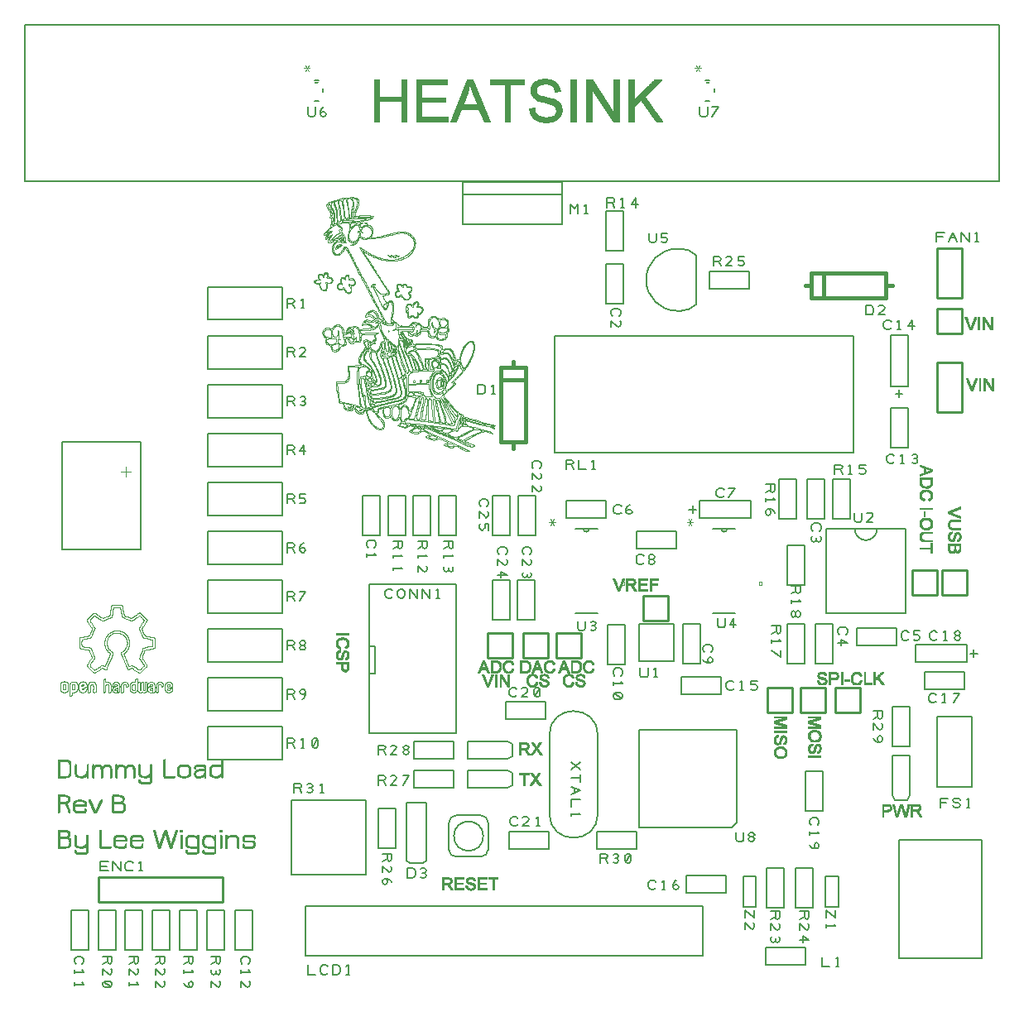
<source format=gto>
%FSLAX23Y23*%
%MOIN*%
G04 EasyPC Gerber Version 16.0.6 Build 3249 *
%ADD11C,0.00100*%
%ADD15C,0.00300*%
%ADD138C,0.00394*%
%ADD10C,0.00500*%
%ADD139C,0.00512*%
%ADD14C,0.00600*%
%ADD12C,0.00800*%
%ADD13C,0.01000*%
%ADD16C,0.01600*%
X0Y0D02*
D02*
D10*
X10Y4500D02*
X3932D01*
Y3870*
X10*
Y4500*
X160Y2819D02*
X475D01*
Y2386*
X160*
Y2819*
X215Y717D02*
X212Y720D01*
X209Y726*
Y735*
X212Y742*
X215Y745*
X221Y748*
X234*
X240Y745*
X243Y742*
X246Y735*
Y726*
X243Y720*
X240Y717*
X209Y692D02*
Y679D01*
Y685D02*
X246D01*
X240Y692*
X209Y642D02*
Y629D01*
Y635D02*
X246D01*
X240Y642*
X266Y774D02*
Y934D01*
X196*
Y774*
X266*
X306Y934D02*
Y774D01*
X376*
Y934*
X306*
X323Y748D02*
X360D01*
Y726*
X357Y720*
X351Y717*
X345Y720*
X342Y726*
Y748*
Y726D02*
X323Y717D01*
Y673D02*
Y698D01*
X345Y676*
X351Y673*
X357Y676*
X360Y682*
Y692*
X357Y698*
X326Y645D02*
X323Y639D01*
Y632*
X326Y626*
X332Y623*
X351*
X357Y626*
X360Y632*
Y639*
X357Y645*
X351Y648*
X332*
X326Y645*
X357Y626*
X314Y1092D02*
Y1129D01*
X345*
X339Y1111D02*
X314D01*
Y1092D02*
X345D01*
X364D02*
Y1129D01*
X395Y1092*
Y1129*
X445Y1098D02*
X442Y1095D01*
X435Y1092*
X426*
X420Y1095*
X417Y1098*
X414Y1104*
Y1117*
X417Y1123*
X420Y1126*
X426Y1129*
X435*
X442Y1126*
X445Y1123*
X470Y1092D02*
X482D01*
X476D02*
Y1129D01*
X470Y1123*
X429Y748D02*
X467D01*
Y726*
X464Y720*
X457Y717*
X451Y720*
X448Y726*
Y748*
Y726D02*
X429Y717D01*
Y673D02*
Y698D01*
X451Y676*
X457Y673*
X464Y676*
X467Y682*
Y692*
X464Y698*
X429Y642D02*
Y629D01*
Y635D02*
X467D01*
X460Y642*
X482Y774D02*
Y934D01*
X412*
Y774*
X482*
X523Y934D02*
Y774D01*
X593*
Y934*
X523*
X535Y748D02*
X573D01*
Y726*
X570Y720*
X564Y717*
X557Y720*
X554Y726*
Y748*
Y726D02*
X535Y717D01*
Y673D02*
Y698D01*
X557Y676*
X564Y673*
X570Y676*
X573Y682*
Y692*
X570Y698*
X535Y623D02*
Y648D01*
X557Y626*
X564Y623*
X570Y626*
X573Y632*
Y642*
X570Y648*
X633Y934D02*
Y774D01*
X703*
Y934*
X633*
X650Y748D02*
X687D01*
Y726*
X684Y720*
X678Y717*
X672Y720*
X668Y726*
Y748*
Y726D02*
X650Y717D01*
Y692D02*
Y679D01*
Y685D02*
X687D01*
X681Y692*
X650Y639D02*
X653Y632D01*
X659Y626*
X668Y623*
X678*
X684Y626*
X687Y632*
Y639*
X684Y645*
X678Y648*
X672Y645*
X668Y639*
Y632*
X672Y626*
X678Y623*
X743Y934D02*
Y774D01*
X813*
Y934*
X743*
X760Y748D02*
X797D01*
Y726*
X794Y720*
X788Y717*
X782Y720*
X779Y726*
Y748*
Y726D02*
X760Y717D01*
X763Y695D02*
X760Y689D01*
Y682*
X763Y676*
X769Y673*
X776Y676*
X779Y682*
Y689*
Y682D02*
X782Y676D01*
X788Y673*
X794Y676*
X797Y682*
Y689*
X794Y695*
X760Y623D02*
Y648D01*
X782Y626*
X788Y623*
X794Y626*
X797Y632*
Y642*
X794Y648*
X857Y934D02*
Y774D01*
X927*
Y934*
X857*
X884Y717D02*
X881Y720D01*
X878Y726*
Y735*
X881Y742*
X884Y745*
X891Y748*
X903*
X909Y745*
X912Y742*
X916Y735*
Y726*
X912Y720*
X909Y717*
X878Y692D02*
Y679D01*
Y685D02*
X916D01*
X909Y692*
X878Y623D02*
Y648D01*
X900Y626*
X906Y623*
X912Y626*
X916Y632*
Y642*
X912Y648*
X1065Y1588D02*
Y1626D01*
X1087*
X1094Y1622*
X1097Y1616*
X1094Y1610*
X1087Y1607*
X1065*
X1087D02*
X1097Y1588D01*
X1122D02*
X1134D01*
X1128D02*
Y1626D01*
X1122Y1619*
X1169Y1591D02*
X1175Y1588D01*
X1181*
X1187Y1591*
X1190Y1597*
Y1616*
X1187Y1622*
X1181Y1626*
X1175*
X1169Y1622*
X1165Y1616*
Y1597*
X1169Y1591*
X1187Y1622*
X1065Y1785D02*
Y1822D01*
X1087*
X1094Y1819*
X1097Y1813*
X1094Y1807*
X1087Y1804*
X1065*
X1087D02*
X1097Y1785D01*
X1125D02*
X1131Y1788D01*
X1137Y1794*
X1140Y1804*
Y1813*
X1137Y1819*
X1131Y1822*
X1125*
X1119Y1819*
X1115Y1813*
X1119Y1807*
X1125Y1804*
X1131*
X1137Y1807*
X1140Y1813*
X1065Y1982D02*
Y2019D01*
X1087*
X1094Y2016*
X1097Y2010*
X1094Y2004*
X1087Y2000*
X1065*
X1087D02*
X1097Y1982D01*
X1125Y2000D02*
X1131D01*
X1137Y2004*
X1140Y2010*
X1137Y2016*
X1131Y2019*
X1125*
X1119Y2016*
X1115Y2010*
X1119Y2004*
X1125Y2000*
X1119Y1997*
X1115Y1991*
X1119Y1985*
X1125Y1982*
X1131*
X1137Y1985*
X1140Y1991*
X1137Y1997*
X1131Y2000*
X1065Y2179D02*
Y2216D01*
X1087*
X1094Y2213*
X1097Y2207*
X1094Y2200*
X1087Y2197*
X1065*
X1087D02*
X1097Y2179D01*
X1115D02*
X1140Y2216D01*
X1115*
X1065Y2375D02*
Y2413D01*
X1087*
X1094Y2410*
X1097Y2404*
X1094Y2397*
X1087Y2394*
X1065*
X1087D02*
X1097Y2375D01*
X1115Y2385D02*
X1119Y2391D01*
X1125Y2394*
X1131*
X1137Y2391*
X1140Y2385*
X1137Y2379*
X1131Y2375*
X1125*
X1119Y2379*
X1115Y2385*
Y2394*
X1119Y2404*
X1125Y2410*
X1131Y2413*
X1065Y2572D02*
Y2610D01*
X1087*
X1094Y2607*
X1097Y2600*
X1094Y2594*
X1087Y2591*
X1065*
X1087D02*
X1097Y2572D01*
X1115Y2575D02*
X1122Y2572D01*
X1131*
X1137Y2575*
X1140Y2582*
Y2585*
X1137Y2591*
X1131Y2594*
X1115*
Y2610*
X1140*
X1065Y2769D02*
Y2807D01*
X1087*
X1094Y2804*
X1097Y2797*
X1094Y2791*
X1087Y2788*
X1065*
X1087D02*
X1097Y2769D01*
X1131D02*
Y2807D01*
X1115Y2782*
X1140*
X1065Y2966D02*
Y3003D01*
X1087*
X1094Y3000*
X1097Y2994*
X1094Y2988*
X1087Y2985*
X1065*
X1087D02*
X1097Y2966D01*
X1119Y2969D02*
X1125Y2966D01*
X1131*
X1137Y2969*
X1140Y2975*
X1137Y2982*
X1131Y2985*
X1125*
X1131D02*
X1137Y2988D01*
X1140Y2994*
X1137Y3000*
X1131Y3003*
X1125*
X1119Y3000*
X1065Y3163D02*
Y3200D01*
X1087*
X1094Y3197*
X1097Y3191*
X1094Y3185*
X1087Y3182*
X1065*
X1087D02*
X1097Y3163D01*
X1140D02*
X1115D01*
X1137Y3185*
X1140Y3191*
X1137Y3197*
X1131Y3200*
X1122*
X1115Y3197*
X1065Y3360D02*
Y3397D01*
X1087*
X1094Y3394*
X1097Y3388*
X1094Y3382*
X1087Y3378*
X1065*
X1087D02*
X1097Y3360D01*
X1122D02*
X1134D01*
X1128D02*
Y3397D01*
X1122Y3391*
X1093Y1407D02*
Y1444D01*
X1115*
X1121Y1441*
X1124Y1435*
X1121Y1429*
X1115Y1426*
X1093*
X1115D02*
X1124Y1407D01*
X1146Y1410D02*
X1152Y1407D01*
X1159*
X1165Y1410*
X1168Y1416*
X1165Y1423*
X1159Y1426*
X1152*
X1159D02*
X1165Y1429D01*
X1168Y1435*
X1165Y1441*
X1159Y1444*
X1152*
X1146Y1441*
X1199Y1407D02*
X1212D01*
X1206D02*
Y1444D01*
X1199Y1438*
X1138Y750D02*
Y950D01*
X2738*
Y750*
X1138*
X1148Y712D02*
Y675D01*
X1179*
X1229Y681D02*
X1226Y678D01*
X1220Y675*
X1211*
X1204Y678*
X1201Y681*
X1198Y687*
Y700*
X1201Y706*
X1204Y709*
X1211Y712*
X1220*
X1226Y709*
X1229Y706*
X1248Y675D02*
Y712D01*
X1267*
X1273Y709*
X1276Y706*
X1279Y700*
Y687*
X1276Y681*
X1273Y678*
X1267Y675*
X1248*
X1304D02*
X1317D01*
X1311D02*
Y712D01*
X1304Y706*
X1148Y4169D02*
Y4141D01*
X1151Y4134*
X1158Y4131*
X1170*
X1176Y4134*
X1179Y4141*
Y4169*
X1198Y4141D02*
X1201Y4147D01*
X1208Y4150*
X1214*
X1220Y4147*
X1223Y4141*
X1220Y4134*
X1214Y4131*
X1208*
X1201Y4134*
X1198Y4141*
Y4150*
X1201Y4159*
X1208Y4166*
X1214Y4169*
X1392Y2394D02*
X1389Y2397D01*
X1386Y2403*
Y2413*
X1389Y2419*
X1392Y2422*
X1398Y2425*
X1411*
X1417Y2422*
X1420Y2419*
X1423Y2413*
Y2403*
X1420Y2397*
X1417Y2394*
X1386Y2369D02*
Y2356D01*
Y2363D02*
X1423D01*
X1417Y2369*
X1383Y1378D02*
Y1078D01*
X1083*
Y1378*
X1383*
X1395Y1648D02*
X1745D01*
Y2248*
X1395*
Y1648*
Y1886D02*
X1420D01*
Y1998*
X1395*
Y1886*
X1432Y1438D02*
Y1476D01*
X1454*
X1460Y1473*
X1463Y1467*
X1460Y1460*
X1454Y1457*
X1432*
X1454D02*
X1463Y1438D01*
X1507D02*
X1482D01*
X1504Y1460*
X1507Y1467*
X1504Y1473*
X1497Y1476*
X1488*
X1482Y1473*
X1532Y1438D02*
X1557Y1476D01*
X1532*
X1432Y1560D02*
Y1598D01*
X1454*
X1460Y1595*
X1463Y1589*
X1460Y1582*
X1454Y1579*
X1432*
X1454D02*
X1463Y1560D01*
X1507D02*
X1482D01*
X1504Y1582*
X1507Y1589*
X1504Y1595*
X1497Y1598*
X1488*
X1482Y1595*
X1541Y1579D02*
X1547D01*
X1554Y1582*
X1557Y1589*
X1554Y1595*
X1547Y1598*
X1541*
X1535Y1595*
X1532Y1589*
X1535Y1582*
X1541Y1579*
X1535Y1576*
X1532Y1570*
X1535Y1564*
X1541Y1560*
X1547*
X1554Y1564*
X1557Y1570*
X1554Y1576*
X1547Y1579*
X1432Y1344D02*
Y1184D01*
X1502*
Y1344*
X1432*
X1439Y2444D02*
Y2604D01*
X1369*
Y2444*
X1439*
X1449Y1161D02*
X1486D01*
Y1139*
X1483Y1133*
X1477Y1130*
X1471Y1133*
X1468Y1139*
Y1161*
Y1139D02*
X1449Y1130D01*
Y1086D02*
Y1111D01*
X1471Y1089*
X1477Y1086*
X1483Y1089*
X1486Y1096*
Y1105*
X1483Y1111*
X1458Y1061D02*
X1465Y1058D01*
X1468Y1052*
Y1046*
X1465Y1039*
X1458Y1036*
X1452Y1039*
X1449Y1046*
Y1052*
X1452Y1058*
X1458Y1061*
X1468*
X1477Y1058*
X1483Y1052*
X1486Y1046*
X1490Y2197D02*
X1487Y2194D01*
X1481Y2190*
X1472*
X1465Y2194*
X1462Y2197*
X1459Y2203*
Y2215*
X1462Y2222*
X1465Y2225*
X1472Y2228*
X1481*
X1487Y2225*
X1490Y2222*
X1509Y2203D02*
Y2215D01*
X1512Y2222*
X1515Y2225*
X1522Y2228*
X1528*
X1534Y2225*
X1537Y2222*
X1540Y2215*
Y2203*
X1537Y2197*
X1534Y2194*
X1528Y2190*
X1522*
X1515Y2194*
X1512Y2197*
X1509Y2203*
X1559Y2190D02*
Y2228D01*
X1590Y2190*
Y2228*
X1609Y2190D02*
Y2228D01*
X1640Y2190*
Y2228*
X1665Y2190D02*
X1678D01*
X1672D02*
Y2228D01*
X1665Y2222*
X1471Y2604D02*
Y2444D01*
X1541*
Y2604*
X1471*
X1492Y2421D02*
X1530D01*
Y2399*
X1527Y2393*
X1520Y2390*
X1514Y2393*
X1511Y2399*
Y2421*
Y2399D02*
X1492Y2390D01*
Y2365D02*
Y2352D01*
Y2359D02*
X1530D01*
X1523Y2365*
X1492Y2315D02*
Y2302D01*
Y2309D02*
X1530D01*
X1523Y2315*
X1550Y1064D02*
Y1102D01*
X1568*
X1575Y1099*
X1578Y1096*
X1581Y1089*
Y1077*
X1578Y1071*
X1575Y1068*
X1568Y1064*
X1550*
X1603Y1068D02*
X1609Y1064D01*
X1615*
X1622Y1068*
X1625Y1074*
X1622Y1080*
X1615Y1083*
X1609*
X1615D02*
X1622Y1086D01*
X1625Y1093*
X1622Y1099*
X1615Y1102*
X1609*
X1603Y1099*
X1576Y1426D02*
X1736D01*
Y1496*
X1576*
Y1426*
Y1544D02*
X1736D01*
Y1614*
X1576*
Y1544*
X1591Y2421D02*
X1628D01*
Y2399*
X1625Y2393*
X1619Y2390*
X1612Y2393*
X1609Y2399*
Y2421*
Y2399D02*
X1591Y2390D01*
Y2365D02*
Y2352D01*
Y2359D02*
X1628D01*
X1622Y2365*
X1591Y2296D02*
Y2321D01*
X1612Y2299*
X1619Y2296*
X1625Y2299*
X1628Y2306*
Y2315*
X1625Y2321*
X1625Y1133D02*
Y1368D01*
X1545*
Y1133*
X1558Y1123*
X1613*
X1625Y1133*
X1644Y2444D02*
Y2604D01*
X1574*
Y2444*
X1644*
X1676Y2604D02*
Y2444D01*
X1746*
Y2604*
X1676*
X1697Y2421D02*
X1734D01*
Y2399*
X1731Y2393*
X1725Y2390*
X1719Y2393*
X1716Y2399*
Y2421*
Y2399D02*
X1697Y2390D01*
Y2365D02*
Y2352D01*
Y2359D02*
X1734D01*
X1728Y2365*
X1700Y2318D02*
X1697Y2312D01*
Y2306*
X1700Y2299*
X1706Y2296*
X1713Y2299*
X1716Y2306*
Y2312*
Y2306D02*
X1719Y2299D01*
X1725Y2296*
X1731Y2299*
X1734Y2306*
Y2312*
X1731Y2318*
X1717Y1286D02*
Y1178D01*
G75*
G03X1747Y1149I30*
G01*
X1845*
G75*
G03X1875Y1178J30*
G01*
Y1286*
G75*
G03X1845Y1316I-30*
G01*
X1747*
G75*
G03X1717Y1286J-30*
G01*
X1771Y3816D02*
X2171D01*
X1771Y3866D02*
Y3696D01*
X2171*
Y3866*
X1771*
X1845Y2559D02*
X1842Y2562D01*
X1839Y2569*
Y2578*
X1842Y2584*
X1845Y2587*
X1851Y2590*
X1864*
X1870Y2587*
X1873Y2584*
X1876Y2578*
Y2569*
X1873Y2562*
X1870Y2559*
X1839Y2515D02*
Y2540D01*
X1861Y2519*
X1867Y2515*
X1873Y2519*
X1876Y2525*
Y2534*
X1873Y2540*
X1842Y2490D02*
X1839Y2484D01*
Y2475*
X1842Y2469*
X1848Y2465*
X1851*
X1857Y2469*
X1861Y2475*
Y2490*
X1876*
Y2465*
X1833Y3013D02*
Y3051D01*
X1852*
X1858Y3048*
X1861Y3044*
X1864Y3038*
Y3026*
X1861Y3019*
X1858Y3016*
X1852Y3013*
X1833*
X1889D02*
X1902D01*
X1896D02*
Y3051D01*
X1889Y3044*
X1855Y1232D02*
G75*
G03X1737I-59D01*
G01*
G75*
G03X1855I59*
G01*
X1893Y2604D02*
Y2444D01*
X1963*
Y2604*
X1893*
X1920Y2366D02*
X1917Y2369D01*
X1913Y2376*
Y2385*
X1917Y2391*
X1920Y2394*
X1926Y2398*
X1938*
X1945Y2394*
X1948Y2391*
X1951Y2385*
Y2376*
X1948Y2369*
X1945Y2366*
X1913Y2323D02*
Y2348D01*
X1935Y2326*
X1942Y2323*
X1948Y2326*
X1951Y2332*
Y2341*
X1948Y2348*
X1913Y2282D02*
X1951D01*
X1926Y2298*
Y2273*
X1946Y1705D02*
X2106D01*
Y1775*
X1946*
Y1705*
X1953Y1496D02*
X1793D01*
Y1426*
X1953*
X1972Y1436*
Y1486*
X1953Y1496*
Y1614D02*
X1793D01*
Y1544*
X1953*
X1972Y1554*
Y1604*
X1953Y1614*
X1958Y1181D02*
X2118D01*
Y1251*
X1958*
Y1181*
X1990Y1799D02*
X1987Y1796D01*
X1981Y1793*
X1972*
X1965Y1796*
X1962Y1799*
X1959Y1805*
Y1818*
X1962Y1824*
X1965Y1827*
X1972Y1830*
X1981*
X1987Y1827*
X1990Y1824*
X2034Y1793D02*
X2009D01*
X2031Y1815*
X2034Y1821*
X2031Y1827*
X2025Y1830*
X2015*
X2009Y1827*
X2062Y1796D02*
X2069Y1793D01*
X2075*
X2081Y1796*
X2084Y1802*
Y1821*
X2081Y1827*
X2075Y1830*
X2069*
X2062Y1827*
X2059Y1821*
Y1802*
X2062Y1796*
X2081Y1827*
X1963Y2105D02*
Y2265D01*
X1893*
Y2105*
X1963*
X1994Y1279D02*
X1991Y1276D01*
X1985Y1273*
X1976*
X1969Y1276*
X1966Y1279*
X1963Y1286*
Y1298*
X1966Y1304*
X1969Y1307*
X1976Y1311*
X1985*
X1991Y1307*
X1994Y1304*
X2038Y1273D02*
X2013D01*
X2035Y1295*
X2038Y1301*
X2035Y1307*
X2029Y1311*
X2019*
X2013Y1307*
X2069Y1273D02*
X2082D01*
X2076D02*
Y1311D01*
X2069Y1304*
X2018Y2366D02*
X2015Y2369D01*
X2012Y2376*
Y2385*
X2015Y2391*
X2018Y2394*
X2024Y2398*
X2037*
X2043Y2394*
X2046Y2391*
X2049Y2385*
Y2376*
X2046Y2369*
X2043Y2366*
X2012Y2323D02*
Y2348D01*
X2034Y2326*
X2040Y2323*
X2046Y2326*
X2049Y2332*
Y2341*
X2046Y2348*
X2015Y2294D02*
X2012Y2288D01*
Y2282*
X2015Y2276*
X2021Y2273*
X2028Y2276*
X2031Y2282*
Y2288*
Y2282D02*
X2034Y2276D01*
X2040Y2273*
X2046Y2276*
X2049Y2282*
Y2288*
X2046Y2294*
X2057Y2713D02*
X2054Y2716D01*
X2051Y2722*
Y2732*
X2054Y2738*
X2057Y2741*
X2064Y2744*
X2076*
X2082Y2741*
X2086Y2738*
X2089Y2732*
Y2722*
X2086Y2716*
X2082Y2713*
X2051Y2669D02*
Y2694D01*
X2073Y2672*
X2079Y2669*
X2086Y2672*
X2089Y2678*
Y2688*
X2086Y2694*
X2051Y2619D02*
Y2644D01*
X2073Y2622*
X2079Y2619*
X2086Y2622*
X2089Y2628*
Y2638*
X2086Y2644*
X2061Y2105D02*
Y2265D01*
X1991*
Y2105*
X2061*
X2065Y2444D02*
Y2604D01*
X1995*
Y2444*
X2065*
X2121Y1638D02*
Y1327D01*
X2144Y3248D02*
X3345D01*
Y2776*
X2144*
Y3248*
X2188Y2710D02*
Y2748D01*
X2209*
X2216Y2744*
X2219Y2738*
X2216Y2732*
X2209Y2729*
X2188*
X2209D02*
X2219Y2710D01*
X2238Y2748D02*
Y2710D01*
X2269*
X2294D02*
X2306D01*
X2300D02*
Y2748D01*
X2294Y2741*
X2209Y1531D02*
X2246Y1500D01*
Y1531D02*
X2209Y1500D01*
Y1466D02*
X2246D01*
Y1481D02*
Y1450D01*
X2209Y1431D02*
X2246Y1416D01*
X2209Y1400*
X2224Y1425D02*
Y1406D01*
X2246Y1381D02*
X2209D01*
Y1350*
Y1325D02*
Y1313D01*
Y1319D02*
X2246D01*
X2240Y1325*
X2206Y3740D02*
Y3778D01*
X2222Y3759*
X2237Y3778*
Y3740*
X2262D02*
X2275D01*
X2269D02*
Y3778D01*
X2262Y3771*
X2235Y2098D02*
Y2070D01*
X2238Y2064*
X2244Y2060*
X2257*
X2263Y2064*
X2266Y2070*
Y2098*
X2288Y2064D02*
X2294Y2060D01*
X2300*
X2307Y2064*
X2310Y2070*
X2307Y2076*
X2300Y2079*
X2294*
X2300D02*
X2307Y2082D01*
X2310Y2089*
X2307Y2095*
X2300Y2098*
X2294*
X2288Y2095*
X2317Y1323D02*
G75*
G02X2121I-98D01*
G01*
G75*
G03X2317I98*
G01*
Y1638D02*
Y1323D01*
Y1638D02*
G75*
G03X2121I-98D01*
G01*
G75*
G02X2317I98*
G01*
X2325Y1123D02*
Y1161D01*
X2347*
X2353Y1158*
X2357Y1152*
X2353Y1145*
X2347Y1142*
X2325*
X2347D02*
X2357Y1123D01*
X2378Y1127D02*
X2385Y1123D01*
X2391*
X2397Y1127*
X2400Y1133*
X2397Y1139*
X2391Y1142*
X2385*
X2391D02*
X2397Y1145D01*
X2400Y1152*
X2397Y1158*
X2391Y1161*
X2385*
X2378Y1158*
X2428Y1127D02*
X2435Y1123D01*
X2441*
X2447Y1127*
X2450Y1133*
Y1152*
X2447Y1158*
X2441Y1161*
X2435*
X2428Y1158*
X2425Y1152*
Y1133*
X2428Y1127*
X2447Y1158*
X2350Y2582D02*
X2190D01*
Y2512*
X2350*
Y2582*
X2353Y3765D02*
Y3803D01*
X2375*
X2381Y3800*
X2384Y3793*
X2381Y3787*
X2375Y3784*
X2353*
X2375D02*
X2384Y3765D01*
X2409D02*
X2422D01*
X2415D02*
Y3803D01*
X2409Y3796*
X2469Y3765D02*
Y3803D01*
X2453Y3778*
X2478*
X2376Y3327D02*
X2373Y3330D01*
X2370Y3336*
Y3346*
X2373Y3352*
X2376Y3355*
X2383Y3358*
X2395*
X2401Y3355*
X2405Y3352*
X2408Y3346*
Y3336*
X2405Y3330*
X2401Y3327*
X2370Y3283D02*
Y3308D01*
X2392Y3286*
X2398Y3283*
X2405Y3286*
X2408Y3293*
Y3302*
X2405Y3308*
X2384Y1878D02*
X2381Y1881D01*
X2378Y1888*
Y1897*
X2381Y1903*
X2384Y1906*
X2391Y1909*
X2403*
X2409Y1906*
X2412Y1903*
X2416Y1897*
Y1888*
X2412Y1881*
X2409Y1878*
X2378Y1853D02*
Y1841D01*
Y1847D02*
X2416D01*
X2409Y1853*
X2381Y1806D02*
X2378Y1800D01*
Y1794*
X2381Y1788*
X2387Y1784*
X2406*
X2412Y1788*
X2416Y1794*
Y1800*
X2412Y1806*
X2406Y1809*
X2387*
X2381Y1806*
X2412Y1788*
X2412Y2535D02*
X2409Y2532D01*
X2402Y2529*
X2393*
X2387Y2532*
X2384Y2535*
X2380Y2541*
Y2554*
X2384Y2560*
X2387Y2563*
X2393Y2566*
X2402*
X2409Y2563*
X2412Y2560*
X2430Y2538D02*
X2434Y2545D01*
X2440Y2548*
X2446*
X2452Y2545*
X2455Y2538*
X2452Y2532*
X2446Y2529*
X2440*
X2434Y2532*
X2430Y2538*
Y2548*
X2434Y2557*
X2440Y2563*
X2446Y2566*
X2419Y3377D02*
Y3537D01*
X2349*
Y3377*
X2419*
Y3589D02*
Y3749D01*
X2349*
Y3589*
X2419*
X2427Y1924D02*
Y2084D01*
X2357*
Y1924*
X2427*
X2502Y2334D02*
X2499Y2331D01*
X2493Y2328*
X2484*
X2477Y2331*
X2474Y2334*
X2471Y2341*
Y2353*
X2474Y2359*
X2477Y2363*
X2484Y2366*
X2493*
X2499Y2363*
X2502Y2359*
X2530Y2347D02*
X2537D01*
X2543Y2350*
X2546Y2356*
X2543Y2363*
X2537Y2366*
X2530*
X2524Y2363*
X2521Y2356*
X2524Y2350*
X2530Y2347*
X2524Y2344*
X2521Y2338*
X2524Y2331*
X2530Y2328*
X2537*
X2543Y2331*
X2546Y2338*
X2543Y2344*
X2537Y2347*
X2472Y1251D02*
X2312D01*
Y1181*
X2472*
Y1251*
X2474Y2390D02*
X2634D01*
Y2460*
X2474*
Y2390*
X2487Y1909D02*
Y1881D01*
X2490Y1875*
X2496Y1872*
X2509*
X2515Y1875*
X2518Y1881*
Y1909*
X2543Y1872D02*
X2556D01*
X2549D02*
Y1909D01*
X2543Y1903*
X2550Y1023D02*
X2546Y1020D01*
X2540Y1017*
X2531*
X2525Y1020*
X2521Y1023*
X2518Y1030*
Y1042*
X2521Y1048*
X2525Y1052*
X2531Y1055*
X2540*
X2546Y1052*
X2550Y1048*
X2575Y1017D02*
X2587D01*
X2581D02*
Y1055D01*
X2575Y1048*
X2618Y1027D02*
X2621Y1033D01*
X2628Y1036*
X2634*
X2640Y1033*
X2643Y1027*
X2640Y1020*
X2634Y1017*
X2628*
X2621Y1020*
X2618Y1027*
Y1036*
X2621Y1045*
X2628Y1052*
X2634Y1055*
X2522Y3661D02*
Y3633D01*
X2525Y3627*
X2532Y3623*
X2544*
X2550Y3627*
X2553Y3633*
Y3661*
X2572Y3627D02*
X2578Y3623D01*
X2588*
X2594Y3627*
X2597Y3633*
Y3636*
X2594Y3642*
X2588Y3645*
X2572*
Y3661*
X2597*
X2624Y1937D02*
Y2087D01*
X2484*
Y1937*
X2623*
X2636Y3348D02*
G75*
G02X2511Y3473J125D01*
G01*
G75*
G02X2636Y3598I125*
G01*
X2651*
G75*
G02X2711Y3573I0J-85*
G01*
Y3373*
G75*
G02X2651Y3348I-60J60*
G01*
X2636*
X2651Y1804D02*
X2811D01*
Y1874*
X2651*
Y1804*
X2726Y2512D02*
X2932D01*
Y2582*
X2726*
Y2512*
X2727Y4169D02*
Y4141D01*
X2730Y4134*
X2736Y4131*
X2749*
X2755Y4134*
X2758Y4141*
Y4169*
X2777Y4131D02*
X2802Y4169D01*
X2777*
X2730Y1928D02*
Y2088D01*
X2660*
Y1928*
X2730*
X2746Y1973D02*
X2743Y1976D01*
X2740Y1982*
Y1991*
X2743Y1998*
X2746Y2001*
X2753Y2004*
X2765*
X2771Y2001*
X2775Y1998*
X2778Y1991*
Y1982*
X2775Y1976*
X2771Y1973*
X2740Y1944D02*
X2743Y1938D01*
X2750Y1932*
X2759Y1929*
X2768*
X2775Y1932*
X2778Y1938*
Y1944*
X2775Y1951*
X2768Y1954*
X2762Y1951*
X2759Y1944*
Y1938*
X2762Y1932*
X2768Y1929*
X2782Y3529D02*
Y3566D01*
X2804*
X2810Y3563*
X2813Y3557*
X2810Y3551*
X2804Y3548*
X2782*
X2804D02*
X2813Y3529D01*
X2857D02*
X2832D01*
X2854Y3551*
X2857Y3557*
X2854Y3563*
X2848Y3566*
X2838*
X2832Y3563*
X2882Y3532D02*
X2888Y3529D01*
X2898*
X2904Y3532*
X2907Y3538*
Y3541*
X2904Y3548*
X2898Y3551*
X2882*
Y3566*
X2907*
X2825Y2602D02*
X2822Y2599D01*
X2816Y2596*
X2806*
X2800Y2599*
X2797Y2602*
X2794Y2608*
Y2621*
X2797Y2627*
X2800Y2630*
X2806Y2633*
X2816*
X2822Y2630*
X2825Y2627*
X2844Y2596D02*
X2869Y2633D01*
X2844*
X2798Y2110D02*
Y2082D01*
X2801Y2075*
X2807Y2072*
X2820*
X2826Y2075*
X2829Y2082*
Y2110*
X2863Y2072D02*
Y2110D01*
X2848Y2085*
X2873*
X2831Y1074D02*
X2671D01*
Y1004*
X2831*
Y1074*
X2864Y1827D02*
X2861Y1823D01*
X2855Y1820*
X2846*
X2839Y1823*
X2836Y1827*
X2833Y1833*
Y1845*
X2836Y1852*
X2839Y1855*
X2846Y1858*
X2855*
X2861Y1855*
X2864Y1852*
X2889Y1820D02*
X2902D01*
X2896D02*
Y1858D01*
X2889Y1852*
X2933Y1823D02*
X2939Y1820D01*
X2949*
X2955Y1823*
X2958Y1830*
Y1833*
X2955Y1839*
X2949Y1842*
X2933*
Y1858*
X2958*
X2857Y1268D02*
X2837D01*
X2873Y1248D02*
Y1219D01*
X2876Y1213*
X2882Y1210*
X2894*
X2901Y1213*
X2904Y1219*
Y1248*
X2932Y1229D02*
X2938D01*
X2944Y1232*
X2948Y1238*
X2944Y1244*
X2938Y1248*
X2932*
X2926Y1244*
X2923Y1238*
X2926Y1232*
X2932Y1229*
X2926Y1226*
X2923Y1219*
X2926Y1213*
X2932Y1210*
X2938*
X2944Y1213*
X2948Y1219*
X2944Y1226*
X2938Y1229*
X2877Y1287D02*
X2857Y1268D01*
X2877Y1307D02*
Y1287D01*
Y1307D02*
Y1661D01*
X2483*
Y1268*
X2837*
X2947Y933D02*
Y902D01*
X2910Y933*
Y902*
Y858D02*
Y883D01*
X2931Y861*
X2938Y858*
X2944Y861*
X2947Y867*
Y877*
X2944Y883*
X2901Y1069D02*
X2954D01*
Y946*
X2901*
Y1069*
X2925Y3507D02*
X2765D01*
Y3437*
X2925*
Y3507*
X2992Y2650D02*
X3030D01*
Y2628*
X3027Y2621*
X3020Y2618*
X3014Y2621*
X3011Y2628*
Y2650*
Y2628D02*
X2992Y2618D01*
Y2593D02*
Y2581D01*
Y2587D02*
X3030D01*
X3023Y2593*
X3002Y2550D02*
X3008Y2546D01*
X3011Y2540*
Y2534*
X3008Y2528*
X3002Y2525*
X2995Y2528*
X2992Y2534*
Y2540*
X2995Y2546*
X3002Y2550*
X3011*
X3020Y2546*
X3027Y2540*
X3030Y2534*
X2993Y713D02*
X3153D01*
Y783*
X2993*
Y713*
X3012Y929D02*
X3049D01*
Y907*
X3046Y901*
X3040Y898*
X3034Y901*
X3031Y907*
Y929*
Y907D02*
X3012Y898D01*
Y854D02*
Y879D01*
X3034Y857*
X3040Y854*
X3046Y857*
X3049Y863*
Y873*
X3046Y879*
X3015Y826D02*
X3012Y820D01*
Y813*
X3015Y807*
X3021Y804*
X3028Y807*
X3031Y813*
Y820*
Y813D02*
X3034Y807D01*
X3040Y804*
X3046Y807*
X3049Y813*
Y820*
X3046Y826*
X3016Y2079D02*
X3053D01*
Y2057*
X3050Y2051*
X3044Y2047*
X3038Y2051*
X3035Y2057*
Y2079*
Y2057D02*
X3016Y2047D01*
Y2022D02*
Y2010D01*
Y2016D02*
X3053D01*
X3047Y2022*
X3016Y1979D02*
X3053Y1954D01*
Y1979*
X3046Y2670D02*
Y2510D01*
X3116*
Y2670*
X3046*
X3065Y944D02*
Y1104D01*
X2995*
Y944*
X3065*
X3078Y2403D02*
Y2243D01*
X3148*
Y2403*
X3078*
X3095Y2240D02*
X3132D01*
Y2218*
X3129Y2212*
X3123Y2209*
X3116Y2212*
X3113Y2218*
Y2240*
Y2218D02*
X3095Y2209D01*
Y2184D02*
Y2171D01*
Y2178D02*
X3132D01*
X3126Y2184*
X3113Y2131D02*
Y2124D01*
X3116Y2118*
X3123Y2115*
X3129Y2118*
X3132Y2124*
Y2131*
X3129Y2137*
X3123Y2140*
X3116Y2137*
X3113Y2131*
X3110Y2137*
X3104Y2140*
X3098Y2137*
X3095Y2131*
Y2124*
X3098Y2118*
X3104Y2115*
X3110Y2118*
X3113Y2124*
X3130Y929D02*
X3167D01*
Y907*
X3164Y901*
X3158Y898*
X3152Y901*
X3149Y907*
Y929*
Y907D02*
X3130Y898D01*
Y854D02*
Y879D01*
X3152Y857*
X3158Y854*
X3164Y857*
X3167Y863*
Y873*
X3164Y879*
X3130Y813D02*
X3167D01*
X3142Y829*
Y804*
X3148Y1928D02*
Y2088D01*
X3078*
Y1928*
X3148*
X3176Y1276D02*
X3172Y1279D01*
X3169Y1285*
Y1295*
X3172Y1301*
X3176Y1304*
X3182Y1307*
X3194*
X3201Y1304*
X3204Y1301*
X3207Y1295*
Y1285*
X3204Y1279*
X3201Y1276*
X3169Y1251D02*
Y1238D01*
Y1245D02*
X3207D01*
X3201Y1251*
X3169Y1198D02*
X3172Y1191D01*
X3179Y1185*
X3188Y1182*
X3197*
X3204Y1185*
X3207Y1191*
Y1198*
X3204Y1204*
X3197Y1207*
X3191Y1204*
X3188Y1198*
Y1191*
X3191Y1185*
X3197Y1182*
X3160Y2670D02*
Y2510D01*
X3230*
Y2670*
X3160*
X3183Y2461D02*
X3180Y2464D01*
X3177Y2470*
Y2480*
X3180Y2486*
X3183Y2489*
X3190Y2492*
X3202*
X3208Y2489*
X3212Y2486*
X3215Y2480*
Y2470*
X3212Y2464*
X3208Y2461*
X3180Y2439D02*
X3177Y2433D01*
Y2426*
X3180Y2420*
X3187Y2417*
X3193Y2420*
X3196Y2426*
Y2433*
Y2426D02*
X3199Y2420D01*
X3205Y2417*
X3212Y2420*
X3215Y2426*
Y2433*
X3212Y2439*
X3183Y944D02*
Y1104D01*
X3113*
Y944*
X3183*
X3192Y2088D02*
Y1928D01*
X3262*
Y2088*
X3192*
X3218Y745D02*
Y707D01*
X3250*
X3275D02*
X3287D01*
X3281D02*
Y745D01*
X3275Y739*
X3223Y1333D02*
Y1493D01*
X3153*
Y1333*
X3223*
X3274Y933D02*
Y902D01*
X3236Y933*
Y902*
Y877D02*
Y864D01*
Y870D02*
X3274D01*
X3268Y877*
X3232Y1069D02*
X3285D01*
Y946*
X3232*
Y1069*
X3236Y2469D02*
Y2129D01*
X3556*
Y2469*
X3236*
X3270Y2690D02*
Y2728D01*
X3292*
X3298Y2725*
X3301Y2719*
X3298Y2712*
X3292Y2709*
X3270*
X3292D02*
X3301Y2690D01*
X3326D02*
X3339D01*
X3333D02*
Y2728D01*
X3326Y2722*
X3370Y2694D02*
X3376Y2690D01*
X3386*
X3392Y2694*
X3395Y2700*
Y2703*
X3392Y2709*
X3386Y2712*
X3370*
Y2728*
X3395*
X3290Y2043D02*
X3287Y2047D01*
X3284Y2053*
Y2062*
X3287Y2068*
X3290Y2072*
X3296Y2075*
X3309*
X3315Y2072*
X3318Y2068*
X3321Y2062*
Y2053*
X3318Y2047*
X3315Y2043*
X3284Y2009D02*
X3321D01*
X3296Y2025*
Y2000*
X3333Y2510D02*
Y2670D01*
X3263*
Y2510*
X3333*
X3349Y2535D02*
Y2507D01*
X3352Y2501*
X3358Y2497*
X3371*
X3377Y2501*
X3380Y2507*
Y2535*
X3424Y2497D02*
X3399D01*
X3421Y2519*
X3424Y2526*
X3421Y2532*
X3415Y2535*
X3405*
X3399Y2532*
X3360Y2000D02*
X3520D01*
Y2070*
X3360*
Y2000*
X3396Y3332D02*
Y3370D01*
X3415*
X3421Y3367*
X3424Y3363*
X3427Y3357*
Y3345*
X3424Y3338*
X3421Y3335*
X3415Y3332*
X3396*
X3471D02*
X3446D01*
X3468Y3354*
X3471Y3360*
X3468Y3367*
X3462Y3370*
X3452*
X3446Y3367*
X3425Y1736D02*
X3463D01*
Y1714*
X3460Y1708*
X3453Y1705*
X3447Y1708*
X3444Y1714*
Y1736*
Y1714D02*
X3425Y1705D01*
Y1661D02*
Y1686D01*
X3447Y1664*
X3453Y1661*
X3460Y1664*
X3463Y1671*
Y1680*
X3460Y1686*
X3425Y1627D02*
X3428Y1621D01*
X3435Y1614*
X3444Y1611*
X3453*
X3460Y1614*
X3463Y1621*
Y1627*
X3460Y1633*
X3453Y1636*
X3447Y1633*
X3444Y1627*
Y1621*
X3447Y1614*
X3453Y1611*
X3441Y2469D02*
G75*
G02X3396Y2424I-45D01*
G01*
G75*
G02X3351Y2469J45*
G01*
X3498Y3279D02*
X3495Y3276D01*
X3489Y3273*
X3480*
X3473Y3276*
X3470Y3279*
X3467Y3286*
Y3298*
X3470Y3304*
X3473Y3307*
X3480Y3311*
X3489*
X3495Y3307*
X3498Y3304*
X3523Y3273D02*
X3536D01*
X3530D02*
Y3311D01*
X3523Y3304*
X3583Y3273D02*
Y3311D01*
X3567Y3286*
X3592*
X3510Y2740D02*
X3507Y2737D01*
X3501Y2734*
X3491*
X3485Y2737*
X3482Y2740*
X3479Y2746*
Y2759*
X3482Y2765*
X3485Y2768*
X3491Y2771*
X3501*
X3507Y2768*
X3510Y2765*
X3535Y2734D02*
X3548D01*
X3541D02*
Y2771D01*
X3535Y2765*
X3582Y2737D02*
X3588Y2734D01*
X3595*
X3601Y2737*
X3604Y2743*
X3601Y2749*
X3595Y2752*
X3588*
X3595D02*
X3601Y2756D01*
X3604Y2762*
X3601Y2768*
X3595Y2771*
X3588*
X3582Y2768*
X3503Y1753D02*
Y1593D01*
X3573*
Y1753*
X3503*
X3569Y2027D02*
X3566Y2024D01*
X3560Y2021*
X3550*
X3544Y2024*
X3541Y2027*
X3538Y2034*
Y2046*
X3541Y2052*
X3544Y2055*
X3550Y2059*
X3560*
X3566Y2055*
X3569Y2052*
X3588Y2024D02*
X3594Y2021D01*
X3604*
X3610Y2024*
X3613Y2030*
Y2034*
X3610Y2040*
X3604Y2043*
X3588*
Y2059*
X3613*
X3565Y2798D02*
Y2958D01*
X3495*
Y2798*
X3565*
Y3043D02*
Y3249D01*
X3495*
Y3043*
X3565*
X3573Y1396D02*
Y1556D01*
X3503*
Y1396*
X3514Y1377*
X3564*
X3573Y1396*
X3631Y1823D02*
X3791D01*
Y1893*
X3631*
Y1823*
X3679Y1775D02*
X3676Y1772D01*
X3670Y1769*
X3661*
X3654Y1772*
X3651Y1775*
X3648Y1782*
Y1794*
X3651Y1800*
X3654Y1804*
X3661Y1807*
X3670*
X3676Y1804*
X3679Y1800*
X3704Y1769D02*
X3717D01*
X3711D02*
Y1807D01*
X3704Y1800*
X3748Y1769D02*
X3773Y1807D01*
X3748*
X3683Y2027D02*
X3680Y2024D01*
X3674Y2021*
X3665*
X3658Y2024*
X3655Y2027*
X3652Y2034*
Y2046*
X3655Y2052*
X3658Y2055*
X3665Y2059*
X3674*
X3680Y2055*
X3683Y2052*
X3708Y2021D02*
X3721D01*
X3715D02*
Y2059D01*
X3708Y2052*
X3761Y2040D02*
X3768D01*
X3774Y2043*
X3777Y2049*
X3774Y2055*
X3768Y2059*
X3761*
X3755Y2055*
X3752Y2049*
X3755Y2043*
X3761Y2040*
X3755Y2037*
X3752Y2030*
X3755Y2024*
X3761Y2021*
X3768*
X3774Y2024*
X3777Y2030*
X3774Y2037*
X3768Y2040*
X3680Y3627D02*
Y3665D01*
X3711*
X3705Y3646D02*
X3680D01*
X3730Y3627D02*
X3745Y3665D01*
X3761Y3627*
X3736Y3643D02*
X3755D01*
X3780Y3627D02*
Y3665D01*
X3811Y3627*
Y3665*
X3836Y3627D02*
X3848D01*
X3842D02*
Y3665D01*
X3836Y3659*
X3695Y1348D02*
Y1385D01*
X3727*
X3720Y1367D02*
X3695D01*
X3745Y1357D02*
X3749Y1351D01*
X3755Y1348*
X3767*
X3774Y1351*
X3777Y1357*
X3774Y1364*
X3767Y1367*
X3755*
X3749Y1370*
X3745Y1376*
X3749Y1382*
X3755Y1385*
X3767*
X3774Y1382*
X3777Y1376*
X3802Y1348D02*
X3814D01*
X3808D02*
Y1385D01*
X3802Y1379*
X3802Y2003D02*
X3596D01*
Y1933*
X3802*
Y2003*
X3824Y1429D02*
Y1713D01*
X3684*
Y1429*
X3824*
X3861Y740D02*
X3530D01*
Y1216*
X3861*
Y740*
D02*
D11*
X194Y1520D02*
Y1489D01*
X193Y1478*
X188Y1472*
X180Y1470*
X169Y1468*
X144*
X143Y1470*
X142Y1472*
Y1536*
X143Y1539*
X144Y1540*
X170*
X180Y1539*
X187Y1537*
X193Y1530*
X194Y1520*
X188Y1489D02*
Y1520D01*
X187Y1527*
X184Y1532*
X178Y1533*
X170Y1535*
X148*
Y1474*
X169*
X178*
X184Y1477*
X187Y1481*
X188Y1489*
X239Y1474D02*
X247Y1476D01*
X253Y1479*
X256Y1486*
X258Y1494*
Y1518*
X259Y1520*
X261Y1522*
X262Y1520*
X264Y1518*
Y1472*
X262Y1468*
X261Y1467*
X259Y1468*
X258Y1472*
Y1476*
X249Y1470*
X239Y1468*
X235*
X225Y1470*
X216Y1472*
X212Y1478*
X210Y1489*
Y1518*
X212Y1520*
X213Y1522*
X215Y1520*
X216Y1518*
Y1489*
X217Y1480*
X221Y1477*
X227Y1474*
X230*
X235*
X239*
X300Y1514D02*
X294Y1513D01*
X290Y1509*
X287Y1503*
X286Y1494*
Y1471*
X285Y1468*
X284Y1467*
X281Y1468*
X280Y1471*
Y1517*
X281Y1520*
X282Y1522*
X285Y1520*
X286Y1517*
Y1513*
X292Y1519*
X300Y1520*
X307*
X313Y1518*
X317Y1516*
X320Y1511*
X327Y1518*
X337Y1520*
X346Y1519*
X353Y1516*
X357Y1510*
X358Y1500*
Y1471*
X357Y1468*
X356Y1467*
X353Y1468*
X352Y1471*
Y1500*
X351Y1507*
X349Y1512*
X344Y1514*
X341*
X337*
X331Y1513*
X325Y1509*
X323Y1503*
X321Y1494*
Y1471*
X320Y1468*
X319Y1467*
X317Y1468*
X315Y1471*
Y1500*
X314Y1507*
X312Y1512*
X308Y1513*
X300Y1514*
X393D02*
X388Y1513D01*
X383Y1509*
X380Y1503*
X379Y1494*
Y1471*
X378Y1468*
X377Y1467*
X375Y1468*
X373Y1471*
Y1517*
X375Y1520*
X376Y1522*
X378Y1520*
X379Y1517*
Y1513*
X385Y1519*
X393Y1520*
X401*
X406Y1518*
X410Y1516*
X414Y1511*
X421Y1518*
X430Y1520*
X440Y1519*
X447Y1516*
X450Y1510*
X451Y1500*
Y1471*
X450Y1468*
X449Y1467*
X447Y1468*
X445Y1471*
Y1500*
X444Y1507*
X442Y1512*
X437Y1514*
X435*
X430*
X424Y1513*
X418Y1509*
X416Y1503*
X415Y1494*
Y1471*
X414Y1468*
X412Y1467*
X410Y1468*
X409Y1471*
Y1500*
X408Y1507*
X405Y1512*
X402Y1513*
X393Y1514*
X520Y1458D02*
Y1452D01*
X517Y1448*
X515Y1446*
X509Y1445*
X477*
X471Y1446*
X469Y1448*
X467Y1453*
Y1458*
X468Y1460*
X470Y1461*
X471Y1460*
X473Y1458*
Y1454*
X474Y1452*
X478Y1451*
X509*
X512*
X513Y1452*
X514Y1453*
Y1457*
Y1476*
X506Y1470*
X495Y1468*
X491*
X481Y1470*
X473Y1472*
X468Y1478*
X467Y1489*
Y1518*
X468Y1520*
X469Y1522*
X471Y1520*
X473Y1518*
Y1489*
X474Y1480*
X477Y1477*
X483Y1474*
X487*
X491*
X495*
X503Y1476*
X509Y1479*
X513Y1486*
X514Y1494*
Y1518*
X515Y1520*
X517Y1522*
X519Y1520*
X520Y1518*
Y1458*
X569Y1468D02*
X568Y1470D01*
X567Y1472*
Y1538*
X568Y1540*
X571Y1542*
X572Y1540*
X573Y1538*
Y1474*
X610*
X612Y1473*
X613Y1471*
X612Y1470*
X610Y1468*
X569*
X651D02*
X647D01*
X637Y1470*
X628Y1472*
X624Y1478*
X623Y1489*
Y1500*
X624Y1510*
X628Y1517*
X637Y1519*
X647Y1520*
X651*
X662Y1519*
X670Y1517*
X675Y1510*
X676Y1500*
Y1489*
X675Y1478*
X670Y1472*
X662Y1470*
X651Y1468*
X647Y1474D02*
X651D01*
X656*
X659*
X665Y1477*
X669Y1480*
X670Y1489*
Y1500*
X669Y1507*
X665Y1512*
X659Y1514*
X656*
X651*
X647*
X643*
X639*
X633Y1512*
X630Y1507*
X628Y1500*
Y1489*
X630Y1480*
X633Y1477*
X639Y1474*
X643*
X647*
X715Y1496D02*
X710D01*
X706*
X701Y1493*
X697Y1490*
X696Y1481*
X698Y1477*
X699Y1474*
X702*
X712*
X721Y1476*
X727Y1479*
X730Y1485*
X731Y1494*
Y1496*
X715*
Y1502D02*
X731D01*
Y1507*
X730Y1513*
X725Y1514*
X710*
X703*
X699Y1513*
X697Y1511*
X696Y1507*
X695Y1505*
X692Y1504*
X691Y1505*
X690Y1507*
X691Y1513*
X695Y1517*
X701Y1519*
X709Y1520*
X727*
X731Y1519*
X735Y1517*
X736Y1512*
X737Y1506*
Y1471*
X736Y1468*
X735Y1467*
X732Y1468*
X731Y1471*
Y1476*
X723Y1470*
X712Y1468*
X702*
X697Y1470*
X693Y1472*
X691Y1477*
X690Y1483*
X691Y1492*
X696Y1498*
X704Y1500*
X715Y1502*
X800Y1520D02*
Y1537D01*
X801Y1540*
X803Y1542*
X804Y1540*
X806Y1537*
Y1471*
X804Y1468*
X803Y1467*
X801Y1468*
X800Y1471*
Y1476*
X791Y1470*
X781Y1468*
X777*
X767Y1470*
X758Y1472*
X754Y1478*
X753Y1489*
Y1500*
X754Y1510*
X758Y1517*
X767Y1519*
X777Y1520*
X800*
Y1514D02*
X777D01*
X773*
X769*
X763Y1512*
X760Y1507*
X758Y1500*
Y1489*
X760Y1480*
X763Y1477*
X769Y1474*
X773*
X777*
X781*
X789Y1476*
X795Y1479*
X799Y1485*
X800Y1494*
Y1514*
X477Y1445D02*
X509D01*
X473Y1446D02*
X514D01*
X471Y1447D02*
X516D01*
X470Y1448D02*
X517D01*
X469Y1449D02*
X518D01*
X468Y1449D02*
X518D01*
X468Y1450D02*
X519D01*
X468Y1451D02*
X476D01*
X512D02*
X519D01*
X467Y1452D02*
X474D01*
X513D02*
X520D01*
X467Y1453D02*
X473D01*
X514D02*
X520D01*
X467Y1454D02*
X473D01*
X514D02*
X520D01*
X467Y1455D02*
X473D01*
X514D02*
X520D01*
X467Y1456D02*
X473D01*
X514D02*
X520D01*
X467Y1457D02*
X473D01*
X514D02*
X520D01*
X467Y1458D02*
X473D01*
X514D02*
X520D01*
X467Y1459D02*
X472D01*
X514D02*
X520D01*
X468Y1460D02*
X472D01*
X514D02*
X520D01*
X469Y1461D02*
X471D01*
X514D02*
X520D01*
X514Y1462D02*
X520D01*
X514Y1463D02*
X520D01*
X514Y1464D02*
X520D01*
X514Y1464D02*
X520D01*
X514Y1465D02*
X520D01*
X514Y1466D02*
X520D01*
X261Y1467D02*
X261D01*
X284D02*
X284D01*
X319D02*
X319D01*
X356D02*
X356D01*
X377D02*
X377D01*
X412D02*
X412D01*
X449D02*
X449D01*
X514D02*
X520D01*
X735D02*
X735D01*
X803D02*
X803D01*
X259Y1468D02*
X262D01*
X282D02*
X285D01*
X317D02*
X320D01*
X354D02*
X357D01*
X375D02*
X378D01*
X410D02*
X413D01*
X447D02*
X450D01*
X514D02*
X520D01*
X733D02*
X736D01*
X801D02*
X804D01*
X143Y1469D02*
X176D01*
X229D02*
X245D01*
X259D02*
X263D01*
X281D02*
X285D01*
X316D02*
X321D01*
X353D02*
X357D01*
X374D02*
X378D01*
X410D02*
X414D01*
X446D02*
X451D01*
X485D02*
X502D01*
X514D02*
X520D01*
X569D02*
X611D01*
X641D02*
X658D01*
X699D02*
X719D01*
X732D02*
X736D01*
X771D02*
X788D01*
X801D02*
X805D01*
X143Y1470D02*
X181D01*
X223D02*
X250D01*
X258D02*
X263D01*
X280D02*
X286D01*
X316D02*
X321D01*
X352D02*
X358D01*
X374D02*
X379D01*
X409D02*
X414D01*
X446D02*
X451D01*
X479D02*
X506D01*
X514D02*
X520D01*
X568D02*
X612D01*
X635D02*
X663D01*
X696D02*
X724D01*
X732D02*
X737D01*
X765D02*
X792D01*
X800D02*
X805D01*
X142Y1471D02*
X185D01*
X220D02*
X251D01*
X258D02*
X263D01*
X280D02*
X286D01*
X315D02*
X321D01*
X352D02*
X358D01*
X373D02*
X379D01*
X409D02*
X415D01*
X445D02*
X451D01*
X476D02*
X508D01*
X514D02*
X520D01*
X568D02*
X613D01*
X632D02*
X667D01*
X695D02*
X725D01*
X731D02*
X737D01*
X762D02*
X793D01*
X800D02*
X806D01*
X142Y1472D02*
X188D01*
X216D02*
X253D01*
X258D02*
X264D01*
X280D02*
X286D01*
X315D02*
X321D01*
X352D02*
X358D01*
X373D02*
X379D01*
X409D02*
X415D01*
X445D02*
X451D01*
X473D02*
X509D01*
X514D02*
X520D01*
X567D02*
X613D01*
X628D02*
X670D01*
X693D02*
X726D01*
X731D02*
X737D01*
X758D02*
X795D01*
X800D02*
X806D01*
X142Y1473D02*
X189D01*
X216D02*
X254D01*
X258D02*
X264D01*
X280D02*
X286D01*
X315D02*
X321D01*
X352D02*
X358D01*
X373D02*
X379D01*
X409D02*
X415D01*
X445D02*
X451D01*
X472D02*
X510D01*
X514D02*
X520D01*
X567D02*
X612D01*
X628D02*
X671D01*
X693D02*
X728D01*
X731D02*
X737D01*
X758D02*
X796D01*
X800D02*
X806D01*
X142Y1474D02*
X189D01*
X215D02*
X255D01*
X258D02*
X264D01*
X280D02*
X286D01*
X315D02*
X321D01*
X352D02*
X358D01*
X373D02*
X379D01*
X409D02*
X415D01*
X445D02*
X451D01*
X471D02*
X512D01*
X514D02*
X520D01*
X567D02*
X611D01*
X627D02*
X671D01*
X693D02*
X729D01*
X731D02*
X737D01*
X757D02*
X797D01*
X800D02*
X806D01*
X142Y1475D02*
X148D01*
X180D02*
X190D01*
X214D02*
X226D01*
X242D02*
X257D01*
X258D02*
X264D01*
X280D02*
X286D01*
X315D02*
X321D01*
X352D02*
X358D01*
X373D02*
X379D01*
X409D02*
X415D01*
X445D02*
X451D01*
X470D02*
X482D01*
X498D02*
X513D01*
X514D02*
X520D01*
X567D02*
X573D01*
X626D02*
X638D01*
X660D02*
X672D01*
X692D02*
X699D01*
X716D02*
X730D01*
X731D02*
X737D01*
X756D02*
X768D01*
X784D02*
X799D01*
X800D02*
X806D01*
X142Y1476D02*
X148D01*
X182D02*
X191D01*
X213D02*
X223D01*
X247D02*
X264D01*
X280D02*
X286D01*
X315D02*
X321D01*
X352D02*
X358D01*
X373D02*
X379D01*
X409D02*
X415D01*
X445D02*
X451D01*
X470D02*
X480D01*
X504D02*
X520D01*
X567D02*
X573D01*
X625D02*
X636D01*
X663D02*
X673D01*
X692D02*
X699D01*
X721D02*
X737D01*
X755D02*
X766D01*
X789D02*
X806D01*
X142Y1477D02*
X148D01*
X184D02*
X192D01*
X213D02*
X221D01*
X249D02*
X264D01*
X280D02*
X286D01*
X315D02*
X321D01*
X352D02*
X358D01*
X373D02*
X379D01*
X409D02*
X415D01*
X445D02*
X451D01*
X469D02*
X477D01*
X505D02*
X520D01*
X567D02*
X573D01*
X625D02*
X633D01*
X665D02*
X674D01*
X691D02*
X698D01*
X723D02*
X737D01*
X755D02*
X763D01*
X791D02*
X806D01*
X142Y1478D02*
X148D01*
X185D02*
X192D01*
X212D02*
X220D01*
X250D02*
X264D01*
X280D02*
X286D01*
X315D02*
X321D01*
X352D02*
X358D01*
X373D02*
X379D01*
X409D02*
X415D01*
X445D02*
X451D01*
X468D02*
X476D01*
X507D02*
X520D01*
X567D02*
X573D01*
X624D02*
X632D01*
X666D02*
X674D01*
X691D02*
X698D01*
X724D02*
X737D01*
X754D02*
X762D01*
X793D02*
X806D01*
X142Y1479D02*
X148D01*
X185D02*
X193D01*
X211D02*
X219D01*
X252D02*
X264D01*
X280D02*
X286D01*
X315D02*
X321D01*
X352D02*
X358D01*
X373D02*
X379D01*
X409D02*
X415D01*
X445D02*
X451D01*
X468D02*
X475D01*
X508D02*
X520D01*
X567D02*
X573D01*
X624D02*
X631D01*
X667D02*
X675D01*
X691D02*
X697D01*
X726D02*
X737D01*
X754D02*
X761D01*
X794D02*
X806D01*
X142Y1479D02*
X148D01*
X186D02*
X193D01*
X211D02*
X218D01*
X253D02*
X264D01*
X280D02*
X286D01*
X315D02*
X321D01*
X352D02*
X358D01*
X373D02*
X379D01*
X409D02*
X415D01*
X445D02*
X451D01*
X468D02*
X475D01*
X509D02*
X520D01*
X567D02*
X573D01*
X624D02*
X630D01*
X668D02*
X675D01*
X691D02*
X697D01*
X727D02*
X737D01*
X754D02*
X760D01*
X795D02*
X806D01*
X142Y1480D02*
X148D01*
X186D02*
X193D01*
X211D02*
X217D01*
X254D02*
X264D01*
X280D02*
X286D01*
X315D02*
X321D01*
X352D02*
X358D01*
X373D02*
X379D01*
X409D02*
X415D01*
X445D02*
X451D01*
X468D02*
X474D01*
X510D02*
X520D01*
X567D02*
X573D01*
X623D02*
X630D01*
X669D02*
X675D01*
X690D02*
X696D01*
X727D02*
X737D01*
X753D02*
X760D01*
X796D02*
X806D01*
X142Y1481D02*
X148D01*
X187D02*
X193D01*
X211D02*
X217D01*
X254D02*
X264D01*
X280D02*
X286D01*
X315D02*
X321D01*
X352D02*
X358D01*
X373D02*
X379D01*
X409D02*
X415D01*
X445D02*
X451D01*
X467D02*
X474D01*
X510D02*
X520D01*
X567D02*
X573D01*
X623D02*
X630D01*
X669D02*
X675D01*
X690D02*
X696D01*
X728D02*
X737D01*
X753D02*
X759D01*
X796D02*
X806D01*
X142Y1482D02*
X148D01*
X187D02*
X193D01*
X211D02*
X217D01*
X255D02*
X264D01*
X280D02*
X286D01*
X315D02*
X321D01*
X352D02*
X358D01*
X373D02*
X379D01*
X409D02*
X415D01*
X445D02*
X451D01*
X467D02*
X473D01*
X511D02*
X520D01*
X567D02*
X573D01*
X623D02*
X629D01*
X669D02*
X675D01*
X690D02*
X696D01*
X728D02*
X737D01*
X753D02*
X759D01*
X797D02*
X806D01*
X142Y1483D02*
X148D01*
X187D02*
X193D01*
X211D02*
X217D01*
X255D02*
X264D01*
X280D02*
X286D01*
X315D02*
X321D01*
X352D02*
X358D01*
X373D02*
X379D01*
X409D02*
X415D01*
X445D02*
X451D01*
X467D02*
X473D01*
X511D02*
X520D01*
X567D02*
X573D01*
X623D02*
X629D01*
X669D02*
X675D01*
X690D02*
X696D01*
X729D02*
X737D01*
X753D02*
X759D01*
X798D02*
X806D01*
X142Y1484D02*
X148D01*
X187D02*
X193D01*
X211D02*
X217D01*
X255D02*
X264D01*
X280D02*
X286D01*
X315D02*
X321D01*
X352D02*
X358D01*
X373D02*
X379D01*
X409D02*
X415D01*
X445D02*
X451D01*
X467D02*
X473D01*
X512D02*
X520D01*
X567D02*
X573D01*
X623D02*
X629D01*
X669D02*
X675D01*
X690D02*
X696D01*
X730D02*
X737D01*
X753D02*
X759D01*
X798D02*
X806D01*
X142Y1485D02*
X148D01*
X187D02*
X193D01*
X211D02*
X217D01*
X256D02*
X264D01*
X280D02*
X286D01*
X315D02*
X321D01*
X352D02*
X358D01*
X373D02*
X379D01*
X409D02*
X415D01*
X445D02*
X451D01*
X467D02*
X473D01*
X512D02*
X520D01*
X567D02*
X573D01*
X623D02*
X629D01*
X669D02*
X675D01*
X690D02*
X696D01*
X730D02*
X737D01*
X753D02*
X759D01*
X799D02*
X806D01*
X142Y1486D02*
X148D01*
X188D02*
X194D01*
X211D02*
X217D01*
X256D02*
X264D01*
X280D02*
X286D01*
X315D02*
X321D01*
X352D02*
X358D01*
X373D02*
X379D01*
X409D02*
X415D01*
X445D02*
X451D01*
X467D02*
X473D01*
X513D02*
X520D01*
X567D02*
X573D01*
X623D02*
X629D01*
X669D02*
X675D01*
X690D02*
X696D01*
X730D02*
X737D01*
X753D02*
X759D01*
X799D02*
X806D01*
X142Y1487D02*
X148D01*
X188D02*
X194D01*
X211D02*
X217D01*
X257D02*
X264D01*
X280D02*
X286D01*
X315D02*
X321D01*
X352D02*
X358D01*
X373D02*
X379D01*
X409D02*
X415D01*
X445D02*
X451D01*
X467D02*
X473D01*
X513D02*
X520D01*
X567D02*
X573D01*
X623D02*
X629D01*
X670D02*
X676D01*
X690D02*
X697D01*
X730D02*
X737D01*
X753D02*
X759D01*
X799D02*
X806D01*
X142Y1488D02*
X148D01*
X188D02*
X194D01*
X210D02*
X216D01*
X257D02*
X264D01*
X280D02*
X286D01*
X315D02*
X321D01*
X352D02*
X358D01*
X373D02*
X379D01*
X409D02*
X415D01*
X445D02*
X451D01*
X467D02*
X473D01*
X513D02*
X520D01*
X567D02*
X573D01*
X623D02*
X629D01*
X670D02*
X676D01*
X691D02*
X697D01*
X730D02*
X737D01*
X753D02*
X758D01*
X799D02*
X806D01*
X142Y1489D02*
X148D01*
X188D02*
X194D01*
X210D02*
X216D01*
X257D02*
X264D01*
X280D02*
X286D01*
X315D02*
X321D01*
X352D02*
X358D01*
X373D02*
X379D01*
X409D02*
X415D01*
X445D02*
X451D01*
X467D02*
X473D01*
X513D02*
X520D01*
X567D02*
X573D01*
X623D02*
X628D01*
X670D02*
X676D01*
X691D02*
X697D01*
X731D02*
X737D01*
X753D02*
X758D01*
X799D02*
X806D01*
X142Y1490D02*
X148D01*
X188D02*
X194D01*
X210D02*
X216D01*
X257D02*
X264D01*
X280D02*
X286D01*
X315D02*
X321D01*
X352D02*
X358D01*
X373D02*
X379D01*
X409D02*
X415D01*
X445D02*
X451D01*
X467D02*
X473D01*
X513D02*
X520D01*
X567D02*
X573D01*
X623D02*
X628D01*
X670D02*
X676D01*
X691D02*
X697D01*
X731D02*
X737D01*
X753D02*
X758D01*
X799D02*
X806D01*
X142Y1491D02*
X148D01*
X188D02*
X194D01*
X210D02*
X216D01*
X257D02*
X264D01*
X280D02*
X286D01*
X315D02*
X321D01*
X352D02*
X358D01*
X373D02*
X379D01*
X409D02*
X415D01*
X445D02*
X451D01*
X467D02*
X473D01*
X513D02*
X520D01*
X567D02*
X573D01*
X623D02*
X628D01*
X670D02*
X676D01*
X691D02*
X698D01*
X731D02*
X737D01*
X753D02*
X758D01*
X799D02*
X806D01*
X142Y1492D02*
X148D01*
X188D02*
X194D01*
X210D02*
X216D01*
X257D02*
X264D01*
X280D02*
X286D01*
X315D02*
X321D01*
X352D02*
X358D01*
X373D02*
X379D01*
X409D02*
X415D01*
X445D02*
X451D01*
X467D02*
X473D01*
X514D02*
X520D01*
X567D02*
X573D01*
X623D02*
X628D01*
X670D02*
X676D01*
X691D02*
X699D01*
X731D02*
X737D01*
X753D02*
X758D01*
X799D02*
X806D01*
X142Y1493D02*
X148D01*
X188D02*
X194D01*
X210D02*
X216D01*
X257D02*
X264D01*
X280D02*
X286D01*
X315D02*
X321D01*
X352D02*
X358D01*
X373D02*
X379D01*
X409D02*
X415D01*
X445D02*
X451D01*
X467D02*
X473D01*
X514D02*
X520D01*
X567D02*
X573D01*
X623D02*
X628D01*
X670D02*
X676D01*
X692D02*
X700D01*
X731D02*
X737D01*
X753D02*
X758D01*
X800D02*
X806D01*
X142Y1494D02*
X148D01*
X188D02*
X194D01*
X210D02*
X216D01*
X257D02*
X264D01*
X280D02*
X286D01*
X315D02*
X321D01*
X352D02*
X358D01*
X373D02*
X379D01*
X409D02*
X415D01*
X445D02*
X451D01*
X467D02*
X473D01*
X514D02*
X520D01*
X567D02*
X573D01*
X623D02*
X628D01*
X670D02*
X676D01*
X692D02*
X701D01*
X731D02*
X737D01*
X753D02*
X758D01*
X800D02*
X806D01*
X142Y1494D02*
X148D01*
X188D02*
X194D01*
X210D02*
X216D01*
X258D02*
X264D01*
X280D02*
X286D01*
X315D02*
X321D01*
X352D02*
X358D01*
X373D02*
X379D01*
X409D02*
X415D01*
X445D02*
X451D01*
X467D02*
X473D01*
X514D02*
X520D01*
X567D02*
X573D01*
X623D02*
X628D01*
X670D02*
X676D01*
X693D02*
X704D01*
X731D02*
X737D01*
X753D02*
X758D01*
X800D02*
X806D01*
X142Y1495D02*
X148D01*
X188D02*
X194D01*
X210D02*
X216D01*
X258D02*
X264D01*
X280D02*
X286D01*
X315D02*
X322D01*
X352D02*
X358D01*
X373D02*
X379D01*
X409D02*
X415D01*
X445D02*
X451D01*
X467D02*
X473D01*
X514D02*
X520D01*
X567D02*
X573D01*
X623D02*
X628D01*
X670D02*
X676D01*
X694D02*
X706D01*
X731D02*
X737D01*
X753D02*
X758D01*
X800D02*
X806D01*
X142Y1496D02*
X148D01*
X188D02*
X194D01*
X210D02*
X216D01*
X258D02*
X264D01*
X280D02*
X286D01*
X315D02*
X322D01*
X352D02*
X358D01*
X373D02*
X380D01*
X409D02*
X415D01*
X445D02*
X451D01*
X467D02*
X473D01*
X514D02*
X520D01*
X567D02*
X573D01*
X623D02*
X628D01*
X670D02*
X676D01*
X695D02*
X737D01*
X753D02*
X758D01*
X800D02*
X806D01*
X142Y1497D02*
X148D01*
X188D02*
X194D01*
X210D02*
X216D01*
X258D02*
X264D01*
X280D02*
X286D01*
X315D02*
X322D01*
X352D02*
X358D01*
X373D02*
X380D01*
X409D02*
X415D01*
X445D02*
X451D01*
X467D02*
X473D01*
X514D02*
X520D01*
X567D02*
X573D01*
X623D02*
X628D01*
X670D02*
X676D01*
X695D02*
X737D01*
X753D02*
X758D01*
X800D02*
X806D01*
X142Y1498D02*
X148D01*
X188D02*
X194D01*
X210D02*
X216D01*
X258D02*
X264D01*
X280D02*
X287D01*
X315D02*
X322D01*
X352D02*
X358D01*
X373D02*
X380D01*
X409D02*
X415D01*
X445D02*
X451D01*
X467D02*
X473D01*
X514D02*
X520D01*
X567D02*
X573D01*
X623D02*
X628D01*
X670D02*
X676D01*
X697D02*
X737D01*
X753D02*
X758D01*
X800D02*
X806D01*
X142Y1499D02*
X148D01*
X188D02*
X194D01*
X210D02*
X216D01*
X258D02*
X264D01*
X280D02*
X287D01*
X315D02*
X322D01*
X352D02*
X358D01*
X373D02*
X380D01*
X409D02*
X415D01*
X445D02*
X451D01*
X467D02*
X473D01*
X514D02*
X520D01*
X567D02*
X573D01*
X623D02*
X628D01*
X670D02*
X676D01*
X700D02*
X737D01*
X753D02*
X758D01*
X800D02*
X806D01*
X142Y1500D02*
X148D01*
X188D02*
X194D01*
X210D02*
X216D01*
X258D02*
X264D01*
X280D02*
X287D01*
X315D02*
X322D01*
X352D02*
X358D01*
X373D02*
X380D01*
X409D02*
X416D01*
X445D02*
X451D01*
X467D02*
X473D01*
X514D02*
X520D01*
X567D02*
X573D01*
X623D02*
X628D01*
X670D02*
X676D01*
X703D02*
X737D01*
X753D02*
X758D01*
X800D02*
X806D01*
X142Y1501D02*
X148D01*
X188D02*
X194D01*
X210D02*
X216D01*
X258D02*
X264D01*
X280D02*
X287D01*
X315D02*
X322D01*
X352D02*
X358D01*
X373D02*
X380D01*
X409D02*
X416D01*
X445D02*
X451D01*
X467D02*
X473D01*
X514D02*
X520D01*
X567D02*
X573D01*
X623D02*
X629D01*
X670D02*
X676D01*
X710D02*
X737D01*
X753D02*
X759D01*
X800D02*
X806D01*
X142Y1502D02*
X148D01*
X188D02*
X194D01*
X210D02*
X216D01*
X258D02*
X264D01*
X280D02*
X287D01*
X315D02*
X322D01*
X352D02*
X358D01*
X373D02*
X380D01*
X409D02*
X416D01*
X445D02*
X451D01*
X467D02*
X473D01*
X514D02*
X520D01*
X567D02*
X573D01*
X623D02*
X629D01*
X670D02*
X676D01*
X731D02*
X737D01*
X753D02*
X759D01*
X800D02*
X806D01*
X142Y1503D02*
X148D01*
X188D02*
X194D01*
X210D02*
X216D01*
X258D02*
X264D01*
X280D02*
X287D01*
X315D02*
X323D01*
X352D02*
X358D01*
X373D02*
X381D01*
X408D02*
X416D01*
X445D02*
X451D01*
X467D02*
X473D01*
X514D02*
X520D01*
X567D02*
X573D01*
X623D02*
X629D01*
X669D02*
X675D01*
X731D02*
X737D01*
X753D02*
X759D01*
X800D02*
X806D01*
X142Y1504D02*
X148D01*
X188D02*
X194D01*
X210D02*
X216D01*
X258D02*
X264D01*
X280D02*
X288D01*
X315D02*
X323D01*
X352D02*
X358D01*
X373D02*
X381D01*
X408D02*
X416D01*
X445D02*
X451D01*
X467D02*
X473D01*
X514D02*
X520D01*
X567D02*
X573D01*
X623D02*
X629D01*
X669D02*
X675D01*
X731D02*
X737D01*
X753D02*
X759D01*
X800D02*
X806D01*
X142Y1505D02*
X148D01*
X188D02*
X194D01*
X210D02*
X216D01*
X258D02*
X264D01*
X280D02*
X288D01*
X315D02*
X323D01*
X351D02*
X357D01*
X373D02*
X381D01*
X408D02*
X417D01*
X445D02*
X451D01*
X467D02*
X473D01*
X514D02*
X520D01*
X567D02*
X573D01*
X623D02*
X629D01*
X669D02*
X675D01*
X691D02*
X694D01*
X731D02*
X737D01*
X753D02*
X759D01*
X800D02*
X806D01*
X142Y1506D02*
X148D01*
X188D02*
X194D01*
X210D02*
X216D01*
X258D02*
X264D01*
X280D02*
X288D01*
X315D02*
X324D01*
X351D02*
X357D01*
X373D02*
X382D01*
X408D02*
X417D01*
X445D02*
X451D01*
X467D02*
X473D01*
X514D02*
X520D01*
X567D02*
X573D01*
X623D02*
X629D01*
X669D02*
X675D01*
X691D02*
X695D01*
X731D02*
X737D01*
X753D02*
X759D01*
X800D02*
X806D01*
X142Y1507D02*
X148D01*
X188D02*
X194D01*
X210D02*
X216D01*
X258D02*
X264D01*
X280D02*
X289D01*
X314D02*
X324D01*
X351D02*
X357D01*
X373D02*
X382D01*
X408D02*
X417D01*
X444D02*
X451D01*
X467D02*
X473D01*
X514D02*
X520D01*
X567D02*
X573D01*
X623D02*
X630D01*
X669D02*
X675D01*
X690D02*
X695D01*
X731D02*
X737D01*
X753D02*
X759D01*
X800D02*
X806D01*
X142Y1508D02*
X148D01*
X188D02*
X194D01*
X210D02*
X216D01*
X258D02*
X264D01*
X280D02*
X289D01*
X314D02*
X325D01*
X351D02*
X357D01*
X373D02*
X382D01*
X408D02*
X418D01*
X444D02*
X450D01*
X467D02*
X473D01*
X514D02*
X520D01*
X567D02*
X573D01*
X623D02*
X630D01*
X669D02*
X675D01*
X690D02*
X696D01*
X731D02*
X737D01*
X753D02*
X760D01*
X800D02*
X806D01*
X142Y1509D02*
X148D01*
X188D02*
X194D01*
X210D02*
X216D01*
X258D02*
X264D01*
X280D02*
X289D01*
X314D02*
X325D01*
X350D02*
X357D01*
X373D02*
X383D01*
X407D02*
X418D01*
X444D02*
X450D01*
X467D02*
X473D01*
X514D02*
X520D01*
X567D02*
X573D01*
X624D02*
X631D01*
X668D02*
X675D01*
X690D02*
X696D01*
X731D02*
X737D01*
X754D02*
X760D01*
X800D02*
X806D01*
X142Y1509D02*
X148D01*
X188D02*
X194D01*
X210D02*
X216D01*
X258D02*
X264D01*
X280D02*
X290D01*
X313D02*
X326D01*
X350D02*
X357D01*
X373D02*
X384D01*
X407D02*
X419D01*
X443D02*
X450D01*
X467D02*
X473D01*
X514D02*
X520D01*
X567D02*
X573D01*
X624D02*
X631D01*
X667D02*
X675D01*
X690D02*
X696D01*
X731D02*
X737D01*
X754D02*
X761D01*
X800D02*
X806D01*
X142Y1510D02*
X148D01*
X188D02*
X194D01*
X210D02*
X216D01*
X258D02*
X264D01*
X280D02*
X291D01*
X313D02*
X327D01*
X349D02*
X356D01*
X373D02*
X385D01*
X406D02*
X421D01*
X443D02*
X450D01*
X467D02*
X473D01*
X514D02*
X520D01*
X567D02*
X573D01*
X624D02*
X632D01*
X666D02*
X674D01*
X691D02*
X697D01*
X731D02*
X736D01*
X754D02*
X762D01*
X800D02*
X806D01*
X142Y1511D02*
X148D01*
X188D02*
X194D01*
X210D02*
X216D01*
X258D02*
X264D01*
X280D02*
X292D01*
X312D02*
X320D01*
X321D02*
X328D01*
X349D02*
X356D01*
X373D02*
X386D01*
X406D02*
X413D01*
X414D02*
X422D01*
X442D02*
X449D01*
X467D02*
X473D01*
X514D02*
X520D01*
X567D02*
X573D01*
X625D02*
X633D01*
X666D02*
X674D01*
X691D02*
X697D01*
X730D02*
X736D01*
X755D02*
X763D01*
X800D02*
X806D01*
X142Y1512D02*
X148D01*
X188D02*
X194D01*
X210D02*
X216D01*
X258D02*
X264D01*
X280D02*
X293D01*
X312D02*
X319D01*
X322D02*
X330D01*
X348D02*
X355D01*
X373D02*
X387D01*
X405D02*
X413D01*
X415D02*
X423D01*
X442D02*
X449D01*
X467D02*
X473D01*
X514D02*
X520D01*
X567D02*
X573D01*
X625D02*
X634D01*
X665D02*
X673D01*
X691D02*
X698D01*
X730D02*
X736D01*
X755D02*
X763D01*
X800D02*
X806D01*
X142Y1513D02*
X148D01*
X188D02*
X194D01*
X210D02*
X216D01*
X258D02*
X264D01*
X280D02*
X294D01*
X309D02*
X319D01*
X322D02*
X331D01*
X346D02*
X355D01*
X373D02*
X387D01*
X402D02*
X412D01*
X416D02*
X424D01*
X440D02*
X448D01*
X467D02*
X473D01*
X514D02*
X520D01*
X567D02*
X573D01*
X626D02*
X636D01*
X662D02*
X672D01*
X691D02*
X699D01*
X730D02*
X736D01*
X756D02*
X766D01*
X800D02*
X806D01*
X142Y1514D02*
X148D01*
X188D02*
X194D01*
X210D02*
X216D01*
X258D02*
X264D01*
X280D02*
X286D01*
X287D02*
X298D01*
X303D02*
X318D01*
X323D02*
X335D01*
X345D02*
X354D01*
X373D02*
X379D01*
X380D02*
X392D01*
X396D02*
X411D01*
X417D02*
X428D01*
X438D02*
X448D01*
X467D02*
X473D01*
X514D02*
X520D01*
X567D02*
X573D01*
X627D02*
X638D01*
X660D02*
X672D01*
X692D02*
X702D01*
X727D02*
X735D01*
X757D02*
X768D01*
X800D02*
X806D01*
X142Y1515D02*
X148D01*
X188D02*
X194D01*
X210D02*
X216D01*
X258D02*
X264D01*
X280D02*
X286D01*
X288D02*
X317D01*
X324D02*
X354D01*
X373D02*
X379D01*
X381D02*
X410D01*
X418D02*
X447D01*
X467D02*
X473D01*
X514D02*
X520D01*
X567D02*
X573D01*
X627D02*
X671D01*
X693D02*
X735D01*
X757D02*
X806D01*
X142Y1516D02*
X148D01*
X188D02*
X194D01*
X210D02*
X216D01*
X258D02*
X264D01*
X280D02*
X286D01*
X289D02*
X316D01*
X325D02*
X353D01*
X373D02*
X379D01*
X382D02*
X409D01*
X419D02*
X446D01*
X467D02*
X473D01*
X514D02*
X520D01*
X567D02*
X573D01*
X628D02*
X670D01*
X694D02*
X735D01*
X758D02*
X806D01*
X142Y1517D02*
X148D01*
X188D02*
X194D01*
X210D02*
X216D01*
X258D02*
X264D01*
X280D02*
X286D01*
X290D02*
X315D01*
X326D02*
X351D01*
X373D02*
X379D01*
X383D02*
X408D01*
X420D02*
X444D01*
X467D02*
X473D01*
X514D02*
X520D01*
X567D02*
X573D01*
X629D02*
X669D01*
X695D02*
X735D01*
X759D02*
X806D01*
X142Y1518D02*
X148D01*
X188D02*
X194D01*
X210D02*
X216D01*
X258D02*
X264D01*
X280D02*
X286D01*
X291D02*
X313D01*
X327D02*
X349D01*
X374D02*
X379D01*
X384D02*
X407D01*
X420D02*
X442D01*
X467D02*
X473D01*
X514D02*
X520D01*
X567D02*
X573D01*
X632D02*
X666D01*
X697D02*
X733D01*
X762D02*
X806D01*
X142Y1519D02*
X148D01*
X188D02*
X194D01*
X211D02*
X216D01*
X258D02*
X263D01*
X281D02*
X285D01*
X291D02*
X311D01*
X330D02*
X347D01*
X374D02*
X379D01*
X385D02*
X404D01*
X424D02*
X440D01*
X467D02*
X472D01*
X514D02*
X519D01*
X567D02*
X573D01*
X635D02*
X663D01*
X700D02*
X732D01*
X765D02*
X806D01*
X142Y1520D02*
X148D01*
X188D02*
X194D01*
X211D02*
X215D01*
X258D02*
X263D01*
X281D02*
X285D01*
X296D02*
X309D01*
X334D02*
X342D01*
X374D02*
X378D01*
X389D02*
X402D01*
X428D02*
X435D01*
X468D02*
X472D01*
X515D02*
X519D01*
X567D02*
X573D01*
X642D02*
X657D01*
X704D02*
X729D01*
X772D02*
X806D01*
X142Y1521D02*
X148D01*
X188D02*
X194D01*
X212D02*
X214D01*
X259D02*
X262D01*
X282D02*
X284D01*
X375D02*
X377D01*
X468D02*
X471D01*
X516D02*
X518D01*
X567D02*
X573D01*
X800D02*
X806D01*
X142Y1522D02*
X148D01*
X188D02*
X194D01*
X567D02*
X573D01*
X800D02*
X806D01*
X142Y1523D02*
X148D01*
X188D02*
X194D01*
X567D02*
X573D01*
X800D02*
X806D01*
X142Y1524D02*
X148D01*
X187D02*
X193D01*
X567D02*
X573D01*
X800D02*
X806D01*
X142Y1524D02*
X148D01*
X187D02*
X193D01*
X567D02*
X573D01*
X800D02*
X806D01*
X142Y1525D02*
X148D01*
X187D02*
X193D01*
X567D02*
X573D01*
X800D02*
X806D01*
X142Y1526D02*
X148D01*
X187D02*
X193D01*
X567D02*
X573D01*
X800D02*
X806D01*
X142Y1527D02*
X148D01*
X187D02*
X193D01*
X567D02*
X573D01*
X800D02*
X806D01*
X142Y1528D02*
X148D01*
X186D02*
X193D01*
X567D02*
X573D01*
X800D02*
X806D01*
X142Y1529D02*
X148D01*
X186D02*
X193D01*
X567D02*
X573D01*
X800D02*
X806D01*
X142Y1530D02*
X148D01*
X185D02*
X192D01*
X567D02*
X573D01*
X800D02*
X806D01*
X142Y1531D02*
X148D01*
X185D02*
X192D01*
X567D02*
X573D01*
X800D02*
X806D01*
X142Y1532D02*
X148D01*
X185D02*
X191D01*
X567D02*
X573D01*
X800D02*
X806D01*
X142Y1533D02*
X148D01*
X181D02*
X190D01*
X567D02*
X573D01*
X800D02*
X806D01*
X142Y1534D02*
X148D01*
X175D02*
X189D01*
X567D02*
X573D01*
X800D02*
X806D01*
X142Y1535D02*
X189D01*
X567D02*
X573D01*
X800D02*
X806D01*
X142Y1536D02*
X188D01*
X567D02*
X573D01*
X800D02*
X806D01*
X142Y1537D02*
X187D01*
X567D02*
X573D01*
X800D02*
X806D01*
X142Y1538D02*
X185D01*
X567D02*
X573D01*
X800D02*
X805D01*
X143Y1539D02*
X182D01*
X567D02*
X573D01*
X800D02*
X805D01*
X143Y1539D02*
X178D01*
X568D02*
X572D01*
X801D02*
X805D01*
X144Y1540D02*
X171D01*
X568D02*
X572D01*
X801D02*
X805D01*
X570Y1541D02*
X571D01*
X803D02*
X804D01*
X164Y1369D02*
X174D01*
X180Y1372*
X182Y1375*
X183Y1381*
X182Y1387*
X180Y1390*
X174Y1392*
X164Y1393*
X148*
Y1369*
X164*
X176Y1364D02*
X180Y1360D01*
X183Y1351*
X189Y1337*
X190Y1331*
Y1329*
X189Y1327*
X187Y1326*
X186Y1327*
X184Y1329*
Y1331*
X183Y1336*
X181Y1343*
X177Y1351*
X174Y1359*
X169Y1363*
X148*
Y1329*
X147Y1327*
X144Y1326*
X143Y1327*
X142Y1329*
Y1394*
X143Y1398*
X144Y1399*
X164*
X175Y1398*
X183Y1395*
X188Y1389*
X189Y1381*
X188Y1375*
X186Y1370*
X182Y1367*
X176Y1364*
X256Y1359D02*
Y1354D01*
X209*
Y1347*
X210Y1339*
X214Y1335*
X220Y1333*
X223*
X228*
X243*
X246*
X248Y1334*
X249Y1336*
Y1340*
X251Y1342*
X253Y1343*
X254Y1342*
X255Y1340*
Y1335*
X254Y1330*
X251Y1328*
X245Y1327*
X228*
X217Y1328*
X209Y1330*
X204Y1336*
X203Y1347*
Y1359*
X204Y1368*
X209Y1375*
X217Y1377*
X228Y1379*
X232*
X242Y1377*
X251Y1374*
X255Y1368*
X256Y1359*
X232Y1373D02*
X228D01*
X219Y1372*
X214Y1370*
X210Y1367*
X209Y1360*
X251*
X249Y1367*
X246Y1370*
X241Y1372*
X232Y1373*
X287Y1327D02*
X267Y1375D01*
Y1377*
Y1379*
X269Y1380*
X272Y1379*
X273Y1377*
X292Y1333*
X312Y1377*
X315Y1380*
X318Y1379*
Y1377*
Y1375*
X295Y1327*
X287*
X366Y1364D02*
Y1333D01*
X388*
X397*
X403Y1335*
X405Y1340*
X406Y1347*
Y1350*
X405Y1357*
X403Y1362*
X397Y1363*
X389Y1364*
X366*
X360Y1330D02*
Y1394D01*
X362Y1398*
X363Y1399*
X383*
X393Y1398*
X402Y1395*
X406Y1390*
X408Y1382*
X406Y1374*
X402Y1369*
X406Y1367*
X410Y1363*
X411Y1357*
X412Y1350*
Y1347*
X411Y1337*
X406Y1330*
X398Y1328*
X388Y1327*
X363*
X362Y1328*
X360Y1330*
X383Y1370D02*
X392D01*
X398Y1373*
X401Y1376*
X402Y1381*
X401Y1387*
X398Y1390*
X392Y1392*
X383Y1393*
X366*
Y1370*
X383*
X144Y1326D02*
X145D01*
X186D02*
X187D01*
X143Y1327D02*
X147D01*
X186D02*
X189D01*
X228D02*
X245D01*
X287D02*
X295D01*
X363D02*
X388D01*
X143Y1328D02*
X147D01*
X185D02*
X190D01*
X219D02*
X250D01*
X287D02*
X296D01*
X362D02*
X396D01*
X142Y1329D02*
X148D01*
X185D02*
X190D01*
X215D02*
X252D01*
X286D02*
X296D01*
X361D02*
X401D01*
X142Y1330D02*
X148D01*
X184D02*
X190D01*
X212D02*
X253D01*
X286D02*
X297D01*
X361D02*
X404D01*
X142Y1330D02*
X148D01*
X184D02*
X190D01*
X209D02*
X254D01*
X286D02*
X297D01*
X360D02*
X407D01*
X142Y1331D02*
X148D01*
X184D02*
X190D01*
X208D02*
X254D01*
X285D02*
X298D01*
X360D02*
X407D01*
X142Y1332D02*
X148D01*
X184D02*
X190D01*
X207D02*
X255D01*
X285D02*
X298D01*
X360D02*
X408D01*
X142Y1333D02*
X148D01*
X184D02*
X190D01*
X207D02*
X218D01*
X247D02*
X255D01*
X284D02*
X292D01*
X292D02*
X298D01*
X360D02*
X366D01*
X399D02*
X408D01*
X142Y1334D02*
X148D01*
X184D02*
X190D01*
X206D02*
X216D01*
X248D02*
X255D01*
X284D02*
X291D01*
X293D02*
X299D01*
X360D02*
X366D01*
X401D02*
X409D01*
X142Y1335D02*
X148D01*
X183D02*
X190D01*
X205D02*
X214D01*
X249D02*
X255D01*
X284D02*
X291D01*
X293D02*
X299D01*
X360D02*
X366D01*
X403D02*
X410D01*
X142Y1336D02*
X148D01*
X183D02*
X189D01*
X204D02*
X213D01*
X249D02*
X255D01*
X283D02*
X290D01*
X293D02*
X300D01*
X360D02*
X366D01*
X403D02*
X410D01*
X142Y1337D02*
X148D01*
X183D02*
X189D01*
X204D02*
X212D01*
X249D02*
X255D01*
X283D02*
X290D01*
X294D02*
X300D01*
X360D02*
X366D01*
X404D02*
X411D01*
X142Y1338D02*
X148D01*
X183D02*
X189D01*
X204D02*
X211D01*
X249D02*
X255D01*
X282D02*
X290D01*
X294D02*
X301D01*
X360D02*
X366D01*
X404D02*
X411D01*
X142Y1339D02*
X148D01*
X182D02*
X188D01*
X204D02*
X210D01*
X249D02*
X255D01*
X282D02*
X289D01*
X295D02*
X301D01*
X360D02*
X366D01*
X405D02*
X411D01*
X142Y1340D02*
X148D01*
X182D02*
X188D01*
X204D02*
X210D01*
X249D02*
X255D01*
X282D02*
X289D01*
X295D02*
X302D01*
X360D02*
X366D01*
X405D02*
X411D01*
X142Y1341D02*
X148D01*
X182D02*
X188D01*
X204D02*
X210D01*
X250D02*
X255D01*
X281D02*
X288D01*
X296D02*
X302D01*
X360D02*
X366D01*
X405D02*
X412D01*
X142Y1342D02*
X148D01*
X181D02*
X187D01*
X204D02*
X210D01*
X250D02*
X254D01*
X281D02*
X288D01*
X296D02*
X302D01*
X360D02*
X366D01*
X406D02*
X412D01*
X142Y1343D02*
X148D01*
X181D02*
X187D01*
X204D02*
X210D01*
X252D02*
X253D01*
X281D02*
X288D01*
X296D02*
X303D01*
X360D02*
X366D01*
X406D02*
X412D01*
X142Y1344D02*
X148D01*
X181D02*
X186D01*
X204D02*
X210D01*
X280D02*
X287D01*
X297D02*
X303D01*
X360D02*
X366D01*
X406D02*
X412D01*
X142Y1345D02*
X148D01*
X180D02*
X186D01*
X204D02*
X210D01*
X280D02*
X287D01*
X297D02*
X304D01*
X360D02*
X366D01*
X406D02*
X412D01*
X142Y1345D02*
X148D01*
X180D02*
X186D01*
X203D02*
X209D01*
X279D02*
X286D01*
X298D02*
X304D01*
X360D02*
X366D01*
X406D02*
X412D01*
X142Y1346D02*
X148D01*
X179D02*
X185D01*
X203D02*
X209D01*
X279D02*
X286D01*
X298D02*
X305D01*
X360D02*
X366D01*
X406D02*
X412D01*
X142Y1347D02*
X148D01*
X179D02*
X185D01*
X203D02*
X209D01*
X279D02*
X286D01*
X298D02*
X305D01*
X360D02*
X366D01*
X406D02*
X412D01*
X142Y1348D02*
X148D01*
X179D02*
X185D01*
X203D02*
X209D01*
X278D02*
X285D01*
X299D02*
X305D01*
X360D02*
X366D01*
X406D02*
X412D01*
X142Y1349D02*
X148D01*
X178D02*
X184D01*
X203D02*
X209D01*
X278D02*
X285D01*
X299D02*
X306D01*
X360D02*
X366D01*
X406D02*
X412D01*
X142Y1350D02*
X148D01*
X178D02*
X184D01*
X203D02*
X209D01*
X277D02*
X284D01*
X300D02*
X306D01*
X360D02*
X366D01*
X406D02*
X412D01*
X142Y1351D02*
X148D01*
X177D02*
X183D01*
X203D02*
X209D01*
X277D02*
X284D01*
X300D02*
X307D01*
X360D02*
X366D01*
X406D02*
X412D01*
X142Y1352D02*
X148D01*
X177D02*
X183D01*
X203D02*
X209D01*
X277D02*
X284D01*
X301D02*
X307D01*
X360D02*
X366D01*
X406D02*
X412D01*
X142Y1353D02*
X148D01*
X177D02*
X183D01*
X203D02*
X209D01*
X276D02*
X283D01*
X301D02*
X308D01*
X360D02*
X366D01*
X406D02*
X412D01*
X142Y1354D02*
X148D01*
X176D02*
X182D01*
X203D02*
X256D01*
X276D02*
X283D01*
X301D02*
X308D01*
X360D02*
X366D01*
X406D02*
X412D01*
X142Y1355D02*
X148D01*
X176D02*
X182D01*
X203D02*
X256D01*
X275D02*
X282D01*
X302D02*
X308D01*
X360D02*
X366D01*
X406D02*
X412D01*
X142Y1356D02*
X148D01*
X175D02*
X181D01*
X203D02*
X256D01*
X275D02*
X282D01*
X302D02*
X309D01*
X360D02*
X366D01*
X406D02*
X411D01*
X142Y1357D02*
X148D01*
X175D02*
X181D01*
X203D02*
X256D01*
X275D02*
X282D01*
X303D02*
X309D01*
X360D02*
X366D01*
X405D02*
X411D01*
X142Y1358D02*
X148D01*
X174D02*
X181D01*
X203D02*
X256D01*
X274D02*
X281D01*
X303D02*
X310D01*
X360D02*
X366D01*
X405D02*
X411D01*
X142Y1359D02*
X148D01*
X174D02*
X180D01*
X203D02*
X256D01*
X274D02*
X281D01*
X304D02*
X310D01*
X360D02*
X366D01*
X405D02*
X411D01*
X142Y1360D02*
X148D01*
X173D02*
X180D01*
X203D02*
X256D01*
X274D02*
X281D01*
X304D02*
X311D01*
X360D02*
X366D01*
X404D02*
X411D01*
X142Y1360D02*
X148D01*
X172D02*
X179D01*
X204D02*
X209D01*
X250D02*
X256D01*
X273D02*
X280D01*
X304D02*
X311D01*
X360D02*
X366D01*
X404D02*
X411D01*
X142Y1361D02*
X148D01*
X171D02*
X178D01*
X204D02*
X209D01*
X250D02*
X256D01*
X273D02*
X280D01*
X305D02*
X312D01*
X360D02*
X366D01*
X403D02*
X410D01*
X142Y1362D02*
X148D01*
X170D02*
X178D01*
X204D02*
X210D01*
X250D02*
X256D01*
X272D02*
X279D01*
X305D02*
X312D01*
X360D02*
X366D01*
X402D02*
X410D01*
X142Y1363D02*
X148D01*
X169D02*
X177D01*
X204D02*
X210D01*
X250D02*
X256D01*
X272D02*
X279D01*
X306D02*
X312D01*
X360D02*
X366D01*
X397D02*
X410D01*
X142Y1364D02*
X176D01*
X204D02*
X210D01*
X250D02*
X256D01*
X272D02*
X279D01*
X306D02*
X313D01*
X360D02*
X366D01*
X391D02*
X409D01*
X142Y1365D02*
X178D01*
X204D02*
X210D01*
X250D02*
X256D01*
X271D02*
X278D01*
X306D02*
X313D01*
X360D02*
X408D01*
X142Y1366D02*
X180D01*
X204D02*
X210D01*
X249D02*
X256D01*
X271D02*
X278D01*
X307D02*
X314D01*
X360D02*
X407D01*
X142Y1367D02*
X182D01*
X204D02*
X211D01*
X249D02*
X255D01*
X270D02*
X277D01*
X307D02*
X314D01*
X360D02*
X406D01*
X142Y1368D02*
X183D01*
X204D02*
X211D01*
X248D02*
X255D01*
X270D02*
X277D01*
X308D02*
X315D01*
X360D02*
X404D01*
X142Y1369D02*
X184D01*
X205D02*
X212D01*
X247D02*
X255D01*
X270D02*
X277D01*
X308D02*
X315D01*
X360D02*
X402D01*
X142Y1370D02*
X148D01*
X175D02*
X185D01*
X206D02*
X213D01*
X246D02*
X254D01*
X269D02*
X276D01*
X309D02*
X315D01*
X360D02*
X402D01*
X142Y1371D02*
X148D01*
X178D02*
X186D01*
X206D02*
X215D01*
X244D02*
X253D01*
X269D02*
X276D01*
X309D02*
X316D01*
X360D02*
X366D01*
X393D02*
X403D01*
X142Y1372D02*
X148D01*
X180D02*
X186D01*
X207D02*
X220D01*
X240D02*
X252D01*
X268D02*
X275D01*
X309D02*
X316D01*
X360D02*
X366D01*
X396D02*
X404D01*
X142Y1373D02*
X148D01*
X180D02*
X187D01*
X208D02*
X227D01*
X232D02*
X252D01*
X268D02*
X275D01*
X310D02*
X317D01*
X360D02*
X366D01*
X398D02*
X405D01*
X142Y1374D02*
X148D01*
X181D02*
X187D01*
X208D02*
X251D01*
X268D02*
X275D01*
X310D02*
X317D01*
X360D02*
X366D01*
X399D02*
X406D01*
X142Y1375D02*
X148D01*
X182D02*
X188D01*
X209D02*
X249D01*
X267D02*
X274D01*
X311D02*
X318D01*
X360D02*
X366D01*
X399D02*
X407D01*
X142Y1375D02*
X148D01*
X182D02*
X188D01*
X210D02*
X247D01*
X267D02*
X274D01*
X311D02*
X318D01*
X360D02*
X366D01*
X400D02*
X407D01*
X142Y1376D02*
X148D01*
X182D02*
X188D01*
X214D02*
X245D01*
X267D02*
X273D01*
X311D02*
X318D01*
X360D02*
X366D01*
X401D02*
X407D01*
X142Y1377D02*
X148D01*
X182D02*
X188D01*
X217D02*
X243D01*
X267D02*
X273D01*
X312D02*
X318D01*
X360D02*
X366D01*
X401D02*
X407D01*
X142Y1378D02*
X148D01*
X183D02*
X189D01*
X225D02*
X235D01*
X267D02*
X272D01*
X313D02*
X318D01*
X360D02*
X366D01*
X401D02*
X407D01*
X142Y1379D02*
X148D01*
X183D02*
X189D01*
X268D02*
X271D01*
X315D02*
X317D01*
X360D02*
X366D01*
X401D02*
X407D01*
X142Y1380D02*
X148D01*
X183D02*
X189D01*
X360D02*
X366D01*
X401D02*
X407D01*
X142Y1381D02*
X148D01*
X183D02*
X189D01*
X360D02*
X366D01*
X402D02*
X407D01*
X142Y1382D02*
X148D01*
X183D02*
X189D01*
X360D02*
X366D01*
X402D02*
X408D01*
X142Y1383D02*
X148D01*
X183D02*
X189D01*
X360D02*
X366D01*
X401D02*
X408D01*
X142Y1384D02*
X148D01*
X183D02*
X189D01*
X360D02*
X366D01*
X401D02*
X407D01*
X142Y1385D02*
X148D01*
X182D02*
X189D01*
X360D02*
X366D01*
X401D02*
X407D01*
X142Y1386D02*
X148D01*
X182D02*
X188D01*
X360D02*
X366D01*
X401D02*
X407D01*
X142Y1387D02*
X148D01*
X182D02*
X188D01*
X360D02*
X366D01*
X401D02*
X407D01*
X142Y1388D02*
X148D01*
X182D02*
X188D01*
X360D02*
X366D01*
X400D02*
X407D01*
X142Y1389D02*
X148D01*
X181D02*
X188D01*
X360D02*
X366D01*
X399D02*
X407D01*
X142Y1390D02*
X148D01*
X180D02*
X188D01*
X360D02*
X366D01*
X399D02*
X407D01*
X142Y1390D02*
X148D01*
X180D02*
X187D01*
X360D02*
X366D01*
X398D02*
X406D01*
X142Y1391D02*
X148D01*
X175D02*
X186D01*
X360D02*
X366D01*
X394D02*
X406D01*
X142Y1392D02*
X148D01*
X168D02*
X186D01*
X360D02*
X366D01*
X387D02*
X405D01*
X142Y1393D02*
X185D01*
X360D02*
X404D01*
X142Y1394D02*
X184D01*
X360D02*
X403D01*
X142Y1395D02*
X183D01*
X361D02*
X402D01*
X143Y1396D02*
X180D01*
X361D02*
X399D01*
X143Y1397D02*
X177D01*
X361D02*
X395D01*
X143Y1398D02*
X171D01*
X362D02*
X390D01*
X148Y1223D02*
Y1191D01*
X169*
X178*
X184Y1193*
X187Y1198*
X188Y1205*
Y1209*
X187Y1216*
X184Y1220*
X178Y1222*
X170Y1223*
X148*
X142Y1189D02*
Y1252D01*
X143Y1256*
X144Y1257*
X164*
X175Y1256*
X183Y1253*
X188Y1249*
X189Y1240*
X188Y1232*
X183Y1227*
X188Y1225*
X191Y1222*
X193Y1216*
X194Y1209*
Y1205*
X193Y1196*
X188Y1189*
X180Y1186*
X169Y1185*
X144*
X143Y1186*
X142Y1189*
X164Y1229D02*
X174D01*
X180Y1231*
X182Y1235*
X183Y1239*
X182Y1245*
X180Y1249*
X174Y1250*
X164Y1251*
X148*
Y1229*
X164*
X262Y1174D02*
Y1168D01*
X260Y1165*
X258Y1163*
X252Y1161*
X220*
X214Y1163*
X212Y1165*
X209Y1170*
Y1174*
X210Y1177*
X213Y1178*
X214Y1177*
X215Y1174*
Y1171*
X216Y1168*
X221Y1167*
X252*
X254*
X255Y1168*
X256Y1170*
Y1173*
Y1192*
X248Y1186*
X238Y1185*
X234*
X223Y1186*
X215Y1189*
X210Y1194*
X209Y1205*
Y1235*
X210Y1237*
X212Y1238*
X214Y1237*
X215Y1235*
Y1205*
X216Y1197*
X220Y1193*
X226Y1191*
X229*
X234*
X238*
X246Y1192*
X252Y1196*
X255Y1203*
X256Y1211*
Y1235*
X258Y1237*
X260Y1238*
X261Y1237*
X262Y1235*
Y1174*
X312Y1185D02*
X311Y1186D01*
X310Y1189*
Y1255*
X311Y1257*
X313Y1258*
X314Y1257*
X315Y1255*
Y1191*
X352*
X354Y1190*
X356Y1187*
X354Y1186*
X352Y1185*
X312*
X418Y1217D02*
Y1212D01*
X371*
Y1205*
X372Y1197*
X376Y1193*
X382Y1191*
X385*
X390*
X405*
X408*
X410Y1192*
X411Y1194*
Y1198*
X412Y1200*
X415Y1202*
X416Y1200*
X417Y1198*
Y1193*
X416Y1189*
X412Y1186*
X406Y1185*
X390*
X379Y1186*
X371Y1189*
X366Y1194*
X365Y1205*
Y1217*
X366Y1226*
X371Y1233*
X379Y1236*
X390Y1237*
X393*
X404Y1236*
X412Y1232*
X417Y1226*
X418Y1217*
X393Y1231D02*
X390D01*
X380Y1230*
X376Y1229*
X372Y1225*
X371Y1218*
X412*
X411Y1225*
X408Y1229*
X403Y1230*
X393Y1231*
X486Y1217D02*
Y1212D01*
X438*
Y1205*
X440Y1197*
X443Y1193*
X449Y1191*
X453*
X457*
X473*
X475*
X477Y1192*
X478Y1194*
Y1198*
X480Y1200*
X482Y1202*
X483Y1200*
X484Y1198*
Y1193*
X483Y1189*
X480Y1186*
X474Y1185*
X457*
X447Y1186*
X438Y1189*
X434Y1194*
X432Y1205*
Y1217*
X434Y1226*
X438Y1233*
X447Y1236*
X457Y1237*
X461*
X471Y1236*
X480Y1232*
X484Y1226*
X486Y1217*
X461Y1231D02*
X457D01*
X448Y1230*
X443Y1229*
X440Y1225*
X438Y1218*
X480*
X478Y1225*
X475Y1229*
X470Y1230*
X461Y1231*
X595Y1198D02*
X617Y1256D01*
X620Y1258*
X621*
X623Y1256*
Y1255*
X600Y1185*
X594*
X574Y1248*
X554Y1185*
X547*
X526Y1255*
Y1257*
Y1258*
X528*
X530*
X532Y1256*
X549Y1198*
X571Y1256*
X572Y1258*
X574*
X577*
X578Y1256*
X595Y1198*
X638Y1184D02*
X637D01*
X636Y1187*
Y1235*
X637Y1237*
X639Y1238*
X640Y1237*
X641Y1235*
Y1187*
X640Y1184*
X638*
X639Y1258D02*
X641Y1257D01*
X644Y1253*
X641Y1250*
X639Y1249*
X634Y1250*
X632Y1253*
X634Y1257*
X639Y1258*
X709Y1174D02*
Y1168D01*
X706Y1165*
X704Y1163*
X698Y1161*
X666*
X660Y1163*
X658Y1165*
X656Y1170*
Y1174*
X657Y1177*
X659Y1178*
X660Y1177*
X662Y1174*
Y1171*
X663Y1168*
X667Y1167*
X698*
X701*
X702Y1168*
X703Y1170*
Y1173*
Y1185*
X680*
X670Y1186*
X662Y1189*
X657Y1194*
X656Y1205*
Y1217*
X657Y1226*
X662Y1233*
X670Y1236*
X680Y1237*
X684*
X695Y1235*
X703Y1230*
Y1233*
X704Y1237*
X706Y1238*
X708Y1237*
X709Y1235*
Y1174*
X703Y1191D02*
Y1211D01*
X702Y1219*
X698Y1226*
X692Y1230*
X684Y1231*
X680*
X676*
X672*
X666Y1229*
X663Y1224*
X662Y1217*
Y1205*
X663Y1197*
X666Y1193*
X672Y1191*
X676*
X680*
X703*
X777Y1174D02*
Y1168D01*
X775Y1165*
X773Y1163*
X767Y1161*
X735*
X729Y1163*
X727Y1165*
X724Y1170*
Y1174*
X725Y1177*
X728Y1178*
X729Y1177*
X730Y1174*
Y1171*
X731Y1168*
X736Y1167*
X767*
X769*
X770Y1168*
X771Y1170*
Y1173*
Y1185*
X749*
X738Y1186*
X730Y1189*
X725Y1194*
X724Y1205*
Y1217*
X725Y1226*
X730Y1233*
X738Y1236*
X749Y1237*
X753*
X763Y1235*
X771Y1230*
Y1233*
X773Y1237*
X775Y1238*
X776Y1237*
X777Y1235*
Y1174*
X771Y1191D02*
Y1211D01*
X770Y1219*
X767Y1226*
X761Y1230*
X753Y1231*
X749*
X744*
X741*
X735Y1229*
X731Y1224*
X730Y1217*
Y1205*
X731Y1197*
X735Y1193*
X741Y1191*
X744*
X749*
X771*
X797Y1184D02*
X796D01*
X795Y1187*
Y1235*
X796Y1237*
X799Y1238*
X800Y1237*
X801Y1235*
Y1187*
X800Y1184*
X797*
X799Y1258D02*
X801Y1257D01*
X803Y1253*
X801Y1250*
X799Y1249*
X794Y1250*
X791Y1253*
X794Y1257*
X799Y1258*
X841Y1231D02*
X833Y1230D01*
X827Y1226*
X823Y1219*
X822Y1211*
Y1187*
X821Y1185*
X820Y1184*
X817Y1185*
X816Y1187*
Y1233*
X817Y1237*
X819Y1238*
X821Y1237*
X822Y1233*
Y1230*
X830Y1235*
X841Y1237*
X845*
X855Y1236*
X864Y1232*
X868Y1226*
X869Y1217*
Y1187*
X868Y1185*
X867Y1184*
X865Y1185*
X864Y1187*
Y1217*
X862Y1224*
X859Y1229*
X853Y1231*
X849*
X845*
X841*
X895Y1185D02*
X890Y1186D01*
X886Y1189*
X885Y1193*
Y1198*
X886Y1200*
X888Y1202*
X890Y1200*
X891Y1198*
Y1194*
X892Y1192*
X894Y1191*
X897*
X924*
X930Y1193*
X931Y1199*
X928Y1206*
X927Y1207*
X924Y1209*
X899*
X893Y1210*
X888Y1212*
X886Y1217*
X885Y1223*
X886Y1229*
X888Y1233*
X893Y1236*
X900Y1237*
X925*
X931Y1236*
X934Y1232*
X937Y1229*
Y1224*
X936Y1222*
X933Y1220*
X931Y1222*
Y1224*
Y1227*
X930Y1230*
X927Y1231*
X925*
X898*
X892Y1229*
X891Y1223*
Y1219*
X893Y1217*
X894Y1214*
X898*
X923*
X930Y1213*
X933Y1210*
X936Y1205*
X937Y1199*
X936Y1193*
X933Y1189*
X928Y1186*
X921Y1185*
X895*
X217Y1162D02*
X254D01*
X664D02*
X701D01*
X732D02*
X769D01*
X214Y1163D02*
X258D01*
X660D02*
X704D01*
X729D02*
X773D01*
X213Y1164D02*
X259D01*
X659D02*
X705D01*
X728D02*
X774D01*
X212Y1165D02*
X260D01*
X658D02*
X706D01*
X727D02*
X775D01*
X211Y1166D02*
X260D01*
X658D02*
X707D01*
X726D02*
X775D01*
X211Y1167D02*
X261D01*
X657D02*
X708D01*
X726D02*
X776D01*
X210Y1167D02*
X220D01*
X254D02*
X262D01*
X657D02*
X667D01*
X701D02*
X708D01*
X725D02*
X735D01*
X769D02*
X777D01*
X210Y1168D02*
X216D01*
X255D02*
X262D01*
X656D02*
X663D01*
X702D02*
X709D01*
X725D02*
X731D01*
X770D02*
X777D01*
X209Y1169D02*
X216D01*
X256D02*
X262D01*
X656D02*
X662D01*
X703D02*
X709D01*
X724D02*
X731D01*
X771D02*
X777D01*
X209Y1170D02*
X215D01*
X256D02*
X262D01*
X656D02*
X662D01*
X703D02*
X709D01*
X724D02*
X730D01*
X771D02*
X777D01*
X209Y1171D02*
X215D01*
X256D02*
X262D01*
X656D02*
X662D01*
X703D02*
X709D01*
X724D02*
X730D01*
X771D02*
X777D01*
X209Y1172D02*
X215D01*
X256D02*
X262D01*
X656D02*
X662D01*
X703D02*
X709D01*
X724D02*
X730D01*
X771D02*
X777D01*
X209Y1173D02*
X215D01*
X256D02*
X262D01*
X656D02*
X662D01*
X703D02*
X709D01*
X724D02*
X730D01*
X771D02*
X777D01*
X209Y1174D02*
X215D01*
X256D02*
X262D01*
X656D02*
X662D01*
X703D02*
X709D01*
X724D02*
X730D01*
X771D02*
X777D01*
X209Y1175D02*
X215D01*
X256D02*
X262D01*
X656D02*
X661D01*
X703D02*
X709D01*
X724D02*
X730D01*
X771D02*
X777D01*
X210Y1176D02*
X214D01*
X256D02*
X262D01*
X656D02*
X661D01*
X703D02*
X709D01*
X725D02*
X729D01*
X771D02*
X777D01*
X211Y1177D02*
X214D01*
X256D02*
X262D01*
X657D02*
X660D01*
X703D02*
X709D01*
X726D02*
X729D01*
X771D02*
X777D01*
X213Y1178D02*
X213D01*
X256D02*
X262D01*
X659D02*
X659D01*
X703D02*
X709D01*
X727D02*
X728D01*
X771D02*
X777D01*
X256Y1179D02*
X262D01*
X703D02*
X709D01*
X771D02*
X777D01*
X256Y1180D02*
X262D01*
X703D02*
X709D01*
X771D02*
X777D01*
X256Y1181D02*
X262D01*
X703D02*
X709D01*
X771D02*
X777D01*
X256Y1182D02*
X262D01*
X703D02*
X709D01*
X771D02*
X777D01*
X256Y1182D02*
X262D01*
X703D02*
X709D01*
X771D02*
X777D01*
X256Y1183D02*
X262D01*
X703D02*
X709D01*
X771D02*
X777D01*
X256Y1184D02*
X262D01*
X637D02*
X640D01*
X703D02*
X709D01*
X771D02*
X777D01*
X796D02*
X800D01*
X819D02*
X820D01*
X866D02*
X868D01*
X144Y1185D02*
X172D01*
X231D02*
X240D01*
X256D02*
X262D01*
X312D02*
X353D01*
X387D02*
X408D01*
X455D02*
X475D01*
X547D02*
X554D01*
X594D02*
X600D01*
X636D02*
X641D01*
X678D02*
X709D01*
X746D02*
X777D01*
X796D02*
X800D01*
X817D02*
X821D01*
X865D02*
X868D01*
X894D02*
X923D01*
X143Y1186D02*
X180D01*
X223D02*
X248D01*
X256D02*
X262D01*
X311D02*
X355D01*
X379D02*
X412D01*
X446D02*
X480D01*
X547D02*
X554D01*
X594D02*
X601D01*
X636D02*
X641D01*
X670D02*
X709D01*
X738D02*
X777D01*
X795D02*
X801D01*
X817D02*
X822D01*
X864D02*
X869D01*
X889D02*
X929D01*
X143Y1187D02*
X183D01*
X220D02*
X250D01*
X256D02*
X262D01*
X310D02*
X355D01*
X376D02*
X414D01*
X443D02*
X481D01*
X546D02*
X555D01*
X594D02*
X601D01*
X636D02*
X641D01*
X666D02*
X709D01*
X735D02*
X777D01*
X795D02*
X801D01*
X816D02*
X822D01*
X864D02*
X869D01*
X888D02*
X930D01*
X142Y1188D02*
X186D01*
X217D02*
X251D01*
X256D02*
X262D01*
X310D02*
X355D01*
X373D02*
X415D01*
X440D02*
X483D01*
X546D02*
X555D01*
X593D02*
X601D01*
X636D02*
X641D01*
X663D02*
X709D01*
X732D02*
X777D01*
X795D02*
X801D01*
X816D02*
X822D01*
X864D02*
X869D01*
X887D02*
X932D01*
X142Y1189D02*
X188D01*
X215D02*
X252D01*
X256D02*
X262D01*
X310D02*
X355D01*
X371D02*
X416D01*
X438D02*
X483D01*
X546D02*
X555D01*
X593D02*
X601D01*
X636D02*
X641D01*
X661D02*
X709D01*
X730D02*
X777D01*
X795D02*
X801D01*
X816D02*
X822D01*
X864D02*
X869D01*
X886D02*
X933D01*
X142Y1190D02*
X189D01*
X214D02*
X253D01*
X256D02*
X262D01*
X310D02*
X354D01*
X370D02*
X416D01*
X437D02*
X484D01*
X545D02*
X556D01*
X593D02*
X602D01*
X636D02*
X641D01*
X660D02*
X709D01*
X729D02*
X777D01*
X795D02*
X801D01*
X816D02*
X822D01*
X864D02*
X869D01*
X886D02*
X934D01*
X142Y1191D02*
X148D01*
X179D02*
X190D01*
X213D02*
X226D01*
X238D02*
X255D01*
X256D02*
X262D01*
X310D02*
X315D01*
X369D02*
X382D01*
X408D02*
X416D01*
X436D02*
X449D01*
X475D02*
X484D01*
X545D02*
X556D01*
X592D02*
X602D01*
X636D02*
X641D01*
X660D02*
X672D01*
X703D02*
X709D01*
X728D02*
X741D01*
X771D02*
X777D01*
X795D02*
X801D01*
X816D02*
X822D01*
X864D02*
X869D01*
X885D02*
X894D01*
X924D02*
X934D01*
X142Y1192D02*
X148D01*
X181D02*
X190D01*
X212D02*
X223D01*
X244D02*
X256D01*
X256D02*
X262D01*
X310D02*
X315D01*
X368D02*
X379D01*
X410D02*
X417D01*
X436D02*
X447D01*
X477D02*
X484D01*
X545D02*
X556D01*
X592D02*
X602D01*
X636D02*
X641D01*
X659D02*
X670D01*
X703D02*
X709D01*
X727D02*
X738D01*
X771D02*
X777D01*
X795D02*
X801D01*
X816D02*
X822D01*
X864D02*
X869D01*
X885D02*
X892D01*
X926D02*
X935D01*
X142Y1193D02*
X148D01*
X183D02*
X191D01*
X212D02*
X221D01*
X247D02*
X262D01*
X310D02*
X315D01*
X368D02*
X377D01*
X410D02*
X417D01*
X435D02*
X444D01*
X478D02*
X484D01*
X545D02*
X557D01*
X592D02*
X603D01*
X636D02*
X641D01*
X658D02*
X667D01*
X703D02*
X709D01*
X727D02*
X736D01*
X771D02*
X777D01*
X795D02*
X801D01*
X816D02*
X822D01*
X864D02*
X869D01*
X885D02*
X892D01*
X928D02*
X935D01*
X142Y1194D02*
X148D01*
X185D02*
X191D01*
X211D02*
X219D01*
X249D02*
X262D01*
X310D02*
X315D01*
X367D02*
X375D01*
X411D02*
X417D01*
X434D02*
X443D01*
X478D02*
X484D01*
X544D02*
X557D01*
X591D02*
X603D01*
X636D02*
X641D01*
X657D02*
X666D01*
X703D02*
X709D01*
X726D02*
X734D01*
X771D02*
X777D01*
X795D02*
X801D01*
X816D02*
X822D01*
X864D02*
X869D01*
X885D02*
X891D01*
X930D02*
X936D01*
X142Y1195D02*
X148D01*
X185D02*
X192D01*
X210D02*
X218D01*
X250D02*
X262D01*
X310D02*
X315D01*
X366D02*
X374D01*
X411D02*
X417D01*
X434D02*
X442D01*
X478D02*
X484D01*
X544D02*
X557D01*
X591D02*
X603D01*
X636D02*
X641D01*
X657D02*
X665D01*
X703D02*
X709D01*
X725D02*
X733D01*
X771D02*
X777D01*
X795D02*
X801D01*
X816D02*
X822D01*
X864D02*
X869D01*
X885D02*
X891D01*
X930D02*
X936D01*
X142Y1196D02*
X148D01*
X186D02*
X193D01*
X210D02*
X217D01*
X252D02*
X262D01*
X310D02*
X315D01*
X366D02*
X373D01*
X411D02*
X417D01*
X433D02*
X441D01*
X478D02*
X484D01*
X544D02*
X557D01*
X591D02*
X604D01*
X636D02*
X641D01*
X657D02*
X664D01*
X703D02*
X709D01*
X725D02*
X732D01*
X771D02*
X777D01*
X795D02*
X801D01*
X816D02*
X822D01*
X864D02*
X869D01*
X885D02*
X891D01*
X930D02*
X936D01*
X142Y1197D02*
X148D01*
X186D02*
X193D01*
X210D02*
X217D01*
X252D02*
X262D01*
X310D02*
X315D01*
X366D02*
X372D01*
X411D02*
X417D01*
X433D02*
X440D01*
X478D02*
X484D01*
X543D02*
X558D01*
X591D02*
X604D01*
X636D02*
X641D01*
X657D02*
X663D01*
X703D02*
X709D01*
X725D02*
X732D01*
X771D02*
X777D01*
X795D02*
X801D01*
X816D02*
X822D01*
X864D02*
X869D01*
X885D02*
X891D01*
X930D02*
X936D01*
X142Y1197D02*
X148D01*
X186D02*
X193D01*
X210D02*
X216D01*
X253D02*
X262D01*
X310D02*
X315D01*
X366D02*
X372D01*
X411D02*
X417D01*
X433D02*
X439D01*
X478D02*
X484D01*
X543D02*
X558D01*
X590D02*
X604D01*
X636D02*
X641D01*
X656D02*
X663D01*
X703D02*
X709D01*
X725D02*
X731D01*
X771D02*
X777D01*
X795D02*
X801D01*
X816D02*
X822D01*
X864D02*
X869D01*
X885D02*
X891D01*
X931D02*
X936D01*
X142Y1198D02*
X148D01*
X187D02*
X193D01*
X210D02*
X216D01*
X253D02*
X262D01*
X310D02*
X315D01*
X366D02*
X372D01*
X411D02*
X417D01*
X433D02*
X439D01*
X479D02*
X484D01*
X543D02*
X549D01*
X550D02*
X558D01*
X590D02*
X595D01*
X596D02*
X604D01*
X636D02*
X641D01*
X656D02*
X663D01*
X703D02*
X709D01*
X725D02*
X731D01*
X771D02*
X777D01*
X795D02*
X801D01*
X816D02*
X822D01*
X864D02*
X869D01*
X885D02*
X890D01*
X931D02*
X937D01*
X142Y1199D02*
X148D01*
X187D02*
X193D01*
X210D02*
X216D01*
X254D02*
X262D01*
X310D02*
X315D01*
X366D02*
X372D01*
X412D02*
X416D01*
X433D02*
X439D01*
X479D02*
X484D01*
X543D02*
X549D01*
X550D02*
X559D01*
X590D02*
X595D01*
X596D02*
X605D01*
X636D02*
X641D01*
X656D02*
X662D01*
X703D02*
X709D01*
X725D02*
X731D01*
X771D02*
X777D01*
X795D02*
X801D01*
X816D02*
X822D01*
X864D02*
X869D01*
X885D02*
X890D01*
X931D02*
X937D01*
X142Y1200D02*
X148D01*
X187D02*
X193D01*
X210D02*
X216D01*
X254D02*
X262D01*
X310D02*
X315D01*
X366D02*
X372D01*
X412D02*
X416D01*
X433D02*
X439D01*
X480D02*
X483D01*
X542D02*
X549D01*
X550D02*
X559D01*
X589D02*
X595D01*
X596D02*
X605D01*
X636D02*
X641D01*
X656D02*
X662D01*
X703D02*
X709D01*
X725D02*
X731D01*
X771D02*
X777D01*
X795D02*
X801D01*
X816D02*
X822D01*
X864D02*
X869D01*
X886D02*
X890D01*
X930D02*
X937D01*
X142Y1201D02*
X148D01*
X187D02*
X193D01*
X210D02*
X216D01*
X255D02*
X262D01*
X310D02*
X315D01*
X366D02*
X372D01*
X414D02*
X415D01*
X433D02*
X439D01*
X481D02*
X482D01*
X542D02*
X548D01*
X551D02*
X559D01*
X589D02*
X594D01*
X597D02*
X605D01*
X636D02*
X641D01*
X656D02*
X662D01*
X703D02*
X709D01*
X725D02*
X731D01*
X771D02*
X777D01*
X795D02*
X801D01*
X816D02*
X822D01*
X864D02*
X869D01*
X888D02*
X889D01*
X930D02*
X936D01*
X142Y1202D02*
X148D01*
X187D02*
X193D01*
X210D02*
X216D01*
X255D02*
X262D01*
X310D02*
X315D01*
X365D02*
X371D01*
X433D02*
X439D01*
X542D02*
X548D01*
X551D02*
X560D01*
X589D02*
X594D01*
X597D02*
X606D01*
X636D02*
X641D01*
X656D02*
X662D01*
X703D02*
X709D01*
X724D02*
X730D01*
X771D02*
X777D01*
X795D02*
X801D01*
X816D02*
X822D01*
X864D02*
X869D01*
X930D02*
X936D01*
X142Y1203D02*
X148D01*
X188D02*
X194D01*
X209D02*
X215D01*
X255D02*
X262D01*
X310D02*
X315D01*
X365D02*
X371D01*
X433D02*
X439D01*
X541D02*
X548D01*
X551D02*
X560D01*
X588D02*
X594D01*
X597D02*
X606D01*
X636D02*
X641D01*
X656D02*
X662D01*
X703D02*
X709D01*
X724D02*
X730D01*
X771D02*
X777D01*
X795D02*
X801D01*
X816D02*
X822D01*
X864D02*
X869D01*
X930D02*
X936D01*
X142Y1204D02*
X148D01*
X188D02*
X194D01*
X209D02*
X215D01*
X255D02*
X262D01*
X310D02*
X315D01*
X365D02*
X371D01*
X433D02*
X438D01*
X541D02*
X548D01*
X552D02*
X560D01*
X588D02*
X594D01*
X598D02*
X606D01*
X636D02*
X641D01*
X656D02*
X662D01*
X703D02*
X709D01*
X724D02*
X730D01*
X771D02*
X777D01*
X795D02*
X801D01*
X816D02*
X822D01*
X864D02*
X869D01*
X929D02*
X936D01*
X142Y1205D02*
X148D01*
X188D02*
X194D01*
X209D02*
X215D01*
X256D02*
X262D01*
X310D02*
X315D01*
X365D02*
X371D01*
X432D02*
X438D01*
X541D02*
X547D01*
X552D02*
X560D01*
X588D02*
X593D01*
X598D02*
X607D01*
X636D02*
X641D01*
X656D02*
X662D01*
X703D02*
X709D01*
X724D02*
X730D01*
X771D02*
X777D01*
X795D02*
X801D01*
X816D02*
X822D01*
X864D02*
X869D01*
X929D02*
X936D01*
X142Y1206D02*
X148D01*
X188D02*
X194D01*
X209D02*
X215D01*
X256D02*
X262D01*
X310D02*
X315D01*
X365D02*
X371D01*
X432D02*
X438D01*
X541D02*
X547D01*
X552D02*
X561D01*
X588D02*
X593D01*
X598D02*
X607D01*
X636D02*
X641D01*
X656D02*
X662D01*
X703D02*
X709D01*
X724D02*
X730D01*
X771D02*
X777D01*
X795D02*
X801D01*
X816D02*
X822D01*
X864D02*
X869D01*
X929D02*
X935D01*
X142Y1207D02*
X148D01*
X188D02*
X194D01*
X209D02*
X215D01*
X256D02*
X262D01*
X310D02*
X315D01*
X365D02*
X371D01*
X432D02*
X438D01*
X540D02*
X547D01*
X553D02*
X561D01*
X587D02*
X593D01*
X599D02*
X607D01*
X636D02*
X641D01*
X656D02*
X662D01*
X703D02*
X709D01*
X724D02*
X730D01*
X771D02*
X777D01*
X795D02*
X801D01*
X816D02*
X822D01*
X864D02*
X869D01*
X928D02*
X935D01*
X142Y1208D02*
X148D01*
X188D02*
X194D01*
X209D02*
X215D01*
X256D02*
X262D01*
X310D02*
X315D01*
X365D02*
X371D01*
X432D02*
X438D01*
X540D02*
X546D01*
X553D02*
X561D01*
X587D02*
X592D01*
X599D02*
X607D01*
X636D02*
X641D01*
X656D02*
X662D01*
X703D02*
X709D01*
X724D02*
X730D01*
X771D02*
X777D01*
X795D02*
X801D01*
X816D02*
X822D01*
X864D02*
X869D01*
X926D02*
X934D01*
X142Y1209D02*
X148D01*
X188D02*
X194D01*
X209D02*
X215D01*
X256D02*
X262D01*
X310D02*
X315D01*
X365D02*
X371D01*
X432D02*
X438D01*
X540D02*
X546D01*
X553D02*
X562D01*
X587D02*
X592D01*
X599D02*
X608D01*
X636D02*
X641D01*
X656D02*
X662D01*
X703D02*
X709D01*
X724D02*
X730D01*
X771D02*
X777D01*
X795D02*
X801D01*
X816D02*
X822D01*
X864D02*
X869D01*
X898D02*
X934D01*
X142Y1210D02*
X148D01*
X188D02*
X194D01*
X209D02*
X215D01*
X256D02*
X262D01*
X310D02*
X315D01*
X365D02*
X371D01*
X432D02*
X438D01*
X539D02*
X546D01*
X554D02*
X562D01*
X586D02*
X592D01*
X600D02*
X608D01*
X636D02*
X641D01*
X656D02*
X662D01*
X703D02*
X709D01*
X724D02*
X730D01*
X771D02*
X777D01*
X795D02*
X801D01*
X816D02*
X822D01*
X864D02*
X869D01*
X894D02*
X933D01*
X142Y1211D02*
X148D01*
X188D02*
X194D01*
X209D02*
X215D01*
X256D02*
X262D01*
X310D02*
X315D01*
X365D02*
X371D01*
X432D02*
X438D01*
X539D02*
X545D01*
X554D02*
X562D01*
X586D02*
X592D01*
X600D02*
X608D01*
X636D02*
X641D01*
X656D02*
X662D01*
X703D02*
X709D01*
X724D02*
X730D01*
X771D02*
X777D01*
X795D02*
X801D01*
X816D02*
X822D01*
X864D02*
X869D01*
X891D02*
X932D01*
X142Y1211D02*
X148D01*
X187D02*
X193D01*
X209D02*
X215D01*
X256D02*
X262D01*
X310D02*
X315D01*
X365D02*
X371D01*
X432D02*
X438D01*
X539D02*
X545D01*
X554D02*
X563D01*
X586D02*
X591D01*
X600D02*
X609D01*
X636D02*
X641D01*
X656D02*
X662D01*
X703D02*
X709D01*
X724D02*
X730D01*
X771D02*
X777D01*
X795D02*
X801D01*
X816D02*
X822D01*
X864D02*
X869D01*
X890D02*
X931D01*
X142Y1212D02*
X148D01*
X187D02*
X193D01*
X209D02*
X215D01*
X256D02*
X262D01*
X310D02*
X315D01*
X365D02*
X418D01*
X432D02*
X486D01*
X539D02*
X545D01*
X555D02*
X563D01*
X585D02*
X591D01*
X601D02*
X609D01*
X636D02*
X641D01*
X656D02*
X662D01*
X703D02*
X709D01*
X724D02*
X730D01*
X771D02*
X777D01*
X795D02*
X801D01*
X816D02*
X822D01*
X864D02*
X869D01*
X888D02*
X931D01*
X142Y1213D02*
X148D01*
X187D02*
X193D01*
X209D02*
X215D01*
X256D02*
X262D01*
X310D02*
X315D01*
X365D02*
X418D01*
X432D02*
X486D01*
X538D02*
X545D01*
X555D02*
X563D01*
X585D02*
X591D01*
X601D02*
X609D01*
X636D02*
X641D01*
X656D02*
X662D01*
X703D02*
X709D01*
X724D02*
X730D01*
X771D02*
X777D01*
X795D02*
X801D01*
X816D02*
X823D01*
X864D02*
X869D01*
X888D02*
X929D01*
X142Y1214D02*
X148D01*
X187D02*
X193D01*
X209D02*
X215D01*
X256D02*
X262D01*
X310D02*
X315D01*
X365D02*
X418D01*
X432D02*
X486D01*
X538D02*
X544D01*
X555D02*
X563D01*
X585D02*
X590D01*
X601D02*
X610D01*
X636D02*
X641D01*
X656D02*
X662D01*
X702D02*
X709D01*
X724D02*
X730D01*
X771D02*
X777D01*
X795D02*
X801D01*
X816D02*
X823D01*
X864D02*
X869D01*
X887D02*
X924D01*
X142Y1215D02*
X148D01*
X187D02*
X193D01*
X209D02*
X215D01*
X256D02*
X262D01*
X310D02*
X315D01*
X365D02*
X418D01*
X432D02*
X486D01*
X538D02*
X544D01*
X556D02*
X564D01*
X585D02*
X590D01*
X602D02*
X610D01*
X636D02*
X641D01*
X656D02*
X662D01*
X702D02*
X709D01*
X724D02*
X730D01*
X771D02*
X777D01*
X795D02*
X801D01*
X816D02*
X823D01*
X864D02*
X869D01*
X887D02*
X894D01*
X142Y1216D02*
X148D01*
X187D02*
X193D01*
X209D02*
X215D01*
X256D02*
X262D01*
X310D02*
X315D01*
X365D02*
X418D01*
X432D02*
X486D01*
X537D02*
X544D01*
X556D02*
X564D01*
X584D02*
X590D01*
X602D02*
X610D01*
X636D02*
X641D01*
X656D02*
X662D01*
X702D02*
X709D01*
X724D02*
X730D01*
X771D02*
X777D01*
X795D02*
X801D01*
X816D02*
X823D01*
X864D02*
X869D01*
X886D02*
X893D01*
X142Y1217D02*
X148D01*
X186D02*
X192D01*
X209D02*
X215D01*
X256D02*
X262D01*
X310D02*
X315D01*
X365D02*
X418D01*
X432D02*
X486D01*
X537D02*
X543D01*
X556D02*
X564D01*
X584D02*
X590D01*
X602D02*
X610D01*
X636D02*
X641D01*
X656D02*
X662D01*
X702D02*
X709D01*
X724D02*
X730D01*
X771D02*
X777D01*
X795D02*
X801D01*
X816D02*
X823D01*
X863D02*
X869D01*
X886D02*
X893D01*
X142Y1218D02*
X148D01*
X186D02*
X192D01*
X209D02*
X215D01*
X256D02*
X262D01*
X310D02*
X315D01*
X365D02*
X371D01*
X412D02*
X418D01*
X433D02*
X438D01*
X480D02*
X485D01*
X537D02*
X543D01*
X557D02*
X565D01*
X584D02*
X589D01*
X603D02*
X611D01*
X636D02*
X641D01*
X656D02*
X662D01*
X702D02*
X709D01*
X724D02*
X730D01*
X770D02*
X777D01*
X795D02*
X801D01*
X816D02*
X823D01*
X863D02*
X869D01*
X886D02*
X892D01*
X142Y1219D02*
X148D01*
X185D02*
X192D01*
X209D02*
X215D01*
X256D02*
X262D01*
X310D02*
X315D01*
X365D02*
X371D01*
X412D02*
X418D01*
X433D02*
X438D01*
X480D02*
X485D01*
X537D02*
X543D01*
X557D02*
X565D01*
X583D02*
X589D01*
X603D02*
X611D01*
X636D02*
X641D01*
X656D02*
X662D01*
X702D02*
X709D01*
X724D02*
X730D01*
X770D02*
X777D01*
X795D02*
X801D01*
X816D02*
X823D01*
X863D02*
X869D01*
X886D02*
X891D01*
X142Y1220D02*
X148D01*
X185D02*
X192D01*
X209D02*
X215D01*
X256D02*
X262D01*
X310D02*
X315D01*
X365D02*
X371D01*
X412D02*
X418D01*
X433D02*
X439D01*
X479D02*
X485D01*
X536D02*
X543D01*
X557D02*
X565D01*
X583D02*
X589D01*
X603D02*
X611D01*
X636D02*
X641D01*
X656D02*
X662D01*
X701D02*
X709D01*
X725D02*
X731D01*
X770D02*
X777D01*
X795D02*
X801D01*
X816D02*
X824D01*
X863D02*
X869D01*
X885D02*
X891D01*
X142Y1221D02*
X148D01*
X182D02*
X192D01*
X209D02*
X215D01*
X256D02*
X262D01*
X310D02*
X315D01*
X366D02*
X371D01*
X412D02*
X418D01*
X433D02*
X439D01*
X479D02*
X485D01*
X536D02*
X542D01*
X558D02*
X566D01*
X583D02*
X588D01*
X604D02*
X612D01*
X636D02*
X641D01*
X656D02*
X662D01*
X701D02*
X709D01*
X725D02*
X731D01*
X769D02*
X777D01*
X795D02*
X801D01*
X816D02*
X824D01*
X863D02*
X869D01*
X885D02*
X891D01*
X932D02*
X934D01*
X142Y1222D02*
X148D01*
X177D02*
X191D01*
X209D02*
X215D01*
X256D02*
X262D01*
X310D02*
X315D01*
X366D02*
X372D01*
X412D02*
X418D01*
X433D02*
X439D01*
X479D02*
X485D01*
X536D02*
X542D01*
X558D02*
X566D01*
X582D02*
X588D01*
X604D02*
X612D01*
X636D02*
X641D01*
X656D02*
X662D01*
X700D02*
X709D01*
X725D02*
X731D01*
X769D02*
X777D01*
X795D02*
X801D01*
X816D02*
X825D01*
X863D02*
X869D01*
X885D02*
X891D01*
X931D02*
X936D01*
X142Y1223D02*
X148D01*
X170D02*
X190D01*
X209D02*
X215D01*
X256D02*
X262D01*
X310D02*
X315D01*
X366D02*
X372D01*
X412D02*
X418D01*
X433D02*
X439D01*
X479D02*
X485D01*
X535D02*
X542D01*
X558D02*
X566D01*
X582D02*
X588D01*
X605D02*
X612D01*
X636D02*
X641D01*
X656D02*
X663D01*
X700D02*
X709D01*
X725D02*
X731D01*
X768D02*
X777D01*
X795D02*
X801D01*
X816D02*
X825D01*
X863D02*
X869D01*
X885D02*
X891D01*
X931D02*
X936D01*
X142Y1224D02*
X189D01*
X209D02*
X215D01*
X256D02*
X262D01*
X310D02*
X315D01*
X366D02*
X372D01*
X411D02*
X417D01*
X433D02*
X439D01*
X479D02*
X485D01*
X535D02*
X541D01*
X559D02*
X566D01*
X582D02*
X588D01*
X605D02*
X613D01*
X636D02*
X641D01*
X657D02*
X663D01*
X699D02*
X709D01*
X725D02*
X731D01*
X768D02*
X777D01*
X795D02*
X801D01*
X816D02*
X826D01*
X862D02*
X869D01*
X885D02*
X891D01*
X931D02*
X937D01*
X142Y1225D02*
X188D01*
X209D02*
X215D01*
X256D02*
X262D01*
X310D02*
X315D01*
X366D02*
X372D01*
X411D02*
X417D01*
X433D02*
X439D01*
X479D02*
X485D01*
X535D02*
X541D01*
X559D02*
X567D01*
X582D02*
X587D01*
X605D02*
X613D01*
X636D02*
X641D01*
X657D02*
X663D01*
X699D02*
X709D01*
X725D02*
X732D01*
X768D02*
X777D01*
X795D02*
X801D01*
X816D02*
X826D01*
X862D02*
X868D01*
X885D02*
X891D01*
X931D02*
X937D01*
X142Y1226D02*
X187D01*
X209D02*
X215D01*
X256D02*
X262D01*
X310D02*
X315D01*
X366D02*
X373D01*
X411D02*
X417D01*
X434D02*
X440D01*
X478D02*
X484D01*
X535D02*
X541D01*
X559D02*
X567D01*
X581D02*
X587D01*
X606D02*
X613D01*
X636D02*
X641D01*
X657D02*
X664D01*
X699D02*
X709D01*
X725D02*
X732D01*
X767D02*
X777D01*
X795D02*
X801D01*
X816D02*
X827D01*
X861D02*
X868D01*
X885D02*
X891D01*
X931D02*
X937D01*
X142Y1226D02*
X185D01*
X209D02*
X215D01*
X256D02*
X262D01*
X310D02*
X315D01*
X366D02*
X374D01*
X410D02*
X417D01*
X434D02*
X441D01*
X477D02*
X484D01*
X534D02*
X541D01*
X560D02*
X567D01*
X581D02*
X587D01*
X606D02*
X614D01*
X636D02*
X641D01*
X657D02*
X665D01*
X698D02*
X709D01*
X725D02*
X733D01*
X766D02*
X777D01*
X795D02*
X801D01*
X816D02*
X827D01*
X860D02*
X868D01*
X886D02*
X891D01*
X931D02*
X937D01*
X142Y1227D02*
X183D01*
X209D02*
X215D01*
X256D02*
X262D01*
X310D02*
X315D01*
X367D02*
X374D01*
X409D02*
X416D01*
X434D02*
X442D01*
X476D02*
X483D01*
X534D02*
X540D01*
X560D02*
X568D01*
X581D02*
X586D01*
X606D02*
X614D01*
X636D02*
X641D01*
X658D02*
X665D01*
X696D02*
X709D01*
X726D02*
X734D01*
X765D02*
X777D01*
X795D02*
X801D01*
X816D02*
X829D01*
X860D02*
X867D01*
X886D02*
X892D01*
X931D02*
X937D01*
X142Y1228D02*
X184D01*
X209D02*
X215D01*
X256D02*
X262D01*
X310D02*
X315D01*
X368D02*
X375D01*
X408D02*
X415D01*
X435D02*
X443D01*
X475D02*
X483D01*
X534D02*
X540D01*
X561D02*
X568D01*
X580D02*
X586D01*
X607D02*
X614D01*
X636D02*
X641D01*
X658D02*
X666D01*
X695D02*
X709D01*
X727D02*
X735D01*
X763D02*
X777D01*
X795D02*
X801D01*
X816D02*
X830D01*
X859D02*
X867D01*
X886D02*
X892D01*
X930D02*
X937D01*
X142Y1229D02*
X148D01*
X175D02*
X185D01*
X209D02*
X215D01*
X256D02*
X262D01*
X310D02*
X315D01*
X368D02*
X378D01*
X405D02*
X415D01*
X436D02*
X446D01*
X472D02*
X482D01*
X533D02*
X540D01*
X561D02*
X568D01*
X580D02*
X586D01*
X607D02*
X614D01*
X636D02*
X641D01*
X659D02*
X668D01*
X693D02*
X709D01*
X727D02*
X736D01*
X762D02*
X777D01*
X795D02*
X801D01*
X816D02*
X832D01*
X857D02*
X866D01*
X886D02*
X893D01*
X930D02*
X936D01*
X142Y1230D02*
X148D01*
X178D02*
X186D01*
X209D02*
X215D01*
X256D02*
X262D01*
X310D02*
X315D01*
X369D02*
X384D01*
X400D02*
X414D01*
X436D02*
X451D01*
X467D02*
X481D01*
X533D02*
X539D01*
X561D02*
X569D01*
X580D02*
X586D01*
X607D02*
X615D01*
X636D02*
X641D01*
X659D02*
X670D01*
X690D02*
X702D01*
X703D02*
X709D01*
X728D02*
X739D01*
X758D02*
X771D01*
X771D02*
X777D01*
X795D02*
X801D01*
X816D02*
X822D01*
X823D02*
X836D01*
X855D02*
X865D01*
X887D02*
X896D01*
X929D02*
X936D01*
X142Y1231D02*
X148D01*
X180D02*
X187D01*
X209D02*
X215D01*
X256D02*
X262D01*
X310D02*
X315D01*
X370D02*
X413D01*
X437D02*
X480D01*
X533D02*
X539D01*
X562D02*
X569D01*
X579D02*
X585D01*
X608D02*
X615D01*
X636D02*
X641D01*
X660D02*
X701D01*
X703D02*
X709D01*
X729D02*
X769D01*
X771D02*
X777D01*
X795D02*
X801D01*
X816D02*
X822D01*
X825D02*
X864D01*
X887D02*
X935D01*
X142Y1232D02*
X148D01*
X180D02*
X188D01*
X209D02*
X215D01*
X256D02*
X262D01*
X310D02*
X315D01*
X370D02*
X412D01*
X437D02*
X480D01*
X533D02*
X539D01*
X562D02*
X569D01*
X579D02*
X585D01*
X608D02*
X615D01*
X636D02*
X641D01*
X661D02*
X699D01*
X703D02*
X709D01*
X729D02*
X767D01*
X771D02*
X777D01*
X795D02*
X801D01*
X816D02*
X822D01*
X826D02*
X864D01*
X888D02*
X934D01*
X142Y1233D02*
X148D01*
X181D02*
X188D01*
X209D02*
X215D01*
X256D02*
X262D01*
X310D02*
X315D01*
X371D02*
X410D01*
X438D02*
X478D01*
X532D02*
X539D01*
X562D02*
X569D01*
X579D02*
X585D01*
X608D02*
X616D01*
X636D02*
X641D01*
X661D02*
X697D01*
X703D02*
X709D01*
X730D02*
X766D01*
X771D02*
X777D01*
X795D02*
X801D01*
X816D02*
X822D01*
X828D02*
X862D01*
X888D02*
X934D01*
X142Y1234D02*
X148D01*
X182D02*
X188D01*
X209D02*
X215D01*
X256D02*
X262D01*
X310D02*
X315D01*
X373D02*
X408D01*
X440D02*
X476D01*
X532D02*
X538D01*
X563D02*
X570D01*
X579D02*
X584D01*
X609D02*
X616D01*
X636D02*
X641D01*
X664D02*
X696D01*
X703D02*
X709D01*
X732D02*
X764D01*
X772D02*
X777D01*
X795D02*
X801D01*
X816D02*
X822D01*
X829D02*
X859D01*
X890D02*
X933D01*
X142Y1235D02*
X148D01*
X182D02*
X188D01*
X209D02*
X215D01*
X257D02*
X262D01*
X310D02*
X315D01*
X376D02*
X406D01*
X444D02*
X473D01*
X532D02*
X538D01*
X563D02*
X570D01*
X578D02*
X584D01*
X609D02*
X616D01*
X636D02*
X641D01*
X667D02*
X693D01*
X703D02*
X709D01*
X735D02*
X762D01*
X772D02*
X777D01*
X795D02*
X801D01*
X817D02*
X822D01*
X832D02*
X857D01*
X891D02*
X932D01*
X142Y1236D02*
X148D01*
X182D02*
X188D01*
X210D02*
X214D01*
X257D02*
X262D01*
X310D02*
X315D01*
X380D02*
X403D01*
X448D02*
X470D01*
X531D02*
X538D01*
X563D02*
X570D01*
X578D02*
X584D01*
X609D02*
X617D01*
X636D02*
X641D01*
X671D02*
X689D01*
X704D02*
X708D01*
X739D02*
X757D01*
X772D02*
X777D01*
X796D02*
X800D01*
X817D02*
X821D01*
X836D02*
X854D01*
X894D02*
X930D01*
X142Y1237D02*
X148D01*
X183D02*
X189D01*
X210D02*
X214D01*
X258D02*
X261D01*
X310D02*
X315D01*
X389D02*
X395D01*
X456D02*
X462D01*
X531D02*
X537D01*
X564D02*
X571D01*
X578D02*
X584D01*
X610D02*
X617D01*
X637D02*
X640D01*
X679D02*
X685D01*
X704D02*
X708D01*
X748D02*
X753D01*
X773D02*
X776D01*
X796D02*
X800D01*
X817D02*
X821D01*
X840D02*
X846D01*
X899D02*
X926D01*
X142Y1238D02*
X148D01*
X183D02*
X189D01*
X211D02*
X212D01*
X259D02*
X260D01*
X310D02*
X315D01*
X531D02*
X537D01*
X564D02*
X571D01*
X577D02*
X583D01*
X610D02*
X617D01*
X638D02*
X640D01*
X706D02*
X707D01*
X774D02*
X775D01*
X798D02*
X799D01*
X818D02*
X819D01*
X142Y1239D02*
X148D01*
X183D02*
X189D01*
X310D02*
X315D01*
X531D02*
X537D01*
X564D02*
X571D01*
X577D02*
X583D01*
X610D02*
X617D01*
X142Y1240D02*
X148D01*
X183D02*
X189D01*
X310D02*
X315D01*
X530D02*
X537D01*
X565D02*
X572D01*
X577D02*
X583D01*
X611D02*
X618D01*
X142Y1241D02*
X148D01*
X183D02*
X189D01*
X310D02*
X315D01*
X530D02*
X536D01*
X565D02*
X572D01*
X576D02*
X582D01*
X611D02*
X618D01*
X142Y1241D02*
X148D01*
X183D02*
X189D01*
X310D02*
X315D01*
X530D02*
X536D01*
X565D02*
X572D01*
X576D02*
X582D01*
X611D02*
X618D01*
X142Y1242D02*
X148D01*
X183D02*
X189D01*
X310D02*
X315D01*
X529D02*
X536D01*
X566D02*
X573D01*
X576D02*
X582D01*
X612D02*
X619D01*
X142Y1243D02*
X148D01*
X182D02*
X189D01*
X310D02*
X315D01*
X529D02*
X535D01*
X566D02*
X573D01*
X576D02*
X582D01*
X612D02*
X619D01*
X142Y1244D02*
X148D01*
X182D02*
X189D01*
X310D02*
X315D01*
X529D02*
X535D01*
X566D02*
X573D01*
X575D02*
X581D01*
X612D02*
X619D01*
X142Y1245D02*
X148D01*
X182D02*
X188D01*
X310D02*
X315D01*
X529D02*
X535D01*
X567D02*
X573D01*
X575D02*
X581D01*
X613D02*
X620D01*
X142Y1246D02*
X148D01*
X181D02*
X188D01*
X310D02*
X315D01*
X528D02*
X535D01*
X567D02*
X574D01*
X575D02*
X581D01*
X613D02*
X620D01*
X142Y1247D02*
X148D01*
X181D02*
X188D01*
X310D02*
X315D01*
X528D02*
X534D01*
X567D02*
X574D01*
X574D02*
X580D01*
X613D02*
X620D01*
X142Y1248D02*
X148D01*
X180D02*
X188D01*
X310D02*
X315D01*
X528D02*
X534D01*
X568D02*
X580D01*
X614D02*
X620D01*
X142Y1249D02*
X148D01*
X179D02*
X188D01*
X310D02*
X315D01*
X527D02*
X534D01*
X568D02*
X580D01*
X614D02*
X621D01*
X638D02*
X640D01*
X798D02*
X799D01*
X142Y1250D02*
X148D01*
X174D02*
X187D01*
X310D02*
X315D01*
X527D02*
X533D01*
X568D02*
X580D01*
X615D02*
X621D01*
X634D02*
X641D01*
X794D02*
X801D01*
X142Y1251D02*
X148D01*
X166D02*
X186D01*
X310D02*
X315D01*
X527D02*
X533D01*
X569D02*
X579D01*
X615D02*
X621D01*
X634D02*
X642D01*
X793D02*
X802D01*
X142Y1252D02*
X185D01*
X310D02*
X315D01*
X527D02*
X533D01*
X569D02*
X579D01*
X615D02*
X622D01*
X633D02*
X643D01*
X793D02*
X802D01*
X142Y1253D02*
X184D01*
X310D02*
X315D01*
X526D02*
X533D01*
X569D02*
X579D01*
X616D02*
X622D01*
X633D02*
X643D01*
X792D02*
X803D01*
X142Y1254D02*
X183D01*
X310D02*
X315D01*
X526D02*
X532D01*
X570D02*
X578D01*
X616D02*
X622D01*
X632D02*
X644D01*
X792D02*
X803D01*
X143Y1255D02*
X179D01*
X310D02*
X315D01*
X526D02*
X532D01*
X570D02*
X578D01*
X616D02*
X623D01*
X633D02*
X643D01*
X792D02*
X803D01*
X143Y1256D02*
X176D01*
X310D02*
X315D01*
X526D02*
X532D01*
X571D02*
X578D01*
X617D02*
X623D01*
X633D02*
X642D01*
X793D02*
X802D01*
X144Y1256D02*
X169D01*
X310D02*
X315D01*
X526D02*
X531D01*
X571D02*
X577D01*
X618D02*
X622D01*
X634D02*
X642D01*
X793D02*
X801D01*
X312Y1257D02*
X314D01*
X526D02*
X531D01*
X571D02*
X577D01*
X619D02*
X622D01*
X636D02*
X641D01*
X795D02*
X800D01*
X166Y1855D02*
X166Y1855D01*
X165Y1855*
X165Y1855*
X165Y1855*
X165Y1855*
X164Y1855*
X164Y1855*
X164Y1855*
X163Y1855*
X163Y1855*
X163Y1855*
X163Y1855*
X162Y1854*
X162Y1854*
X162Y1854*
X161Y1854*
X161Y1854*
X161Y1854*
X160Y1854*
X160Y1854*
X160Y1853*
X160Y1853*
X160Y1853*
X159Y1853*
X159Y1853*
X159Y1853*
X159Y1853*
X159Y1853*
X159Y1852*
X158Y1852*
X158Y1852*
X158Y1852*
X157Y1852*
X157Y1852*
X157Y1851*
X157Y1851*
X157Y1851*
X157Y1851*
X156Y1851*
X156Y1851*
X156Y1850*
X156Y1850*
X155Y1850*
X155Y1850*
X155Y1849*
X155Y1849*
X155Y1849*
X155Y1849*
X154Y1849*
X154Y1848*
X154Y1848*
X154Y1848*
X154Y1848*
X154Y1847*
X154Y1847*
X153Y1847*
X153Y1847*
X153Y1847*
X153Y1846*
X153Y1846*
X153Y1846*
X153Y1845*
X153Y1845*
X153Y1845*
X153Y1845*
X152Y1845*
X152Y1844*
X152Y1844*
X152Y1844*
X152Y1843*
X152Y1843*
X152Y1843*
X152Y1843*
X152Y1842*
X152Y1842*
X152Y1842*
X152Y1842*
X152Y1841*
X152Y1841*
X152Y1841*
X152Y1840*
X152Y1840*
X152Y1840*
X152Y1840*
X152Y1839*
X152Y1839*
Y1838*
X152Y1838*
X152Y1838*
X152Y1837*
X152Y1837*
X152Y1836*
X152Y1836*
X152Y1835*
X152Y1835*
X152Y1835*
X152Y1834*
X152Y1834*
X152Y1834*
X152Y1834*
X152Y1833*
Y1832*
X152Y1831*
X152Y1831*
X152Y1831*
X152Y1831*
X152Y1830*
X152Y1830*
X152Y1830*
X152Y1830*
X152Y1829*
X152Y1829*
X152Y1828*
Y1827*
X152Y1827*
X152Y1827*
X152Y1826*
X152Y1826*
X152Y1826*
X152Y1826*
X152Y1825*
X152Y1825*
X152Y1824*
X152Y1824*
X152Y1824*
X152Y1823*
X152Y1823*
X152Y1823*
X152Y1822*
X152Y1822*
X152Y1822*
X152Y1822*
X152Y1821*
X153Y1821*
X153Y1821*
X153Y1821*
X153Y1820*
X153Y1820*
X153Y1820*
X153Y1819*
X153Y1819*
X153Y1819*
X153Y1819*
X154Y1819*
X154Y1818*
X154Y1818*
X154Y1818*
X154Y1818*
X154Y1817*
X155Y1817*
X155Y1817*
X155Y1817*
X155Y1816*
X155Y1816*
X155Y1816*
X156Y1816*
X156Y1816*
X156Y1815*
X156Y1815*
X156Y1815*
X157Y1815*
X157Y1814*
X157Y1814*
X157Y1814*
X158Y1814*
X158Y1814*
X158Y1814*
X158Y1813*
X158Y1813*
X159Y1813*
X159Y1813*
X159Y1813*
X159Y1813*
X160Y1813*
X160Y1813*
X160Y1812*
X160Y1812*
X160Y1812*
X161Y1812*
X161Y1812*
X161Y1812*
X161Y1812*
X162Y1812*
X162Y1812*
X162Y1812*
X162Y1811*
X162Y1811*
X163Y1811*
X163Y1811*
X163Y1811*
X163Y1811*
X164Y1811*
X164Y1811*
X164Y1811*
X165Y1811*
X165Y1811*
X165Y1811*
X165Y1811*
X166Y1811*
X166Y1811*
X166Y1811*
X167Y1811*
X167Y1811*
X167Y1811*
X167Y1811*
X168Y1810*
X168*
X168Y1811*
X169Y1811*
X169Y1811*
X169Y1811*
X170Y1811*
X170Y1811*
X170Y1811*
X170Y1811*
X171Y1811*
X171Y1811*
X171Y1811*
X172Y1811*
X172Y1811*
X172Y1811*
X172Y1811*
X172Y1811*
X173Y1811*
X173Y1811*
X173Y1811*
X173Y1811*
X174Y1811*
X174Y1812*
X174Y1812*
X174Y1812*
X174Y1812*
X175Y1812*
X175Y1812*
X175Y1812*
X176Y1812*
X176Y1813*
X176Y1813*
X176Y1813*
X177Y1813*
X177Y1813*
X178Y1814*
X178Y1814*
X178Y1814*
X178Y1814*
X179Y1815*
X179Y1815*
X179Y1815*
X179Y1815*
X179Y1815*
X179Y1815*
X180Y1816*
X180Y1816*
X180Y1816*
X180Y1816*
X180Y1817*
X181Y1817*
X181Y1817*
X181Y1817*
X181Y1817*
X181Y1818*
X181Y1818*
X181Y1818*
X182Y1818*
X182Y1818*
X182Y1819*
X182Y1820*
X182Y1820*
X183Y1820*
X183Y1821*
X183Y1821*
X183Y1821*
X183Y1821*
X183Y1822*
X183Y1822*
X183Y1822*
X183Y1823*
X183Y1823*
X183Y1823*
X184Y1823*
X184Y1824*
X184Y1824*
X184Y1824*
X184Y1824*
X184Y1824*
X184Y1825*
X184Y1825*
X184Y1825*
X184Y1826*
X184Y1826*
X184Y1826*
X184Y1827*
X184Y1827*
Y1828*
X184Y1828*
X184Y1828*
X184Y1829*
X184Y1829*
X184Y1829*
X184Y1830*
X184Y1830*
X184Y1830*
X184Y1830*
X184Y1831*
X184Y1831*
X184Y1831*
X184Y1831*
X184Y1832*
X184Y1832*
X184Y1832*
X184Y1832*
Y1834*
X184Y1834*
X184Y1834*
X184Y1834*
X184Y1835*
X184Y1835*
X184Y1835*
X184Y1836*
X184Y1837*
Y1837*
X184Y1837*
X184Y1838*
Y1838*
X184Y1839*
X184Y1839*
X184Y1839*
X184Y1839*
X184Y1840*
X184Y1840*
X184Y1840*
X184Y1840*
X184Y1841*
X184Y1841*
X184Y1841*
X184Y1841*
X184Y1842*
X183Y1842*
X183Y1842*
X183Y1843*
X183Y1843*
X183Y1843*
X183Y1844*
X183Y1844*
X183Y1844*
X183Y1845*
X183Y1845*
X183Y1845*
X183Y1845*
X182Y1846*
X182Y1846*
X182Y1846*
X182Y1846*
X182Y1847*
X182Y1847*
X182Y1847*
X182Y1847*
X181Y1848*
X181Y1848*
X181Y1848*
X181Y1848*
X181Y1848*
X181Y1849*
X181Y1849*
X181Y1849*
X180Y1849*
X180Y1849*
X180Y1850*
X180Y1850*
X180Y1850*
X180Y1850*
X179Y1850*
X179Y1851*
X179Y1851*
X179Y1851*
X179Y1851*
X178Y1851*
X178Y1852*
X178Y1852*
X178Y1852*
X178Y1852*
X177Y1852*
X177Y1852*
X177Y1853*
X177Y1853*
X176Y1853*
X176Y1853*
X176Y1853*
X176Y1853*
X176Y1853*
X175Y1854*
X175Y1854*
X175Y1854*
X175Y1854*
X175Y1854*
X174Y1854*
X174Y1854*
X174Y1854*
X173Y1855*
X173Y1855*
X173Y1855*
X173Y1855*
X172Y1855*
X172Y1855*
X172Y1855*
X172Y1855*
X171Y1855*
X171Y1855*
X171Y1855*
X171Y1855*
X170Y1855*
X170Y1855*
X170Y1855*
X169Y1855*
X169Y1855*
X169Y1855*
X169Y1856*
X168Y1856*
X168Y1856*
X168*
X168Y1856*
X167Y1856*
X167Y1855*
X167Y1855*
X167Y1855*
X167Y1855*
X166Y1855*
X167Y1844D02*
X166Y1844D01*
X166Y1844*
X166Y1844*
X166Y1844*
X165Y1844*
X165Y1844*
X165Y1844*
X165Y1844*
X165Y1843*
X164Y1843*
X164Y1843*
X164Y1843*
X164Y1843*
X164Y1843*
X164Y1842*
X164Y1842*
X163Y1842*
X163Y1842*
X163Y1842*
X163Y1841*
X163Y1841*
X163Y1841*
X163Y1841*
X163Y1840*
X163Y1840*
X163Y1840*
X163Y1839*
X163Y1839*
X163Y1839*
X163Y1839*
X163Y1839*
X163Y1838*
X163Y1838*
X162Y1838*
X162Y1837*
X162Y1837*
X162Y1837*
Y1836*
X162Y1836*
Y1836*
X162Y1835*
X162Y1835*
X162Y1834*
X162Y1834*
X163Y1834*
X163Y1834*
X163Y1833*
X163Y1833*
X163Y1833*
X163Y1833*
X163Y1832*
X163Y1832*
X163Y1832*
X163Y1832*
X163Y1831*
X163Y1831*
X163Y1831*
X163Y1831*
Y1830*
X163Y1830*
X163Y1830*
X163Y1829*
X163Y1829*
X163Y1829*
X163Y1829*
X163Y1828*
X163Y1828*
X163Y1828*
Y1827*
X163Y1827*
X163Y1827*
X163Y1827*
X163Y1826*
X163Y1826*
X163Y1826*
X163Y1826*
X163Y1825*
X163Y1825*
X163Y1825*
X163Y1825*
X163Y1825*
X163Y1824*
X163Y1824*
X163Y1824*
X164Y1824*
X164Y1824*
X164Y1823*
X164Y1823*
X164Y1823*
X164Y1823*
X164Y1823*
X165Y1823*
X165Y1822*
X165Y1822*
X165Y1822*
X165Y1822*
X166Y1822*
X166Y1822*
X166Y1822*
X166Y1822*
X167Y1822*
X167Y1822*
X167Y1822*
X167Y1822*
X167Y1822*
X168Y1822*
X168Y1822*
X168Y1822*
X168Y1822*
X169Y1822*
X169Y1822*
X169Y1822*
X169Y1822*
X170Y1822*
X170Y1822*
X170Y1822*
X170Y1822*
X170Y1822*
X171Y1822*
X171Y1823*
X171Y1823*
X171Y1823*
X171Y1823*
X172Y1823*
X172Y1823*
X172Y1824*
X172Y1824*
X172Y1824*
X172Y1824*
X172Y1825*
X172Y1825*
X172Y1825*
X172Y1825*
X173Y1825*
X173Y1826*
X173Y1826*
X173Y1826*
X173Y1826*
X173Y1827*
X173Y1827*
Y1827*
X173Y1827*
X173Y1828*
X173Y1828*
X173Y1828*
X173Y1829*
X173Y1829*
X173Y1830*
X173Y1830*
X173Y1830*
Y1831*
X173Y1831*
X173Y1831*
X173Y1831*
X173Y1831*
X173Y1832*
X173Y1832*
X173Y1832*
X173Y1833*
X173Y1833*
X173Y1833*
X173Y1833*
X173Y1833*
X173Y1834*
X173Y1835*
X173Y1835*
Y1836*
X173Y1837*
X173Y1837*
X173Y1837*
X173Y1837*
X173Y1838*
X173Y1838*
X173Y1838*
X173Y1838*
X173Y1838*
X173Y1839*
X173Y1839*
X173Y1839*
X173Y1839*
X172Y1839*
X172Y1840*
X172Y1840*
X172Y1840*
X172Y1840*
X172Y1840*
X172Y1841*
X172Y1841*
X172Y1841*
X172Y1841*
X172Y1841*
X172Y1842*
X172Y1842*
X172Y1842*
X172Y1842*
X172Y1842*
X172Y1842*
X171Y1842*
X171Y1843*
X171Y1843*
X171Y1843*
X171Y1843*
X171Y1843*
X171Y1843*
X171Y1843*
X171Y1843*
X170Y1844*
X170Y1844*
X170Y1844*
X170Y1844*
X170Y1844*
X170Y1844*
X170Y1844*
X169Y1844*
X169Y1844*
X169Y1844*
X169Y1844*
X169Y1844*
X169Y1844*
X168Y1844*
X168Y1844*
X168Y1844*
X168Y1844*
X168Y1844*
X167Y1844*
X167Y1844*
X167Y1844*
X167Y1844*
X200Y1811D02*
X200Y1811D01*
X201Y1811*
X201Y1811*
X201Y1811*
X201Y1811*
X201Y1811*
X202Y1811*
X202Y1811*
X202Y1811*
X203Y1811*
X203Y1811*
X203Y1811*
X204Y1811*
X204Y1811*
X205*
X205Y1811*
X205Y1811*
X205Y1811*
X206Y1811*
X206Y1811*
X206Y1811*
X206Y1811*
X207Y1811*
X207Y1811*
X207Y1811*
X208Y1811*
X208Y1811*
X208Y1811*
X208Y1811*
X209Y1811*
X210Y1811*
X210Y1811*
X210Y1812*
X211Y1812*
X211Y1812*
X211Y1812*
X211Y1812*
X212Y1812*
X212Y1812*
X212Y1812*
X212Y1812*
X212Y1812*
X213Y1812*
X213Y1813*
X213Y1813*
X213Y1813*
X214Y1813*
X214Y1813*
X214Y1813*
X214Y1813*
X214Y1813*
X215Y1814*
X215Y1814*
X215Y1814*
X215Y1814*
X216Y1814*
X216Y1815*
X216Y1815*
X216Y1815*
X216Y1815*
X217Y1815*
X217Y1815*
X217Y1816*
X217Y1816*
X217Y1816*
X217Y1816*
X218Y1816*
X218Y1817*
X218Y1817*
X218Y1817*
X218Y1817*
X218Y1818*
X219Y1818*
X219Y1818*
X219Y1818*
X219Y1819*
X219Y1819*
X219Y1819*
X219Y1819*
X220Y1820*
X220Y1820*
X220Y1820*
X220Y1821*
X220Y1821*
X220Y1821*
X220Y1821*
X220Y1822*
X220Y1822*
X220Y1822*
X220Y1822*
X220Y1822*
X221Y1823*
X221Y1823*
X221Y1823*
X221Y1824*
X221Y1824*
X221Y1824*
X221Y1824*
X221Y1825*
X221Y1825*
X221Y1825*
X221Y1826*
X221Y1826*
X221Y1826*
X221Y1827*
X221Y1827*
X221Y1827*
X221Y1828*
Y1829*
X221Y1829*
X221Y1829*
X221Y1830*
X221Y1830*
X221Y1830*
X221Y1830*
X221Y1831*
X221Y1831*
X221Y1831*
X221Y1832*
X221Y1832*
X221Y1832*
X221Y1832*
X221Y1833*
X221Y1833*
X221Y1833*
X221Y1834*
Y1834*
X221Y1834*
Y1835*
X221Y1836*
Y1836*
X221Y1836*
X221Y1836*
X221Y1837*
X221Y1837*
X221Y1837*
X221Y1837*
X221Y1838*
X221Y1838*
X221Y1839*
X221Y1839*
X221Y1839*
X221Y1839*
X221Y1839*
X221Y1840*
X221Y1840*
X221Y1841*
X221Y1841*
X221Y1841*
X221Y1841*
X221Y1842*
X220Y1842*
X220Y1842*
X220Y1843*
X220Y1843*
X220Y1843*
X220Y1843*
X220Y1844*
X220Y1844*
X220Y1844*
X220Y1844*
X220Y1844*
X220Y1845*
X220Y1845*
X220Y1845*
X220Y1845*
X220Y1846*
X219Y1846*
X219Y1846*
X219Y1846*
X219Y1847*
X219Y1847*
X219Y1847*
X219Y1847*
X219Y1848*
X219Y1848*
X218Y1848*
X218Y1848*
X218Y1849*
X218Y1849*
X218Y1849*
X218Y1849*
X217Y1850*
X217Y1850*
X217Y1850*
X217Y1850*
X217Y1851*
X216Y1851*
X216Y1851*
X216Y1851*
X215Y1852*
X215Y1852*
X215Y1852*
X215Y1852*
X215Y1852*
X214Y1852*
X214Y1853*
X214Y1853*
X214Y1853*
X213Y1853*
X213Y1853*
X213Y1853*
X212Y1854*
X212Y1854*
X212Y1854*
X212Y1854*
X211Y1854*
X211Y1854*
X211Y1854*
X210Y1855*
X210Y1855*
X210Y1855*
X209Y1855*
X209Y1855*
X209Y1855*
X209Y1855*
X209Y1855*
X208Y1855*
X208Y1855*
X207Y1855*
X207Y1855*
X207Y1855*
X207Y1855*
X207Y1855*
X206Y1855*
X206Y1855*
X205Y1855*
X205*
X205Y1855*
X204Y1855*
X204Y1855*
X204Y1855*
X204Y1855*
X203Y1855*
X203Y1855*
X203Y1855*
X202Y1855*
X202Y1855*
X202Y1855*
X201Y1855*
X201Y1855*
X201Y1855*
X201Y1855*
X201Y1855*
X200Y1855*
X200Y1855*
X200Y1855*
X199Y1854*
X199Y1854*
X198Y1854*
X198Y1854*
X198Y1854*
X198Y1854*
X197Y1853*
X197Y1853*
X197Y1853*
X196Y1853*
X196Y1853*
X196Y1853*
X196Y1852*
X195Y1852*
X195Y1852*
X195Y1852*
X195Y1852*
X195Y1852*
X194Y1851*
X194Y1851*
X194Y1851*
X193Y1850*
X193Y1850*
X193Y1850*
X193Y1850*
X193Y1850*
X192Y1849*
X192Y1849*
X192Y1849*
X192Y1849*
X192Y1848*
X191Y1848*
X191Y1848*
X191Y1848*
X191Y1847*
X191Y1847*
X191Y1847*
X191Y1847*
X190Y1846*
X190Y1846*
X190Y1846*
X190Y1846*
X190Y1845*
X190Y1845*
X190Y1845*
X190Y1845*
X190Y1844*
X190Y1844*
X189Y1844*
X189Y1843*
X189Y1843*
X189Y1843*
X189Y1843*
X189Y1842*
X189Y1842*
X189Y1842*
X189Y1842*
X189Y1841*
X189Y1841*
X189Y1841*
X189Y1840*
X189Y1840*
X189Y1839*
X189Y1839*
X189Y1839*
Y1838*
X189Y1838*
Y1838*
X189Y1838*
X189Y1837*
X189Y1837*
X189Y1837*
X189Y1836*
X189Y1836*
X189Y1835*
X189Y1835*
X189Y1835*
X189Y1835*
X189Y1834*
X189Y1834*
Y1834*
X189Y1834*
Y1801*
X189Y1801*
X189Y1801*
X189Y1801*
X189Y1801*
X189Y1800*
X189Y1800*
X189Y1800*
X189Y1800*
X189Y1799*
X189Y1799*
X189Y1799*
X189Y1799*
X189Y1798*
X189Y1798*
X189Y1798*
X189Y1798*
X189Y1797*
X189Y1797*
X189Y1797*
X189Y1797*
X189Y1797*
X189Y1796*
X190Y1796*
X190Y1796*
X190Y1796*
X190Y1796*
X190Y1796*
X191Y1796*
X191Y1796*
X191Y1796*
X191Y1796*
X191Y1796*
X192Y1796*
X192Y1796*
X192Y1796*
X192Y1796*
X193Y1797*
X193Y1797*
X193Y1797*
X193Y1797*
X193Y1797*
X194Y1797*
X194Y1797*
X194Y1797*
X194Y1797*
X194Y1797*
X195Y1798*
X195Y1798*
X195Y1798*
X195Y1798*
X195Y1798*
X195Y1798*
X196Y1798*
X196Y1798*
X196Y1798*
X196Y1798*
X197Y1798*
X197Y1798*
X197Y1799*
X197Y1799*
X198Y1799*
X198Y1799*
X198Y1799*
X198Y1799*
X199Y1799*
X199Y1799*
X199Y1800*
X199Y1800*
X199Y1800*
X199Y1800*
X200Y1800*
X200Y1800*
X200Y1801*
X200Y1801*
X200Y1801*
X200Y1801*
X200Y1802*
X200Y1802*
X200Y1802*
X200Y1803*
X200Y1803*
Y1811*
X204Y1844D02*
X203Y1844D01*
X203Y1844*
X203Y1844*
X203Y1844*
X202Y1844*
X202Y1844*
X202Y1844*
X202Y1843*
X202Y1843*
X202Y1843*
X201Y1843*
X201Y1843*
X201Y1843*
X201Y1842*
X201Y1842*
X201Y1842*
X200Y1842*
X200Y1842*
X200Y1841*
X200Y1841*
X200Y1841*
X200Y1841*
X200Y1840*
X200Y1840*
X200Y1840*
X200Y1840*
X200Y1839*
X200Y1839*
X200Y1839*
X200Y1839*
X200Y1839*
X200Y1838*
X200Y1838*
X200Y1838*
X200Y1838*
X200Y1837*
Y1836*
X200Y1836*
X200Y1835*
X200Y1835*
X200Y1835*
X200Y1835*
X200Y1834*
X200Y1834*
X200Y1833*
X200Y1833*
X200Y1833*
X200Y1833*
X200Y1832*
X200Y1832*
X200Y1832*
X200Y1831*
X200Y1831*
X200Y1831*
X200Y1830*
X200Y1830*
X200Y1830*
Y1830*
X200Y1829*
X200Y1829*
X200Y1829*
X200Y1829*
X200Y1829*
X200Y1828*
X200Y1828*
X200Y1828*
X200Y1827*
X200Y1827*
X200Y1827*
Y1827*
X200Y1826*
X200Y1826*
X200Y1826*
X200Y1826*
X200Y1825*
X200Y1825*
X200Y1825*
X200Y1825*
X200Y1825*
X200Y1824*
X201Y1824*
X201Y1824*
X201Y1824*
X201Y1824*
X201Y1823*
X201Y1823*
X201Y1823*
X202Y1823*
X202Y1823*
X202Y1823*
X202Y1822*
X202Y1822*
X202Y1822*
X203Y1822*
X203Y1822*
X203Y1822*
X203Y1822*
X204Y1822*
X204Y1822*
X204Y1822*
X204Y1822*
X204Y1822*
X205Y1822*
X205Y1822*
X205*
X205Y1822*
X206Y1822*
X206Y1822*
X206Y1822*
X206Y1822*
X206Y1822*
X207Y1822*
X207Y1822*
X207Y1822*
X207Y1822*
X208Y1822*
X208Y1822*
X208Y1823*
X208Y1823*
X208Y1823*
X209Y1823*
X209Y1823*
X209Y1823*
X209Y1824*
X209Y1824*
X209Y1824*
X209Y1824*
X210Y1825*
X210Y1825*
X210Y1825*
X210Y1825*
X210Y1825*
X210Y1826*
X210Y1826*
X210Y1826*
X210Y1826*
X210Y1827*
X210Y1827*
X210Y1827*
X210Y1828*
X210Y1828*
X210Y1828*
X210Y1828*
X210Y1829*
X210Y1829*
Y1829*
X210Y1830*
X210Y1830*
X210Y1830*
X210Y1831*
X210Y1831*
X210Y1831*
X210Y1831*
X210Y1832*
X210Y1832*
X210Y1832*
X210Y1832*
X210Y1833*
X210Y1833*
X210Y1833*
X210Y1833*
X210Y1834*
X210Y1834*
X210Y1835*
X210Y1835*
X210Y1835*
X210Y1835*
X210Y1835*
X210Y1836*
Y1836*
X210Y1837*
X210Y1837*
X210Y1837*
X210Y1838*
X210Y1838*
X210Y1838*
X210Y1838*
X210Y1839*
X210Y1839*
X210Y1839*
X210Y1839*
X210Y1840*
X210Y1840*
X210Y1840*
X210Y1840*
X210Y1841*
X210Y1841*
X209Y1841*
X209Y1841*
X209Y1842*
X209Y1842*
X209Y1842*
X209Y1842*
X209Y1842*
X209Y1843*
X209Y1843*
X208Y1843*
X208Y1843*
X208Y1843*
X208Y1843*
X208Y1843*
X207Y1844*
X207Y1844*
X207Y1844*
X207Y1844*
X207Y1844*
X206Y1844*
X206Y1844*
X206Y1844*
X206Y1844*
X205Y1844*
X205Y1844*
X205Y1844*
X205Y1844*
X204Y1844*
X204Y1844*
X204Y1844*
X204Y1844*
X204Y1844*
X237Y1837D02*
X237Y1837D01*
X238Y1837*
X238Y1837*
X238Y1838*
X238Y1838*
X239Y1838*
X239Y1838*
X239Y1838*
X239Y1838*
X240Y1838*
X240Y1838*
X241Y1838*
X241Y1839*
X241Y1839*
X242Y1839*
X242Y1839*
X242Y1839*
X243Y1839*
X243Y1840*
X244Y1840*
X244Y1840*
X244Y1840*
X244Y1840*
X245Y1840*
X245Y1841*
X245Y1841*
X246Y1841*
X246Y1841*
X246Y1841*
X246Y1841*
X246Y1841*
X247Y1841*
X247Y1842*
X246Y1842*
X246Y1842*
X246Y1842*
X246Y1842*
X246Y1842*
X246Y1843*
X246Y1843*
X245Y1843*
X245Y1843*
X245Y1843*
X245Y1843*
X245Y1843*
X245Y1843*
X244Y1844*
X244Y1844*
X244Y1844*
X244Y1844*
X244Y1844*
X244Y1844*
X243Y1844*
X243Y1844*
X243Y1844*
X243Y1844*
X243Y1844*
X242Y1844*
X242Y1844*
X242Y1844*
X242*
X242Y1844*
X241Y1844*
X241Y1844*
X241Y1844*
X241Y1844*
X241Y1844*
X240Y1844*
X240Y1844*
X240Y1844*
X240Y1844*
X240Y1844*
X239Y1844*
X239Y1844*
X239Y1843*
X239Y1843*
X239Y1843*
X239Y1843*
X238Y1843*
X238Y1843*
X238Y1842*
X238Y1842*
X238Y1842*
X238Y1842*
X237Y1837*
X238Y1825D02*
X238Y1825D01*
X238Y1825*
X238Y1825*
X238Y1825*
X239Y1826*
X239Y1826*
X239Y1826*
X240Y1826*
X240Y1826*
X240Y1826*
X240Y1826*
X241Y1826*
X241Y1827*
X241Y1827*
X242Y1827*
X242Y1827*
X242Y1827*
X242Y1827*
X242Y1827*
X243Y1827*
X243Y1827*
X243Y1828*
X243Y1828*
X244Y1828*
X244Y1828*
X253Y1832*
X253Y1832*
X253Y1832*
X254Y1832*
X254Y1832*
X254Y1832*
X254Y1833*
X254Y1833*
X255Y1833*
X255Y1833*
X255Y1833*
X255Y1833*
X256Y1833*
X256Y1833*
X256Y1833*
X257Y1833*
X257Y1834*
X257Y1834*
X257Y1834*
X257Y1834*
X257Y1834*
X258Y1834*
X258Y1835*
X258Y1835*
X258Y1835*
X258Y1835*
X258Y1835*
X258Y1836*
X258Y1836*
X258Y1836*
X258Y1836*
X258Y1837*
X258Y1837*
X258Y1837*
X258Y1837*
X258Y1838*
X258Y1838*
X258Y1838*
X258Y1839*
X258Y1839*
X258Y1839*
X258Y1839*
Y1840*
X258Y1840*
X258Y1841*
X258Y1841*
X258Y1841*
X258Y1841*
X258Y1841*
X258Y1842*
X258Y1842*
X258Y1842*
X258Y1842*
X258Y1843*
X258Y1843*
X258Y1843*
X258Y1843*
X258Y1843*
X258Y1844*
X257Y1844*
X257Y1845*
X257Y1845*
X257Y1845*
X257Y1846*
X257Y1846*
X257Y1846*
X256Y1847*
X256Y1847*
X256Y1847*
X256Y1847*
X256Y1848*
X256Y1848*
X256Y1848*
X256Y1848*
X255Y1848*
X255Y1848*
X255Y1849*
X255Y1849*
X255Y1849*
X255Y1849*
X254Y1850*
X254Y1850*
X254Y1850*
X254Y1850*
X254Y1850*
X254Y1850*
X253Y1851*
X253Y1851*
X253Y1851*
X253Y1851*
X253Y1851*
X252Y1852*
X252Y1852*
X252Y1852*
X252Y1852*
X252Y1852*
X252Y1852*
X251Y1852*
X251Y1853*
X251Y1853*
X251Y1853*
X251Y1853*
X251Y1853*
X250Y1853*
X250Y1853*
X250Y1853*
X250Y1854*
X250Y1854*
X249Y1854*
X249Y1854*
X249Y1854*
X249Y1854*
X248Y1854*
X248Y1854*
X248Y1854*
X248Y1855*
X247Y1855*
X247Y1855*
X247Y1855*
X247Y1855*
X246Y1855*
X246Y1855*
X246Y1855*
X246Y1855*
X245Y1855*
X245Y1855*
X244Y1855*
X244Y1855*
X244Y1855*
X244Y1855*
X244Y1855*
X243Y1855*
X243Y1855*
X243Y1856*
X243Y1856*
X242Y1856*
X242*
X242Y1856*
X242Y1856*
X241Y1855*
X241Y1855*
X241Y1855*
X240Y1855*
X240Y1855*
X240Y1855*
X240Y1855*
X239Y1855*
X239Y1855*
X239Y1855*
X238Y1855*
X238Y1855*
X238Y1855*
X238Y1855*
X237Y1855*
X237Y1855*
X237Y1855*
X236Y1854*
X236Y1854*
X236Y1854*
X235Y1854*
X235Y1854*
X235Y1854*
X235Y1854*
X234Y1853*
X234Y1853*
X234Y1853*
X234Y1853*
X233Y1853*
X233Y1853*
X233Y1853*
X233Y1853*
X232Y1852*
X232Y1852*
X232Y1852*
X232Y1852*
X232Y1852*
X231Y1851*
X231Y1851*
X231Y1851*
X231Y1851*
X231Y1851*
X230Y1850*
X230Y1850*
X230Y1850*
X230Y1850*
X230Y1850*
X229Y1849*
X229Y1849*
X229Y1849*
X229Y1848*
X229Y1848*
X229Y1848*
X228Y1848*
X228Y1848*
X228Y1847*
X228Y1847*
X228Y1847*
X228Y1847*
X228Y1847*
X228Y1846*
X227Y1846*
X227Y1846*
X227Y1845*
X227Y1845*
X227Y1845*
X227Y1845*
X227Y1844*
X227Y1844*
X227Y1844*
X227Y1843*
X226Y1843*
X226Y1843*
X226Y1843*
X226Y1842*
X226Y1842*
X226Y1842*
X226Y1841*
X226Y1841*
X226Y1841*
X226Y1840*
X226Y1840*
X226Y1840*
X226Y1839*
X226Y1839*
X226Y1838*
Y1837*
X226Y1836*
X226Y1836*
X226Y1836*
X226Y1836*
X226Y1835*
X226Y1835*
X226Y1835*
X226Y1835*
X226Y1834*
X226Y1834*
X226Y1834*
X226Y1834*
X226Y1833*
X226Y1833*
X226Y1832*
Y1832*
X226Y1832*
X226Y1831*
Y1831*
X226Y1830*
X226Y1830*
X226Y1829*
X226Y1829*
X226Y1829*
X226Y1829*
X226Y1828*
X226Y1828*
Y1827*
X226Y1827*
X226Y1827*
X226Y1826*
X226Y1826*
X226Y1826*
X226Y1825*
X226Y1825*
X226Y1824*
X226Y1824*
X226Y1824*
X226Y1824*
X226Y1823*
X226Y1823*
X226Y1823*
X226Y1823*
X227Y1823*
X227Y1822*
X227Y1822*
X227Y1822*
X227Y1822*
X227Y1821*
X227Y1821*
X227Y1821*
X227Y1820*
X227Y1820*
X227Y1820*
X228Y1820*
X228Y1819*
X228Y1819*
X228Y1819*
X228Y1818*
X228Y1818*
X228Y1818*
X229Y1818*
X229Y1818*
X229Y1817*
X229Y1817*
X229Y1817*
X229Y1817*
X229Y1817*
X230Y1816*
X230Y1816*
X230Y1816*
X230Y1816*
X230Y1816*
X230Y1815*
X231Y1815*
X231Y1815*
X231Y1815*
X231Y1815*
X231Y1814*
X232Y1814*
X232Y1814*
X232Y1814*
X232Y1814*
X233Y1813*
X233Y1813*
X233Y1813*
X233Y1813*
X234Y1813*
X234Y1813*
X234Y1812*
X235Y1812*
X235Y1812*
X235Y1812*
X235Y1812*
X235Y1812*
X236Y1812*
X236Y1812*
X236Y1811*
X237Y1811*
X237Y1811*
X237Y1811*
X237Y1811*
X238Y1811*
X238Y1811*
X238Y1811*
X239Y1811*
X239Y1811*
X239Y1811*
X239Y1811*
X240Y1811*
X240Y1811*
X240Y1811*
X240Y1811*
X241Y1811*
X241Y1810*
X241Y1810*
X241Y1810*
X241Y1810*
X242*
X242Y1810*
X242Y1810*
X243Y1810*
X243Y1811*
X243Y1811*
X243Y1811*
X244Y1811*
X244Y1811*
X244Y1811*
X244Y1811*
X245Y1811*
X245Y1811*
X245Y1811*
X245Y1811*
X246Y1811*
X246Y1811*
X246Y1811*
X247Y1811*
X247Y1811*
X247Y1811*
X248Y1812*
X248Y1812*
X248Y1812*
X248Y1812*
X248Y1812*
X249Y1812*
X249Y1812*
X249Y1812*
X249Y1812*
X249Y1812*
X250Y1813*
X250Y1813*
X250Y1813*
X251Y1813*
X251Y1813*
X251Y1813*
X251Y1813*
X251Y1814*
X252Y1814*
X252Y1814*
X252Y1814*
X252Y1814*
X253Y1815*
X253Y1815*
X253Y1815*
X253Y1815*
X254Y1816*
X254Y1816*
X254Y1816*
X255Y1817*
X255Y1817*
X255Y1817*
X255Y1817*
X255Y1818*
X255Y1818*
X256Y1818*
X256Y1818*
X256Y1818*
X256Y1819*
X256Y1819*
X256Y1819*
X257Y1820*
X257Y1820*
X257Y1820*
X257Y1820*
X257Y1821*
X257Y1821*
X257Y1821*
X257Y1821*
X257Y1822*
X257Y1822*
X258Y1822*
X258Y1823*
X258Y1823*
X258Y1823*
X258Y1824*
X258Y1824*
X258Y1824*
X258Y1824*
X258Y1825*
X258Y1825*
X258Y1825*
X258Y1825*
X258Y1825*
X258Y1826*
X258Y1826*
X258Y1826*
X258Y1826*
X258Y1827*
X258Y1827*
X258Y1827*
X258Y1827*
X258Y1828*
X258Y1828*
X258Y1829*
X258Y1829*
X258Y1829*
X258Y1830*
X258Y1830*
X258Y1830*
X258Y1830*
X258Y1831*
X258Y1831*
X258Y1831*
X258Y1831*
X258Y1832*
X258Y1832*
X258Y1832*
X258Y1832*
X258Y1832*
X258Y1832*
X257Y1832*
X257Y1833*
X257Y1833*
X257Y1833*
X257Y1833*
X256*
X256Y1833*
X256Y1833*
X256Y1833*
X255Y1832*
X255Y1832*
X255Y1832*
X255Y1832*
X255Y1832*
X254Y1832*
X254Y1832*
X254Y1832*
X254Y1832*
X254Y1832*
X253Y1832*
X253Y1831*
X253Y1831*
X253Y1831*
X253Y1831*
X252Y1831*
X252Y1831*
X252Y1831*
X251Y1831*
X251Y1831*
X251Y1831*
X251Y1831*
X250Y1830*
X250Y1830*
X250Y1830*
X250Y1830*
X249Y1830*
X249Y1830*
X249Y1830*
X249Y1830*
X249Y1829*
X248Y1829*
X248Y1829*
X248Y1829*
X248Y1829*
X248Y1829*
X248Y1829*
X247Y1828*
X247Y1828*
X247Y1828*
X247Y1828*
X247Y1828*
X247Y1827*
X247Y1827*
X247Y1827*
X247Y1827*
X247Y1827*
X247Y1826*
X247Y1825*
X247Y1825*
X246Y1825*
X246Y1825*
X246Y1824*
X246Y1824*
X246Y1824*
X246Y1824*
X246Y1824*
X246Y1823*
X246Y1823*
X245Y1823*
X245Y1823*
X245Y1823*
X245Y1822*
X245Y1822*
X244Y1822*
X244Y1822*
X244Y1822*
X244Y1822*
X244Y1822*
X243Y1822*
X243Y1822*
X243Y1822*
X243Y1822*
X243Y1822*
X242Y1822*
X242Y1822*
X242Y1822*
X242Y1822*
X242Y1822*
X241Y1822*
X241Y1822*
X241Y1822*
X241Y1822*
X241Y1822*
X240Y1822*
X240Y1822*
X240Y1822*
X240Y1822*
X240Y1822*
X239Y1822*
X239Y1823*
X239Y1823*
X239Y1823*
X239Y1823*
X239Y1823*
X238Y1823*
X238Y1823*
X238Y1824*
X238Y1824*
X238Y1824*
X238Y1824*
X238Y1824*
X238Y1825*
X238Y1825*
X238Y1825*
X238Y1825*
X238Y2024D02*
X238Y2024D01*
X238Y2023*
X238Y2023*
X238Y2023*
X238Y2023*
X238Y2022*
X238Y2021*
X238Y2021*
X238Y2020*
X238Y2020*
X238Y2020*
X238Y2020*
X238Y2018*
X238Y2018*
X238Y2018*
X237Y2017*
X237Y2017*
X237Y2017*
X237Y2016*
X237Y2016*
X237Y2015*
X237Y2015*
X237Y2014*
X237Y2014*
X237Y2014*
X237Y2014*
X237Y2013*
X237Y2013*
X237Y2013*
X237Y2012*
X237Y2012*
X237Y2012*
X237Y2012*
X237Y2011*
X237Y2011*
X237Y2011*
X237Y2010*
X237Y2010*
X237Y2009*
Y2009*
X237Y2009*
Y2009*
X237Y2008*
X237Y2008*
X237Y2008*
X237Y2007*
X237Y2007*
X237Y2007*
X237Y2006*
X237Y2006*
X237Y2006*
X237Y2006*
X237Y2005*
X237Y2005*
X237Y2005*
X237Y2005*
X237Y2004*
X237Y2004*
X237Y2004*
X237Y2004*
X237Y2003*
X237Y2003*
X237Y2003*
X237Y2003*
X237Y2002*
X237Y2002*
X238Y2002*
X238Y2002*
X238Y2001*
X238Y2001*
X238Y2001*
X238Y2001*
X238Y2000*
X238Y2000*
X238Y2000*
X238Y2000*
X238Y1999*
X238Y1999*
X238Y1999*
X238Y1999*
X238Y1999*
X239Y1998*
X239Y1998*
X239Y1998*
X239Y1998*
X239Y1998*
X239Y1998*
X240Y1998*
X240Y1998*
X240Y1997*
X240Y1997*
X240Y1997*
X241Y1997*
X241Y1997*
X241Y1997*
X241Y1997*
X242Y1997*
X242Y1997*
X242Y1997*
X242Y1997*
X243Y1996*
X243Y1996*
X244Y1996*
X244Y1996*
X244Y1996*
X244Y1996*
X245Y1996*
X245Y1996*
X245Y1996*
X245Y1996*
X245Y1996*
X246Y1996*
X246Y1996*
X246Y1996*
X246Y1995*
X247Y1995*
X248Y1995*
X248Y1995*
X249Y1995*
X249Y1995*
X249Y1995*
X249Y1995*
X250Y1995*
X250Y1995*
X250Y1995*
X250Y1994*
X251Y1994*
X251Y1994*
X251Y1994*
X251Y1994*
X252Y1994*
X252Y1994*
X252Y1994*
X252Y1994*
X253Y1994*
X253Y1994*
X253Y1994*
X253Y1994*
X254Y1994*
X254Y1994*
X254Y1994*
X255Y1994*
X255Y1994*
X255Y1994*
X256Y1993*
X256Y1993*
X256Y1993*
X257Y1993*
X257Y1993*
X257Y1993*
X257Y1993*
X258Y1993*
X258Y1993*
X258Y1993*
X258Y1993*
X259Y1993*
X259Y1993*
X260Y1993*
X260Y1993*
X260Y1993*
X261Y1993*
X261Y1993*
X261Y1993*
X262Y1993*
X262Y1992*
X262Y1992*
X263Y1992*
X263Y1992*
X263Y1992*
X263Y1992*
X264Y1992*
X264Y1992*
X264Y1992*
X264Y1992*
X265Y1992*
X265Y1992*
X265Y1992*
X266Y1992*
X266Y1992*
X266Y1992*
X266Y1992*
X266Y1992*
X267Y1992*
X267Y1992*
X267Y1992*
X267Y1992*
X268Y1992*
X268Y1992*
X268Y1992*
X269Y1992*
X269Y1992*
X269Y1992*
X270Y1991*
X270Y1991*
X271Y1991*
X271Y1991*
X271Y1991*
X271Y1991*
X272Y1991*
X272Y1991*
X272Y1991*
X272Y1991*
X272Y1991*
X273Y1991*
X273Y1991*
X273Y1991*
X273Y1990*
X273Y1990*
X274Y1990*
X274Y1990*
X274Y1990*
X274Y1990*
X274Y1990*
X274Y1989*
X274Y1989*
X275Y1989*
X275Y1989*
X275Y1988*
X275Y1988*
X275Y1988*
X275Y1988*
X275Y1987*
X275Y1987*
X278Y1980*
X285Y1961*
X286Y1961*
X286Y1961*
X286Y1960*
X286Y1960*
X286Y1960*
X286Y1960*
X286Y1959*
X287Y1959*
X287Y1958*
X287Y1958*
X287Y1958*
X287Y1957*
X288Y1957*
X288Y1957*
X288Y1956*
X288Y1956*
X289Y1955*
X289Y1955*
X289Y1955*
X289Y1955*
X289Y1955*
X289Y1954*
X289Y1954*
X289Y1954*
X289Y1954*
X289Y1953*
X290Y1953*
X290Y1953*
X290Y1953*
X290Y1952*
X290Y1952*
X290Y1952*
X290Y1952*
X290Y1952*
X290Y1952*
X290Y1951*
X290Y1951*
X290Y1951*
X290Y1951*
X290Y1951*
X290Y1950*
X290Y1950*
X289Y1950*
X289Y1950*
X289Y1949*
X289Y1949*
X289Y1949*
X289Y1949*
X289Y1948*
X289Y1948*
X288Y1948*
X288Y1948*
X288Y1947*
X288Y1947*
X288Y1947*
X287Y1946*
X287Y1946*
X287Y1946*
X287Y1945*
X287Y1945*
X287Y1945*
X286Y1945*
X286Y1945*
X286Y1945*
X286Y1944*
X286Y1944*
X286Y1944*
X286Y1944*
X286Y1944*
X285Y1944*
X274Y1927*
X274Y1927*
X274Y1926*
X274Y1926*
X274Y1926*
X274Y1926*
X274Y1926*
X273Y1925*
X273Y1925*
X273Y1925*
X273Y1925*
X273Y1924*
X273Y1924*
X272Y1924*
X272Y1923*
X272Y1923*
X272Y1923*
X272Y1923*
X272Y1922*
X272Y1922*
X271Y1922*
X271Y1922*
X271Y1921*
X271Y1921*
X271Y1921*
X271Y1921*
X271Y1921*
X271Y1920*
X271Y1920*
X271Y1920*
X271Y1920*
X271Y1920*
X271Y1919*
X271Y1919*
X271Y1919*
X271Y1919*
X271Y1919*
X271Y1918*
X271Y1918*
X272Y1918*
X272Y1918*
X272Y1918*
X272Y1917*
X272Y1917*
X272Y1917*
X273Y1917*
X273Y1917*
X273Y1916*
X273Y1916*
X273Y1916*
X274Y1916*
X274Y1916*
X274Y1916*
X274Y1915*
X274Y1915*
X275Y1915*
X275Y1915*
X275Y1915*
X275Y1915*
X289Y1901*
X289Y1902*
X289Y1902*
X290Y1902*
X290Y1902*
X290Y1902*
X290Y1902*
X290Y1902*
X291Y1902*
X291Y1903*
X291Y1903*
X291Y1903*
X292Y1903*
X292Y1903*
X292Y1903*
X292Y1903*
X293Y1903*
X293Y1904*
X293Y1904*
X294Y1904*
X294Y1904*
X294Y1904*
X294Y1904*
X294Y1905*
X295Y1905*
X295Y1905*
X295Y1905*
X295Y1905*
X296Y1905*
X296Y1905*
X296Y1906*
X296Y1906*
X296Y1906*
X297Y1906*
X297Y1906*
X298Y1907*
X298Y1907*
X298Y1907*
X299Y1907*
X299Y1907*
X299Y1908*
X299Y1908*
X300Y1908*
X300Y1908*
X300Y1908*
X300Y1908*
X301Y1909*
X301Y1909*
X301Y1909*
X301Y1909*
X301Y1909*
X302Y1909*
X302Y1909*
X302Y1910*
X302Y1910*
X302Y1910*
X303Y1910*
X303Y1910*
X303Y1910*
X303Y1910*
X304Y1911*
X304Y1911*
X304Y1911*
X305Y1911*
X305Y1912*
X306Y1912*
X306Y1912*
X306Y1912*
X306Y1912*
X306Y1913*
X307Y1913*
X307Y1913*
X307Y1913*
X307Y1913*
X307Y1913*
X308Y1913*
X308Y1914*
X308Y1914*
X308Y1914*
X309Y1914*
X309Y1915*
X310Y1915*
X310Y1915*
X310Y1915*
X310Y1915*
X311Y1915*
X311Y1916*
X311Y1916*
X311Y1916*
X312Y1916*
X312Y1917*
X312Y1917*
X312Y1917*
X313Y1917*
X313Y1918*
X313Y1918*
X314Y1918*
X314Y1918*
X314Y1918*
X315Y1919*
X315Y1919*
X315Y1919*
X315Y1919*
X316Y1919*
X316Y1920*
X316Y1920*
X316Y1920*
X316Y1920*
X317Y1920*
X317Y1920*
X317Y1920*
X317Y1920*
X317Y1920*
X318Y1920*
X318Y1921*
X318Y1921*
X318Y1921*
X319Y1921*
X319Y1921*
X319Y1921*
X319Y1921*
X319Y1921*
X320Y1921*
X320Y1921*
X320Y1921*
X320Y1921*
X321Y1920*
X321Y1920*
X321Y1920*
X321Y1920*
X322Y1920*
X322Y1920*
X322Y1920*
X322Y1920*
X322Y1920*
X323Y1920*
X323Y1920*
X323Y1919*
X324Y1919*
X324Y1919*
X324Y1919*
X324Y1919*
X325Y1919*
X325Y1918*
X325Y1918*
X325Y1918*
X325Y1918*
X326Y1918*
X326Y1918*
X326Y1918*
X326Y1918*
X326Y1918*
X327Y1917*
X327Y1917*
X327Y1917*
X327Y1917*
X328Y1917*
X328Y1917*
X328Y1917*
X328Y1917*
X329Y1917*
X329Y1916*
X329Y1916*
X329Y1916*
X330Y1916*
X330Y1916*
X330Y1916*
X330Y1916*
X331Y1916*
X331Y1916*
X331Y1916*
X331Y1917*
X331Y1917*
X331Y1917*
X331Y1917*
X332Y1917*
X332Y1918*
X332Y1918*
X332Y1918*
X332Y1918*
X332Y1918*
X332Y1919*
X332Y1919*
X333Y1919*
X333Y1919*
X333Y1920*
X337Y1928*
X337Y1928*
X337Y1928*
X337Y1928*
X337Y1929*
X337Y1929*
X338Y1929*
X338Y1930*
X338Y1930*
X338Y1931*
X338Y1931*
X339Y1932*
X339Y1932*
X339Y1932*
X339Y1932*
X339Y1932*
X339Y1933*
X339Y1934*
X340Y1934*
X340Y1934*
X340Y1934*
X340Y1934*
X340Y1935*
X340Y1935*
X340Y1935*
X340Y1936*
X341Y1936*
X341Y1936*
X341Y1937*
X341Y1937*
X341Y1937*
X341Y1937*
X341Y1937*
X341Y1938*
X341Y1938*
X341Y1938*
X342Y1939*
X342Y1939*
X342Y1940*
X342Y1940*
X342Y1940*
X342Y1941*
X342Y1941*
X343Y1941*
X343Y1941*
X343Y1942*
X343Y1942*
X343Y1942*
X343Y1943*
X343Y1943*
X343Y1943*
X344Y1944*
X344Y1944*
X344Y1945*
X344Y1945*
X344Y1945*
X344Y1946*
X344Y1946*
X344Y1946*
X344Y1946*
X345Y1947*
X345Y1947*
X345Y1947*
X345Y1947*
X345Y1948*
X345Y1948*
X345Y1948*
X345Y1948*
X345Y1949*
X345Y1949*
X345Y1949*
X346Y1949*
X346Y1950*
X346Y1950*
X346Y1950*
X346Y1950*
X346Y1950*
X346Y1951*
X346Y1951*
X346Y1951*
X346Y1952*
X346Y1952*
X347Y1952*
X347Y1952*
X347Y1953*
X347Y1953*
X347Y1953*
X347Y1953*
X347Y1954*
X347Y1954*
X347Y1954*
X347Y1954*
X347Y1954*
X348Y1955*
X348Y1955*
X348Y1956*
X348Y1956*
X348Y1956*
X349Y1957*
X349Y1957*
X349Y1958*
X349Y1958*
X349Y1958*
X349Y1959*
X349Y1959*
X349Y1959*
X350Y1960*
X350Y1960*
X350Y1960*
X350Y1960*
X350Y1961*
X350Y1961*
X350Y1961*
X350Y1962*
X351Y1962*
X351Y1962*
X351Y1963*
X351Y1963*
X351Y1963*
X351Y1963*
X351Y1964*
X351Y1964*
X351Y1964*
X351Y1964*
X351Y1965*
X351Y1965*
X351Y1965*
X351Y1965*
X351Y1965*
X352Y1966*
X352Y1966*
X352Y1966*
X352Y1966*
X352Y1966*
X352Y1967*
X352Y1967*
X352Y1967*
X351Y1967*
X351Y1967*
X351Y1968*
X351Y1968*
X351Y1968*
X351Y1968*
X351Y1968*
X351Y1969*
X350Y1969*
X350Y1969*
X350Y1969*
X350Y1969*
X350Y1970*
X350Y1970*
X349Y1970*
X349Y1970*
X349Y1971*
X348Y1971*
X348Y1971*
X348Y1971*
X348Y1972*
X347Y1972*
X347Y1972*
X347Y1972*
X347Y1972*
X347Y1972*
X346Y1973*
X346Y1973*
X346Y1973*
X346Y1973*
X346Y1973*
X346Y1973*
X346Y1973*
X346Y1974*
X345Y1974*
X345Y1974*
X345Y1974*
X345Y1974*
X344Y1975*
X344Y1975*
X344Y1975*
X344Y1975*
X344Y1975*
X344Y1976*
X343Y1976*
X343Y1976*
X343Y1976*
X343Y1976*
X343Y1977*
X342Y1977*
X342Y1977*
X342Y1977*
X342Y1978*
X342Y1978*
X341Y1978*
X341Y1979*
X341Y1979*
X341Y1979*
X340Y1979*
X340Y1980*
X340Y1980*
X340Y1980*
X340Y1980*
X340Y1980*
X339Y1981*
X339Y1981*
X339Y1981*
X339Y1981*
X339Y1982*
X339Y1982*
X338Y1982*
X338Y1982*
X338Y1982*
X338Y1983*
X338Y1983*
X338Y1983*
X337Y1983*
X337Y1984*
X337Y1984*
X337Y1984*
X337Y1984*
X337Y1984*
X337Y1985*
X336Y1985*
X336Y1985*
X336Y1985*
X336Y1986*
X336Y1986*
X336Y1986*
X336Y1986*
X336Y1987*
X335Y1987*
X335Y1987*
X335Y1987*
X335Y1988*
X335Y1988*
X335Y1988*
X334Y1989*
X334Y1989*
X334Y1989*
X334Y1989*
X334Y1989*
X334Y1990*
X334Y1990*
X334Y1990*
X334Y1991*
X333Y1991*
X333Y1991*
X333Y1991*
X333Y1992*
X333Y1992*
X333Y1992*
X333Y1993*
X333Y1993*
X332Y1993*
X332Y1993*
X332Y1994*
X332Y1994*
X332Y1994*
X332Y1994*
X332Y1994*
X332Y1995*
X332Y1995*
X332Y1995*
X332Y1995*
X332Y1996*
X332Y1996*
X332Y1996*
X331Y1997*
X331Y1997*
X331Y1998*
X331Y1998*
X331Y1999*
X331Y1999*
X331Y1999*
X331Y1999*
X331Y2000*
X331Y2000*
X330Y2001*
X330Y2001*
X330Y2001*
X330Y2001*
X330Y2002*
X330Y2002*
X330Y2002*
X330Y2002*
X330Y2002*
X330Y2003*
X330Y2003*
X330Y2003*
X330Y2004*
X330Y2004*
X330Y2004*
X330Y2004*
X330Y2004*
X330Y2005*
X330Y2005*
X330Y2006*
X330Y2006*
X330Y2006*
X330Y2006*
X330Y2006*
X330Y2007*
X330Y2007*
X330Y2007*
X330Y2007*
X330Y2008*
X330Y2008*
X330Y2008*
X330Y2008*
X330Y2009*
X330Y2009*
X330Y2009*
Y2010*
X330Y2011*
X330Y2011*
X330Y2011*
X330Y2012*
X330Y2013*
X330Y2013*
X330Y2013*
X330Y2014*
X330Y2014*
X330Y2014*
X330Y2014*
X330Y2014*
X330Y2015*
X330Y2015*
X330Y2015*
X330Y2015*
X330Y2015*
X330Y2016*
X330Y2016*
X330Y2016*
X330Y2017*
X330Y2017*
X330Y2018*
X330Y2018*
X330Y2018*
X330Y2018*
X330Y2018*
X330Y2019*
X330Y2019*
X330Y2019*
X331Y2020*
X331Y2020*
X331Y2020*
X331Y2021*
X331Y2021*
X331Y2021*
X331Y2021*
X331Y2022*
X331Y2022*
X331Y2023*
X331Y2023*
X331Y2023*
X331Y2023*
X331Y2023*
X332Y2024*
X332Y2024*
X332Y2024*
X332Y2025*
X332Y2025*
X332Y2025*
X332Y2026*
X332Y2026*
X332Y2026*
X332Y2027*
X333Y2027*
X333Y2027*
X333Y2027*
X333Y2028*
X333Y2028*
X333Y2028*
X333Y2028*
X333Y2028*
X333Y2029*
X333Y2029*
X333Y2029*
X333Y2029*
X334Y2029*
X334Y2030*
X334Y2030*
X334Y2030*
X334Y2030*
X334Y2030*
X334Y2031*
X334Y2031*
X334Y2031*
X335Y2032*
X335Y2032*
X335Y2032*
X335Y2033*
X335Y2033*
X335Y2033*
X336Y2034*
X336Y2034*
X336Y2034*
X336Y2034*
X336Y2035*
X336Y2035*
X337Y2035*
X337Y2036*
X337Y2036*
X337Y2036*
X337Y2036*
X337Y2036*
X337Y2037*
X337Y2037*
X337Y2037*
X338Y2037*
X338Y2037*
X338Y2037*
X338Y2038*
X338Y2038*
X338Y2038*
X338Y2038*
X339Y2039*
X339Y2039*
X339Y2039*
X339Y2039*
X339Y2039*
X340Y2040*
X340Y2040*
X340Y2041*
X340Y2041*
X340Y2041*
X340Y2041*
X341Y2041*
X341Y2041*
X341Y2042*
X341Y2042*
X341Y2042*
X341Y2042*
X341Y2042*
X342Y2043*
X342Y2043*
X342Y2043*
X342Y2043*
X342Y2043*
X343Y2044*
X343Y2044*
X343Y2044*
X343Y2044*
X343Y2044*
X344Y2045*
X344Y2045*
X344Y2045*
X344Y2045*
X344Y2045*
X344Y2046*
X345Y2046*
X345Y2047*
X346Y2047*
X346Y2047*
X346Y2047*
X346Y2047*
X346Y2048*
X347Y2048*
X347Y2048*
X347Y2048*
X347Y2048*
X347Y2048*
X348Y2049*
X348Y2049*
X348Y2049*
X349Y2050*
X349Y2050*
X349Y2050*
X349Y2050*
X349Y2050*
X350Y2050*
X351Y2051*
X351Y2051*
X351Y2051*
X351Y2052*
X352Y2052*
X352Y2052*
X352Y2052*
X352Y2052*
X353Y2053*
X353Y2053*
X353Y2053*
X353Y2053*
X353Y2053*
X354Y2053*
X354Y2054*
X355Y2054*
X355Y2054*
X356Y2055*
X356Y2055*
X357Y2055*
X358Y2055*
X358Y2055*
X358Y2056*
X358Y2056*
X359Y2056*
X359Y2056*
X359Y2056*
X359Y2056*
X359Y2056*
X360Y2057*
X360Y2057*
X361Y2057*
X361Y2057*
X361Y2057*
X362Y2057*
X362Y2057*
X362Y2057*
X362Y2057*
X362Y2058*
X363Y2058*
X363Y2058*
X363Y2058*
X364Y2058*
X364Y2058*
X364Y2058*
X364Y2058*
X364Y2058*
X365Y2058*
X365Y2058*
X365Y2058*
X365Y2059*
X366Y2059*
X366Y2059*
X366Y2059*
X366Y2059*
X367Y2059*
X367Y2059*
X367Y2059*
X367Y2059*
X367Y2059*
X368Y2059*
X368Y2059*
X369Y2060*
X369Y2060*
X369Y2060*
X370Y2060*
X370Y2060*
X371Y2060*
X371Y2060*
X371Y2060*
X371Y2060*
X372Y2060*
X372Y2060*
X372Y2060*
X372Y2060*
X373Y2060*
X373Y2060*
X373Y2060*
X373Y2060*
X374Y2060*
X374Y2060*
X374Y2060*
X375Y2060*
X375Y2060*
X375Y2060*
X375Y2060*
X375Y2061*
X376Y2061*
X376Y2061*
X376Y2061*
X376Y2061*
X377Y2061*
X377Y2061*
X377Y2061*
X377Y2061*
X378Y2061*
X378Y2061*
X378Y2061*
X378Y2061*
X379Y2061*
X379Y2061*
X379*
X379Y2061*
X380*
X380Y2061*
X380*
X381Y2061*
X381Y2061*
X381Y2061*
X382Y2061*
X382Y2061*
X382Y2061*
X382Y2061*
X383Y2061*
X383Y2061*
X383Y2061*
X383Y2061*
X384Y2060*
X384Y2060*
X384Y2060*
X385Y2060*
X385Y2060*
X386Y2060*
X386Y2060*
X386Y2060*
X386Y2060*
X387Y2060*
X387Y2060*
X387Y2060*
X387Y2060*
X388Y2060*
X388Y2060*
X388Y2060*
X389Y2060*
X390Y2060*
X390Y2060*
X390Y2060*
X390Y2059*
X391Y2059*
X391Y2059*
X391Y2059*
X391Y2059*
X392Y2059*
X392Y2059*
X392Y2059*
X393Y2059*
X393Y2059*
X393Y2059*
X393Y2059*
X394Y2059*
X394Y2059*
X394Y2058*
X394Y2058*
X395Y2058*
X395Y2058*
X395Y2058*
X395Y2058*
X396Y2058*
X396Y2058*
X396Y2058*
X397Y2058*
X397Y2058*
X397Y2058*
X397Y2057*
X397Y2057*
X398Y2057*
X398Y2057*
X398Y2057*
X399Y2057*
X399Y2057*
X399Y2057*
X399Y2057*
X399Y2057*
X400Y2056*
X400Y2056*
X400Y2056*
X400Y2056*
X401Y2056*
X401Y2056*
X401Y2056*
X401Y2056*
X401Y2056*
X402Y2055*
X403Y2055*
X403Y2055*
X403Y2055*
X404Y2054*
X404Y2054*
X404Y2054*
X404Y2054*
X405Y2054*
X405Y2054*
X405Y2054*
X406Y2053*
X406Y2053*
X406Y2053*
X406Y2053*
X406Y2053*
X407Y2053*
X407Y2053*
X407Y2053*
X407Y2052*
X407Y2052*
X408Y2052*
X408Y2052*
X408Y2052*
X409Y2052*
X409Y2051*
X409Y2051*
X409Y2051*
X409Y2051*
X409Y2051*
X410Y2051*
X410Y2051*
X410Y2050*
X411Y2050*
X411Y2050*
X411Y2050*
X411Y2049*
X411Y2049*
X412Y2049*
X412Y2049*
X412Y2049*
X412Y2049*
X413Y2048*
X413Y2048*
X413Y2048*
X413Y2048*
X413Y2048*
X413Y2048*
X414Y2047*
X414Y2047*
X415Y2046*
X415Y2046*
X415Y2046*
X416Y2046*
X416Y2045*
X416Y2045*
X416Y2045*
X416Y2045*
X416Y2045*
X417Y2044*
X417Y2044*
X417Y2044*
X417Y2044*
X417Y2044*
X418Y2043*
X418Y2043*
X418Y2043*
X418Y2043*
X418Y2043*
X419Y2042*
X419Y2042*
X419Y2042*
X419Y2041*
X419Y2041*
X420Y2041*
X420Y2041*
X420Y2041*
X420Y2040*
X420Y2040*
X420Y2040*
X421Y2039*
X421Y2039*
X421Y2039*
X421Y2039*
X421Y2039*
X421Y2038*
X422Y2038*
X422Y2038*
X422Y2038*
X422Y2038*
X422Y2037*
X422Y2037*
X422Y2037*
X423Y2037*
X423Y2036*
X423Y2036*
X423Y2036*
X423Y2036*
X423Y2035*
X423Y2035*
X424Y2035*
X424Y2035*
X424Y2034*
X424Y2034*
X424Y2034*
X424Y2033*
X425Y2033*
X425Y2033*
X425Y2033*
X425Y2032*
X425Y2032*
X425Y2032*
X425Y2032*
X425Y2031*
X425Y2031*
X425Y2031*
X426Y2030*
X426Y2030*
X426Y2030*
X426Y2030*
X426Y2029*
X426Y2029*
X426Y2028*
X427Y2028*
X427Y2028*
X427Y2027*
X427Y2027*
X427Y2027*
X427Y2027*
X427Y2027*
X427Y2026*
X427Y2026*
X427Y2026*
X427Y2026*
X427Y2025*
X427Y2025*
X428Y2024*
X428Y2024*
X428Y2023*
X428Y2023*
X428Y2023*
X428Y2023*
X428Y2023*
X428Y2022*
X428Y2022*
X428Y2022*
X428Y2022*
X428Y2021*
X428Y2021*
X428Y2021*
X428Y2020*
X428Y2020*
X428Y2019*
X428Y2019*
X428Y2019*
X428Y2018*
X428Y2018*
X428Y2018*
X428Y2018*
X429Y2017*
X429Y2016*
X429Y2016*
X429Y2016*
X429Y2015*
X429Y2015*
X429Y2015*
X429Y2015*
X429Y2014*
X429Y2014*
X429Y2014*
X429Y2014*
X429Y2013*
X429Y2013*
X429Y2013*
X429Y2013*
X429Y2012*
X429Y2012*
X429Y2012*
X429Y2012*
Y2011*
X429Y2011*
X429Y2011*
Y2010*
X429Y2010*
X429Y2010*
Y2008*
X429Y2008*
Y2008*
X429Y2007*
X429Y2007*
X429Y2006*
X429Y2006*
X429Y2006*
X429Y2006*
X429Y2005*
X429Y2005*
X429Y2005*
X429Y2005*
X429Y2004*
X429Y2004*
X429Y2004*
X429Y2004*
X429Y2004*
X429Y2003*
X429Y2002*
X428Y2001*
X428Y2001*
X428Y2001*
X428Y2000*
X428Y1999*
X428Y1999*
X428Y1998*
X428Y1998*
X428Y1998*
X428Y1997*
X428Y1997*
X428Y1997*
X428Y1996*
X428Y1996*
X427Y1996*
X427Y1995*
X427Y1995*
X427Y1995*
X427Y1995*
X427Y1994*
X427Y1994*
X427Y1994*
X427Y1994*
X427Y1993*
X427Y1993*
X427Y1993*
X426Y1993*
X426Y1993*
X426Y1992*
X426Y1992*
X426Y1992*
X426Y1991*
X426Y1990*
X425Y1990*
X425Y1989*
X425Y1989*
X425Y1989*
X425Y1989*
X425Y1988*
X424Y1988*
X424Y1987*
X424Y1987*
X424Y1987*
X424Y1987*
X424Y1987*
X423Y1986*
X423Y1986*
X423Y1986*
X423Y1986*
X423Y1985*
X423Y1985*
X422Y1985*
X422Y1984*
X422Y1984*
X422Y1984*
X422Y1984*
X421Y1983*
X421Y1983*
X421Y1983*
X421Y1983*
X421Y1982*
X420Y1981*
X420Y1981*
X420Y1981*
X419Y1980*
X419Y1980*
X419Y1979*
X418Y1979*
X418Y1978*
X418Y1978*
X418Y1978*
X417Y1978*
X417Y1978*
X417Y1978*
X417Y1977*
X417Y1977*
X417Y1977*
X416Y1977*
X416Y1977*
X416Y1976*
X416Y1976*
X415Y1975*
X415Y1975*
X415Y1975*
X415Y1975*
X415Y1975*
X415Y1975*
X414Y1974*
X414Y1974*
X414Y1974*
X414Y1974*
X414Y1974*
X409Y1968*
X409Y1968*
X409Y1968*
X408Y1968*
X408Y1968*
X408Y1968*
X408Y1967*
X408Y1967*
X408Y1967*
X408Y1967*
X407Y1967*
X407Y1966*
X407Y1966*
X407Y1966*
X407Y1966*
X408Y1965*
X408Y1965*
X408Y1965*
X408Y1964*
X408Y1964*
X408Y1964*
X408Y1963*
X408Y1963*
X408Y1963*
X408Y1962*
X408Y1962*
X409Y1962*
X409Y1961*
X409Y1961*
X409Y1960*
X409Y1960*
X409Y1960*
X409Y1960*
X410Y1959*
X410Y1959*
X410Y1959*
X410Y1959*
X410Y1958*
X410Y1957*
X411Y1957*
X411Y1957*
X411Y1956*
X411Y1956*
X411Y1955*
X411Y1955*
X411Y1955*
X422Y1928*
X426Y1920*
X426Y1919*
X426Y1919*
X427Y1919*
X427Y1919*
X427Y1918*
X427Y1918*
X427Y1918*
X427Y1918*
X427Y1918*
X427Y1917*
X428Y1917*
X428Y1917*
X428Y1917*
X428Y1917*
X428Y1917*
X428Y1916*
X429Y1916*
X429Y1916*
X429Y1916*
X429Y1916*
X429Y1916*
X430Y1916*
X430Y1916*
X430Y1916*
X430Y1916*
X431Y1916*
X431Y1917*
X431Y1917*
X431Y1917*
X431Y1917*
X432Y1917*
X432Y1917*
X432Y1917*
X432Y1917*
X433Y1917*
X433Y1918*
X433Y1918*
X434Y1918*
X434Y1918*
X435Y1919*
X435Y1919*
X435Y1919*
X435Y1919*
X435Y1919*
X436Y1919*
X436Y1919*
X436Y1919*
X436Y1919*
X436Y1919*
X437Y1919*
X437Y1919*
X437Y1919*
X437Y1919*
X438Y1919*
X438Y1919*
X438Y1919*
X438*
X439Y1919*
X439Y1919*
X439Y1919*
X439Y1919*
X440Y1919*
X440Y1919*
X440Y1919*
X440Y1919*
X441Y1919*
X441Y1919*
X441Y1919*
X442Y1919*
X442Y1919*
X442Y1919*
X442Y1919*
X443Y1919*
X443Y1918*
X443Y1918*
X444Y1918*
X444Y1918*
X444Y1918*
X444Y1918*
X445Y1918*
X445Y1918*
X445Y1918*
X445Y1918*
X446Y1917*
X446Y1917*
X446Y1917*
X446Y1917*
X447Y1917*
X447Y1917*
X447Y1917*
X447Y1917*
X448Y1916*
X448Y1916*
X448Y1916*
X449Y1916*
X449Y1916*
X449Y1916*
X449Y1915*
X449Y1915*
X450Y1915*
X450Y1915*
X450Y1915*
X451Y1914*
X451Y1914*
X451Y1914*
X452Y1914*
X452Y1914*
X452Y1914*
X452Y1913*
X452Y1913*
X453Y1913*
X453Y1913*
X453Y1913*
X453Y1913*
X454Y1912*
X454Y1912*
X454Y1912*
X454Y1912*
X455Y1912*
X455Y1911*
X455Y1911*
X456Y1911*
X456Y1910*
X457Y1910*
X457Y1910*
X458Y1909*
X458Y1909*
X458Y1909*
X459Y1908*
X459Y1908*
X459Y1908*
X459Y1908*
X460Y1908*
X460Y1908*
X460Y1907*
X460Y1907*
X461Y1907*
X461Y1907*
X461Y1907*
X461Y1906*
X462Y1906*
X462Y1906*
X463Y1906*
X463Y1905*
X463Y1905*
X463Y1905*
X464Y1905*
X464Y1905*
X464Y1905*
X465Y1904*
X465Y1904*
X465Y1904*
X465Y1904*
X465Y1904*
X466Y1904*
X466Y1904*
X466Y1903*
X467Y1903*
X467Y1903*
X467Y1903*
X467Y1903*
X468Y1903*
X468Y1903*
X468Y1903*
X468Y1903*
X468Y1903*
X469Y1903*
X469Y1903*
X469Y1903*
X469Y1903*
X469Y1903*
X470Y1903*
X470Y1903*
X470Y1903*
X470Y1903*
X471Y1903*
X471Y1903*
X471Y1903*
X471Y1903*
X472Y1903*
X472Y1903*
X472Y1903*
X472Y1903*
X472Y1903*
X473Y1904*
X473Y1904*
X474Y1904*
X474Y1904*
X474Y1904*
X474Y1905*
X475Y1905*
X475Y1905*
X475Y1905*
X475Y1905*
X476Y1906*
X476Y1906*
X476Y1906*
X477Y1907*
X477Y1907*
X477Y1907*
X477Y1907*
X478Y1907*
X478Y1907*
X478Y1908*
X478Y1908*
X478Y1908*
X478Y1908*
X479Y1908*
X480Y1909*
X480Y1910*
X486Y1916*
X486Y1916*
X486Y1917*
X486Y1917*
X487Y1917*
X487Y1917*
X487Y1917*
X487Y1918*
X487Y1918*
X488Y1918*
X488Y1918*
X488Y1918*
X488Y1919*
X488Y1919*
X488Y1919*
X488Y1919*
X488Y1919*
X488Y1920*
X488Y1920*
X488Y1920*
X488Y1920*
X488Y1920*
X488Y1921*
X488Y1921*
X488Y1921*
X488Y1921*
X488Y1922*
X487Y1922*
X487Y1922*
X487Y1922*
X487Y1923*
X487Y1923*
X487Y1924*
X486Y1924*
X486Y1925*
X486Y1925*
X486Y1925*
X486Y1925*
X485Y1925*
X485Y1926*
X485Y1926*
X485Y1926*
X485Y1926*
X485Y1926*
X485Y1926*
X485Y1927*
X485Y1927*
X484Y1927*
X484Y1928*
X484Y1928*
X484Y1928*
X484Y1929*
X484Y1929*
X483Y1929*
X483Y1929*
X483Y1929*
X483Y1930*
X483Y1930*
X483Y1930*
X483Y1931*
X482Y1931*
X482Y1931*
X482Y1931*
X482Y1931*
X482Y1932*
X482Y1932*
X481Y1932*
X481Y1932*
X481Y1933*
X481Y1933*
X480Y1934*
X480Y1934*
X480Y1934*
X480Y1934*
X480Y1935*
X480Y1935*
X479Y1935*
X479Y1935*
X479Y1937*
X478Y1937*
X478Y1937*
X478Y1937*
X478Y1938*
X477Y1938*
X477Y1938*
X477Y1938*
X477Y1939*
X477Y1939*
X477Y1939*
X476Y1940*
X476Y1940*
X476Y1940*
X475Y1942*
X475Y1942*
X475Y1942*
X475Y1942*
X474Y1942*
X474Y1943*
X474Y1943*
X474Y1943*
X474Y1943*
X474Y1943*
X474Y1944*
X473Y1944*
X473Y1944*
X473Y1944*
X473Y1944*
X473Y1945*
X473Y1945*
X473Y1945*
X472Y1945*
X472Y1945*
X472Y1946*
X472Y1946*
X472Y1946*
X472Y1946*
X471Y1947*
X471Y1947*
X471Y1947*
X471Y1947*
X471Y1948*
X471Y1948*
X470Y1948*
X470Y1948*
X470Y1948*
X470Y1949*
X470Y1949*
X470Y1949*
X470Y1949*
X470Y1949*
X470Y1950*
X470Y1950*
X470Y1950*
X470Y1950*
X471Y1954*
X474Y1963*
X475Y1963*
X475Y1964*
X475Y1964*
X475Y1964*
X475Y1964*
X475Y1965*
X475Y1965*
X475Y1965*
X476Y1965*
X476Y1966*
X476Y1966*
X476Y1966*
X476Y1966*
X476Y1967*
X476Y1967*
X476Y1967*
X476Y1967*
X477Y1968*
X477Y1968*
X477Y1969*
X477Y1969*
X477Y1969*
X477Y1970*
X478Y1970*
X478Y1970*
X478Y1971*
X478Y1971*
X478Y1971*
X478Y1972*
X478Y1972*
X478Y1972*
X478Y1972*
X479Y1972*
X479Y1973*
X479Y1973*
X479Y1973*
X479Y1974*
X479Y1974*
X479Y1975*
X480Y1976*
X480Y1976*
X480Y1976*
X480Y1977*
X480Y1977*
X480Y1977*
X480Y1977*
X480Y1978*
X481Y1978*
X481Y1978*
X483Y1988*
X483Y1988*
X483Y1988*
X484Y1988*
X484Y1988*
X484Y1988*
X484Y1989*
X484Y1989*
X484Y1989*
X484Y1989*
X485Y1989*
X485Y1989*
X485Y1989*
X485Y1989*
X485Y1990*
X486Y1990*
X486Y1990*
X486Y1990*
X486Y1990*
X487Y1990*
X487Y1990*
X487Y1990*
X487Y1990*
X488Y1990*
X488Y1991*
X488Y1991*
X489Y1991*
X489Y1991*
X489Y1991*
X489Y1991*
X490Y1991*
X490Y1991*
X490Y1991*
X491Y1991*
X491Y1991*
X491Y1991*
X491Y1991*
X492Y1992*
X492Y1992*
X492Y1992*
X492Y1992*
X493Y1992*
X493Y1992*
X493Y1992*
X493Y1992*
X493Y1992*
X494Y1992*
X494Y1992*
X513Y1996*
X514Y1996*
X514Y1996*
X514Y1996*
X514Y1996*
X514Y1996*
X515Y1996*
X515Y1996*
X515Y1996*
X515Y1996*
X516Y1996*
X516Y1996*
X516Y1996*
X517Y1997*
X517Y1997*
X517Y1997*
X518Y1997*
X518Y1997*
X519Y1997*
X519Y1997*
X519Y1997*
X519Y1997*
X520Y1998*
X520Y1998*
X520Y1998*
X520Y1998*
X520Y1998*
X521Y1998*
X521Y1998*
X521Y1998*
X521Y1999*
X521Y1999*
X521Y1999*
X521Y1999*
X521Y1999*
X521Y2000*
X522Y2000*
X522Y2000*
X522Y2000*
X522Y2001*
X522Y2001*
X522Y2001*
X522Y2001*
X522Y2002*
X522Y2002*
X522Y2003*
X522Y2003*
X522Y2003*
X522Y2003*
X522Y2004*
X522Y2004*
X522Y2004*
X522Y2004*
X522Y2005*
X522Y2005*
X522Y2005*
X522Y2006*
X522Y2006*
X522Y2007*
X522Y2007*
X522Y2008*
X522Y2009*
X523Y2009*
X523Y2009*
X523Y2010*
Y2010*
X523Y2010*
X523Y2010*
Y2011*
X523Y2011*
X523Y2011*
X522Y2012*
X522Y2012*
X522Y2013*
X522Y2013*
X522Y2013*
X522Y2014*
X522Y2015*
X522Y2016*
X522Y2016*
X522Y2016*
X522Y2017*
X522Y2017*
X522Y2017*
X522Y2017*
X522Y2018*
X522Y2018*
X522Y2018*
X522Y2019*
X522Y2019*
X522Y2019*
X522Y2019*
X522Y2020*
X522Y2020*
X522Y2020*
X522Y2020*
X522Y2021*
X522Y2021*
X522Y2021*
X522Y2022*
X521Y2022*
X521Y2022*
X521Y2022*
X521Y2022*
X521Y2023*
X521Y2023*
X521Y2023*
X521Y2023*
X521Y2023*
X521Y2023*
X520Y2024*
X520Y2024*
X520Y2024*
X520Y2024*
X520Y2024*
X519Y2024*
X519Y2024*
X519Y2024*
X519Y2024*
X518Y2025*
X518Y2025*
X518Y2025*
X518Y2025*
X517Y2025*
X517Y2025*
X517Y2025*
X517Y2025*
X516Y2025*
X516Y2025*
X516Y2025*
X516Y2025*
X515Y2025*
X515Y2025*
X515Y2025*
X515Y2025*
X514Y2025*
X514Y2026*
X514Y2026*
X514Y2026*
X514Y2026*
X513Y2026*
X513Y2026*
X512Y2026*
X512Y2026*
X512Y2026*
X512Y2026*
X511Y2026*
X511Y2026*
X511Y2026*
X511Y2026*
X510Y2027*
X510Y2027*
X510Y2027*
X509Y2027*
X509Y2027*
X508Y2027*
X507Y2027*
X507Y2027*
X507Y2027*
X506Y2027*
X506Y2028*
X506Y2028*
X506Y2028*
X505Y2028*
X505Y2028*
X505Y2028*
X504Y2028*
X504Y2028*
X504Y2028*
X504Y2028*
X503Y2028*
X503Y2028*
X503Y2028*
X503Y2028*
X502Y2028*
X502Y2028*
X502Y2028*
X502Y2028*
X501Y2028*
X501Y2029*
X501Y2029*
X500Y2029*
X500Y2029*
X500Y2029*
X500Y2029*
X499Y2029*
X499Y2029*
X499Y2029*
X498Y2029*
X498Y2029*
X498Y2029*
X498Y2029*
X497Y2029*
X497Y2029*
X497Y2029*
X497Y2029*
X496Y2029*
X496Y2029*
X496Y2029*
X496Y2030*
X495Y2030*
X495Y2030*
X495Y2030*
X495Y2030*
X494Y2030*
X494Y2030*
X494Y2030*
X494Y2030*
X493Y2030*
X493Y2030*
X493Y2030*
X493Y2030*
X492Y2030*
X492Y2030*
X492Y2030*
X492Y2030*
X491Y2030*
X491Y2030*
X491Y2030*
X490Y2030*
X490Y2031*
X490Y2031*
X489Y2031*
X489Y2031*
X488Y2031*
X488Y2031*
X488Y2031*
X487Y2031*
X487Y2031*
X487Y2031*
X487Y2031*
X487Y2031*
X486Y2031*
X486Y2032*
X486Y2032*
X486Y2032*
X486Y2032*
X485Y2032*
X485Y2032*
X485Y2032*
X485Y2032*
X485Y2032*
X485Y2033*
X484Y2033*
X484Y2033*
X484Y2033*
X484Y2033*
X484Y2034*
X484Y2034*
X484Y2034*
X483Y2034*
X483Y2034*
X483Y2035*
X483Y2035*
X483Y2035*
X483Y2035*
X483Y2036*
X483Y2036*
X482Y2036*
X482Y2036*
X482Y2037*
X482Y2037*
X482Y2037*
X482Y2038*
X482Y2038*
X481Y2039*
X481Y2039*
X481Y2039*
X481Y2039*
X481Y2040*
X481Y2040*
X481Y2040*
X481Y2041*
X481Y2041*
X481Y2041*
X481Y2041*
X480Y2041*
X480Y2042*
X480Y2042*
X473Y2059*
X468Y2068*
X468Y2068*
X468Y2068*
X468Y2068*
Y2068*
X468Y2068*
X468Y2069*
X468Y2069*
X468Y2069*
X468Y2069*
X469Y2070*
X469Y2070*
X469Y2070*
X469Y2070*
X469Y2070*
X469Y2071*
X469Y2071*
X469Y2071*
X469Y2071*
X469Y2072*
X470Y2072*
X470Y2073*
X470Y2073*
X471Y2074*
X471Y2074*
X471Y2074*
X471Y2075*
X472Y2075*
X472Y2075*
X472Y2075*
X472Y2075*
X472Y2076*
X472Y2076*
X472Y2076*
X472Y2076*
X473Y2076*
X473Y2076*
X473Y2077*
X473Y2077*
X484Y2094*
X484Y2094*
X484Y2094*
X485Y2094*
X485Y2094*
X485Y2095*
X485Y2095*
X485Y2095*
X485Y2095*
X485Y2095*
X485Y2096*
X486Y2096*
X486Y2097*
X486Y2097*
X486Y2097*
X486Y2097*
X487Y2097*
X487Y2098*
X487Y2098*
X487Y2098*
X487Y2098*
X487Y2099*
X487Y2099*
X487Y2099*
X487Y2099*
X488Y2099*
X488Y2100*
X488Y2100*
X488Y2100*
X488Y2100*
X488Y2101*
X488Y2101*
X488Y2101*
X488Y2101*
X488Y2101*
X488Y2102*
X488Y2102*
X488Y2102*
X487Y2102*
X487Y2102*
X487Y2103*
X487Y2103*
X487Y2103*
X487Y2103*
X487Y2104*
X486Y2104*
X486Y2104*
X486Y2105*
X486Y2105*
X485Y2105*
X485Y2105*
X485Y2105*
X485Y2106*
X485Y2106*
X485Y2106*
X485Y2106*
X484Y2106*
X484Y2107*
X484Y2107*
X484Y2107*
X483Y2108*
X483Y2108*
X483Y2108*
X483Y2108*
X482Y2109*
X482Y2109*
X482Y2109*
X482Y2109*
X482Y2109*
X481Y2110*
X481Y2110*
X481Y2110*
X481Y2111*
X480Y2112*
X480Y2112*
X479Y2112*
X479Y2112*
X479Y2112*
X479Y2113*
X478Y2113*
X478Y2113*
X478Y2114*
X477Y2114*
X477Y2114*
X477Y2114*
X477Y2115*
X477Y2115*
X476Y2115*
X476Y2115*
X476Y2115*
X476Y2116*
X475Y2116*
X471Y2119*
X471Y2119*
X471Y2120*
X470Y2120*
X470Y2120*
X470Y2120*
X470Y2119*
X470Y2119*
X469Y2119*
X469Y2119*
X469Y2119*
X469Y2119*
X468Y2119*
X462Y2115*
X462Y2115*
X462Y2115*
X462Y2115*
X461Y2114*
X461Y2114*
X461Y2114*
X461Y2114*
X460Y2114*
X460Y2114*
X460Y2114*
X460Y2113*
X459Y2113*
X459Y2113*
X459Y2113*
X459Y2113*
X459Y2113*
X458Y2112*
X458Y2112*
X458Y2112*
X458Y2112*
X457Y2112*
X457Y2112*
X457Y2112*
X457Y2111*
X456Y2111*
X456Y2111*
X456Y2111*
X456Y2110*
X455Y2110*
X455Y2110*
X455Y2110*
X455Y2110*
X454Y2110*
X454Y2109*
X454Y2109*
X454Y2109*
X453Y2109*
X453Y2109*
X453Y2108*
X453Y2108*
X452Y2108*
X452Y2108*
X452Y2108*
X452Y2108*
X452Y2108*
X451Y2107*
X451Y2107*
X451Y2107*
X451Y2107*
X450Y2107*
X450Y2106*
X450Y2106*
X450Y2106*
X449Y2106*
X449Y2106*
X449Y2106*
X449Y2105*
X448Y2105*
X448Y2105*
X448Y2105*
X448Y2105*
X448Y2105*
X447Y2104*
X447Y2104*
X447Y2104*
X446Y2104*
X446Y2103*
X445Y2103*
X445Y2103*
X445Y2103*
X445Y2103*
X444Y2103*
X444Y2103*
X444Y2102*
X444Y2102*
X443Y2102*
X443Y2102*
X443Y2102*
X443Y2102*
X442Y2102*
X442Y2101*
X442Y2101*
X442Y2101*
X442Y2101*
X441Y2101*
X441Y2101*
X441Y2101*
X441Y2101*
X440Y2100*
X440Y2100*
X440Y2100*
X440Y2100*
X439Y2100*
X439Y2100*
X439Y2100*
X438Y2100*
X438Y2099*
X438Y2099*
X438Y2099*
X437Y2099*
X437Y2099*
X437Y2099*
X437Y2099*
X437Y2099*
X436Y2099*
X436Y2099*
X436Y2099*
X436Y2099*
X436Y2099*
X435Y2099*
X435Y2099*
X435Y2099*
X435Y2100*
X434Y2100*
X434Y2100*
X434Y2100*
X434Y2100*
X433Y2100*
X433Y2100*
X433Y2101*
X432Y2101*
X432Y2101*
X432Y2101*
X432Y2101*
X431Y2101*
X431Y2102*
X431Y2102*
X431Y2102*
X431Y2102*
X431Y2102*
X430Y2102*
X430Y2102*
X430Y2102*
X410Y2111*
X409Y2111*
X409Y2111*
X409Y2111*
X409Y2111*
X409Y2111*
X408Y2111*
X408Y2111*
X408Y2111*
X408Y2112*
X407Y2112*
X407Y2112*
X406Y2112*
X406Y2112*
X405Y2113*
X405Y2113*
X405Y2113*
X405Y2113*
X405Y2113*
X404Y2113*
X404Y2113*
X404Y2113*
X404Y2114*
X403Y2114*
X403Y2114*
X403Y2114*
X403Y2114*
X403Y2114*
X402Y2115*
X402Y2115*
X402Y2115*
X402Y2115*
X402Y2115*
X402Y2115*
X401Y2116*
X401Y2116*
X401Y2116*
X401Y2116*
X401Y2117*
X401Y2117*
X401Y2117*
X401Y2117*
X400Y2118*
X400Y2118*
X400Y2118*
X400Y2119*
X400Y2119*
X400Y2119*
X400Y2120*
X400Y2120*
X400Y2120*
X400Y2121*
X400Y2121*
X399Y2121*
X399Y2121*
X399Y2122*
X399Y2122*
X399Y2122*
X399Y2123*
X399Y2123*
X399Y2123*
X399Y2123*
X399Y2124*
X399Y2124*
X399Y2124*
X399Y2124*
X399Y2125*
X399Y2125*
X398Y2125*
X398Y2126*
X398Y2126*
X398Y2126*
X398Y2126*
X398Y2127*
X398Y2128*
X398Y2128*
X398Y2128*
X398Y2128*
X398Y2129*
X398Y2129*
X398Y2129*
X398Y2129*
X397Y2130*
X397Y2130*
X397Y2130*
X397Y2131*
X397Y2131*
X397Y2131*
X397Y2132*
X397Y2132*
X397Y2132*
X397Y2133*
X397Y2133*
X397Y2133*
X397Y2133*
X397Y2134*
X397Y2134*
X397Y2134*
X397Y2134*
X397Y2135*
X397Y2135*
X397Y2135*
X397Y2135*
X396Y2136*
X396Y2136*
X396Y2136*
X396Y2136*
X396Y2137*
X396Y2137*
X396Y2137*
X396Y2137*
X396Y2138*
X396Y2138*
X396Y2138*
X396Y2138*
X396Y2139*
X396Y2139*
X396Y2139*
X396Y2140*
X396Y2140*
X396Y2140*
X396Y2140*
X396Y2141*
X396Y2141*
X395Y2141*
X395Y2141*
X395Y2142*
X395Y2142*
X395Y2142*
X395Y2142*
X395Y2143*
X395Y2143*
X395Y2143*
X395Y2144*
X395Y2144*
X395Y2144*
X395Y2144*
X395Y2145*
X395Y2146*
X395Y2146*
X395Y2146*
X395Y2147*
X395Y2147*
X394Y2147*
X394Y2147*
X394Y2148*
X394Y2148*
X394Y2148*
X394Y2149*
X394Y2149*
X394Y2149*
X394Y2149*
X394Y2150*
X393Y2150*
X393Y2150*
X393Y2150*
X393Y2150*
X393Y2151*
X393Y2151*
X393Y2151*
X393Y2151*
X392Y2151*
X392Y2151*
X392Y2152*
X392Y2152*
X392Y2152*
X392Y2152*
X391Y2152*
X391Y2152*
X391Y2152*
X391Y2152*
X390Y2153*
X390Y2153*
X390Y2153*
X390Y2153*
X390Y2153*
X389Y2153*
X389Y2153*
X389Y2153*
X389Y2153*
X388Y2153*
X388Y2153*
X388Y2153*
X388Y2153*
X387Y2153*
X387Y2153*
X386Y2153*
X386Y2153*
X386Y2153*
X386Y2153*
X385Y2153*
X385*
X385Y2153*
X384*
X384Y2153*
X384Y2153*
X383*
X383Y2153*
X382Y2153*
X382Y2153*
X382Y2153*
X382Y2153*
X381Y2153*
X381Y2153*
X381Y2153*
X380Y2153*
X380Y2153*
X380Y2153*
X379Y2153*
X379Y2153*
X379Y2154*
X379*
X378Y2154*
X378Y2154*
X378*
X378Y2154*
X377*
X377Y2154*
X376*
X376Y2154*
X376Y2153*
X375Y2153*
X375Y2153*
X375Y2153*
X374Y2153*
X374Y2153*
X373Y2153*
X373Y2153*
X373Y2153*
X372Y2153*
X372Y2153*
X371Y2153*
X371Y2153*
X371Y2153*
X370Y2153*
X370Y2153*
X370Y2153*
X370Y2153*
X370Y2153*
X369Y2153*
X369Y2153*
X369Y2153*
X369Y2153*
X368Y2153*
X368Y2153*
X368Y2153*
X368Y2152*
X367Y2152*
X367Y2152*
X367Y2152*
X367Y2152*
X367Y2152*
X366Y2152*
X366Y2152*
X366Y2151*
X366Y2151*
X366Y2151*
X366Y2151*
X366Y2151*
X365Y2151*
X365Y2150*
X365Y2150*
X365Y2150*
X365Y2150*
X365Y2149*
X365Y2149*
X365Y2149*
X365Y2149*
X365Y2149*
X365Y2148*
X365Y2148*
X365Y2148*
X364Y2148*
X364Y2147*
X364Y2147*
X364Y2146*
X364Y2146*
X364Y2146*
X364Y2145*
X364Y2145*
X364Y2144*
X364Y2144*
X364Y2144*
X364Y2144*
X364Y2143*
X364Y2143*
X364Y2143*
X364Y2143*
X364Y2142*
X364Y2142*
X364Y2142*
X361Y2126*
X361Y2126*
X361Y2126*
X361Y2125*
X360Y2125*
X360Y2125*
X360Y2125*
X360Y2124*
X360Y2124*
X360Y2124*
X360Y2124*
X360Y2123*
X360Y2123*
X360Y2123*
X360Y2123*
X360Y2122*
X360Y2122*
X360Y2122*
X360Y2122*
X360Y2121*
X360Y2121*
X360Y2121*
X360Y2121*
X360Y2120*
X360Y2120*
X360Y2120*
X360Y2120*
X359Y2120*
X359Y2119*
X359Y2119*
X359Y2118*
X359Y2118*
X359Y2118*
X359Y2118*
X359Y2118*
X359Y2117*
X359Y2117*
X358Y2117*
X358Y2117*
X358Y2116*
X358Y2116*
X358Y2116*
X358Y2116*
X358Y2116*
X358Y2115*
X358Y2115*
X357Y2115*
X357Y2115*
X357Y2115*
X357Y2115*
X357Y2114*
X357Y2114*
X356Y2114*
X356Y2114*
X356Y2114*
X356Y2114*
X356Y2113*
X355Y2113*
X355Y2113*
X355Y2113*
X355Y2113*
X355Y2113*
X354Y2113*
X354Y2112*
X354Y2112*
X354Y2112*
X353Y2112*
X353Y2112*
X353Y2112*
X352Y2112*
X352Y2112*
X352Y2111*
X351Y2111*
X351Y2111*
X351Y2111*
X351Y2111*
X350Y2111*
X350Y2111*
X349Y2111*
X349Y2110*
X349Y2110*
X348Y2110*
X348Y2110*
X348Y2110*
X348Y2110*
X348Y2110*
X347Y2110*
X347Y2110*
X347Y2110*
X347Y2110*
X346Y2109*
X346Y2109*
X331Y2103*
X331Y2103*
X331Y2103*
X330Y2102*
X330Y2102*
X330Y2102*
X330Y2102*
X330Y2102*
X329Y2102*
X329Y2102*
X329Y2102*
X329Y2102*
X329Y2101*
X328Y2101*
X328Y2101*
X328Y2101*
X327Y2101*
X327Y2101*
X326Y2100*
X326Y2100*
X326Y2100*
X326Y2100*
X325Y2100*
X325Y2100*
X325Y2100*
X325Y2100*
X324Y2100*
X324Y2100*
X324Y2100*
X324Y2100*
X323Y2100*
X323Y2100*
X323Y2100*
X323Y2100*
X323Y2100*
X322Y2100*
X322Y2100*
X322Y2100*
X322Y2100*
X321Y2100*
X321Y2100*
X321Y2100*
X321Y2100*
X320Y2100*
X320Y2100*
X320Y2100*
X320Y2101*
X320Y2101*
X319Y2101*
X319Y2101*
X319Y2101*
X319Y2101*
X318Y2101*
X318Y2101*
X317Y2102*
X317Y2102*
X316Y2102*
X316Y2103*
X316Y2103*
X316Y2103*
X315Y2103*
X315Y2103*
X314Y2104*
X314Y2104*
X314Y2104*
X313Y2104*
X313Y2104*
X313Y2104*
X313Y2104*
X313Y2105*
X312Y2105*
X312Y2105*
X312Y2105*
X312Y2105*
X311Y2105*
X311Y2106*
X311Y2106*
X311Y2106*
X310Y2106*
X310Y2106*
X310Y2106*
X310Y2107*
X309Y2107*
X309Y2107*
X309Y2107*
X308Y2107*
X308Y2108*
X308Y2108*
X307Y2108*
X307Y2108*
X307Y2108*
X307Y2109*
X306Y2109*
X306Y2109*
X306Y2109*
X306Y2109*
X305Y2110*
X305Y2110*
X305Y2110*
X305Y2110*
X305Y2110*
X304Y2110*
X304Y2111*
X304Y2111*
X303Y2111*
X303Y2112*
X302Y2112*
X302Y2112*
X301Y2113*
X300Y2113*
X300Y2113*
X300Y2114*
X300Y2114*
X293Y2118*
X293Y2118*
X292Y2119*
X292Y2119*
X292Y2119*
X292Y2119*
X292Y2119*
X291Y2119*
X291Y2119*
X291Y2120*
X291Y2120*
X290Y2120*
X290Y2120*
X290Y2120*
X290Y2120*
X289Y2120*
X289Y2120*
X289Y2120*
X289Y2119*
X288Y2119*
X288Y2119*
X288Y2119*
X288Y2119*
X288Y2119*
X287Y2119*
X287Y2119*
X287Y2118*
X287Y2118*
X287Y2118*
X286Y2118*
X286Y2118*
X286Y2118*
X286Y2118*
X286Y2117*
X285Y2117*
X285Y2117*
X284Y2117*
X284Y2116*
X284Y2116*
X284Y2116*
X284Y2116*
X283Y2116*
X283Y2115*
X283Y2115*
X282Y2115*
X282Y2115*
X282Y2115*
X282Y2114*
X282Y2114*
X281Y2114*
X280Y2113*
X280Y2113*
X279Y2112*
X279Y2112*
X279Y2112*
X278Y2111*
X278Y2111*
X278Y2111*
X278Y2111*
X277Y2110*
X277Y2110*
X277Y2110*
X277Y2109*
X277Y2109*
X276Y2109*
X276Y2109*
X276Y2109*
X276Y2108*
X276Y2108*
X275Y2108*
X275Y2108*
X275Y2107*
X275Y2107*
X275Y2107*
X274Y2107*
X274Y2107*
X274Y2106*
X274Y2106*
X273Y2106*
X273Y2105*
X273Y2105*
X273Y2105*
X273Y2105*
X272Y2104*
X272Y2104*
X272Y2104*
X272Y2104*
X272Y2103*
X272Y2103*
X271Y2103*
X271Y2103*
X271Y2103*
X271Y2102*
X271Y2102*
X271Y2102*
X271Y2102*
X271Y2102*
X271Y2102*
X271Y2101*
X271Y2101*
X271Y2101*
X271Y2101*
X271Y2100*
X271Y2100*
X271Y2100*
X271Y2100*
X272Y2100*
X272Y2099*
X272Y2099*
X272Y2099*
X272Y2099*
X272Y2098*
X272Y2098*
X272Y2098*
X273Y2097*
X273Y2097*
X273Y2097*
X273Y2096*
X273Y2096*
X274Y2096*
X274Y2096*
X274Y2095*
X274Y2095*
X274Y2095*
X274Y2095*
X274Y2095*
X274Y2094*
X275Y2094*
X275Y2094*
X275Y2094*
X275Y2094*
X286Y2078*
X286Y2077*
X286Y2077*
X286Y2077*
X286Y2077*
X286Y2077*
X287Y2076*
X287Y2076*
X287Y2076*
X287Y2075*
X288Y2075*
X288Y2075*
X288Y2075*
X288Y2075*
X288Y2074*
X288Y2074*
X289Y2074*
X289Y2074*
X289Y2073*
X289Y2073*
X289Y2073*
X289Y2072*
X290Y2072*
X290Y2072*
X290Y2072*
X290Y2072*
X290Y2071*
X290Y2071*
X290Y2071*
X290Y2071*
X290Y2071*
X290Y2070*
X290Y2070*
X291Y2070*
Y2070*
X290Y2069*
X290Y2069*
X290Y2069*
X290Y2069*
X290Y2069*
X290Y2068*
X290Y2068*
X290Y2068*
X290Y2068*
X290Y2067*
X290Y2067*
X289Y2067*
X289Y2066*
X289Y2066*
X289Y2066*
X289Y2066*
X289Y2066*
X284Y2054*
X278Y2039*
X278Y2039*
X278Y2039*
X277Y2038*
X277Y2038*
X277Y2038*
X277Y2038*
X277Y2038*
X277Y2037*
X277Y2037*
X277Y2037*
X277Y2037*
X277Y2036*
X277Y2036*
X276Y2036*
X276Y2036*
X276Y2035*
X276Y2035*
X276Y2035*
X276Y2035*
X276Y2034*
X276Y2034*
X276Y2034*
X276Y2034*
X275Y2033*
X275Y2033*
X275Y2033*
X275Y2033*
X275Y2033*
X275Y2033*
X275Y2032*
X274Y2032*
X274Y2032*
X274Y2032*
X274Y2032*
X274Y2032*
X274Y2032*
X273Y2032*
X273Y2031*
X273Y2031*
X273Y2031*
X272Y2031*
X272Y2031*
X272Y2031*
X272Y2031*
X271Y2031*
X271Y2031*
X271Y2031*
X270Y2031*
X270Y2030*
X270Y2030*
X269Y2030*
X269Y2030*
X269Y2030*
X268Y2030*
X268Y2030*
X268Y2030*
X268Y2030*
X267Y2030*
X267Y2030*
X267Y2030*
X266Y2030*
X266Y2030*
X266Y2030*
X265Y2030*
X265Y2030*
X265Y2030*
X265Y2030*
X264Y2029*
X264Y2029*
X264Y2029*
X264Y2029*
X264Y2029*
X263Y2029*
X263Y2029*
X263Y2029*
X262Y2029*
X262Y2029*
X262Y2029*
X262Y2029*
X261Y2029*
X261Y2029*
X261Y2029*
X261Y2029*
X260Y2029*
X260Y2029*
X260Y2029*
X260Y2029*
X259Y2028*
X259Y2028*
X259Y2028*
X259Y2028*
X258Y2028*
X258Y2028*
X258Y2028*
X257Y2028*
X257Y2028*
X256Y2028*
X256Y2028*
X256Y2028*
X255Y2028*
X254Y2027*
X254Y2027*
X252Y2027*
X251Y2027*
X251Y2027*
X251Y2027*
X250Y2027*
X250Y2027*
X250Y2026*
X249Y2026*
X249Y2026*
X249Y2026*
X249Y2026*
X248Y2026*
X246Y2026*
X246Y2026*
X246Y2026*
X246Y2026*
X245Y2026*
X245Y2026*
X245Y2026*
X243Y2025*
X243Y2025*
X243Y2025*
X242Y2025*
X242Y2025*
X242Y2025*
X242Y2025*
X241Y2025*
X241Y2025*
X240Y2025*
X239Y2025*
X239Y2025*
X239Y2024*
X238Y2024*
X238Y2024*
X279Y1855D02*
X279Y1855D01*
X278Y1855*
X278Y1855*
X278Y1855*
X277Y1855*
X277Y1855*
X277Y1855*
X276Y1855*
X276Y1855*
X276Y1855*
X276Y1855*
X275Y1855*
X275Y1855*
X275Y1855*
X274Y1855*
X274Y1855*
X274Y1854*
X273Y1854*
X273Y1854*
X273Y1854*
X273Y1854*
X273Y1854*
X272Y1854*
X272Y1854*
X272Y1854*
X272Y1854*
X271Y1853*
X271Y1853*
X271Y1853*
X271Y1853*
X270Y1853*
X270Y1853*
X270Y1853*
X270Y1852*
X270Y1852*
X269Y1852*
X269Y1852*
X269Y1852*
X269Y1852*
X269Y1851*
X268Y1851*
X268Y1851*
X268Y1851*
X268Y1851*
X268Y1851*
X268Y1851*
X268Y1850*
X267Y1850*
X267Y1850*
X267Y1850*
X267Y1850*
X267Y1849*
X267Y1849*
X267Y1849*
X266Y1849*
X266Y1849*
X266Y1848*
X266Y1848*
X266Y1848*
X266Y1848*
X266Y1848*
X266Y1847*
X265Y1847*
X265Y1847*
X265Y1847*
X265Y1847*
X265Y1847*
X265Y1846*
X265Y1846*
X265Y1846*
X265Y1846*
X265Y1846*
X265Y1845*
X265Y1845*
X264Y1845*
X264Y1844*
X264Y1844*
X264Y1844*
X264Y1844*
X264Y1843*
X264Y1843*
X264Y1843*
X264Y1842*
X264Y1842*
X264Y1842*
X264Y1841*
X264Y1841*
X264Y1841*
X263Y1840*
X263Y1840*
X263Y1839*
X263Y1839*
X263Y1839*
X263Y1839*
X263Y1838*
X263Y1838*
X263Y1838*
X263Y1838*
X263Y1837*
X263Y1837*
X263Y1837*
X263Y1837*
X263Y1837*
X263Y1836*
X263Y1836*
X263Y1836*
X263Y1836*
X263Y1835*
X263Y1835*
X263Y1835*
Y1835*
X263Y1835*
Y1833*
X263Y1833*
Y1833*
X263Y1833*
X263Y1832*
X263Y1832*
X263Y1832*
X263Y1831*
X263Y1831*
X263Y1831*
X263Y1831*
X263Y1830*
X263Y1830*
X263Y1830*
X263Y1830*
X263Y1830*
X263Y1829*
X263Y1829*
X263Y1829*
X263Y1828*
X263Y1828*
X263Y1828*
X263Y1828*
X263Y1828*
X263Y1827*
X263Y1827*
X263Y1827*
X263Y1826*
X263Y1826*
X263Y1826*
X263Y1826*
Y1825*
X263Y1825*
Y1825*
X263Y1825*
Y1814*
X263Y1814*
X263Y1814*
X263Y1813*
X263Y1813*
Y1813*
X263Y1813*
X263Y1812*
X263Y1812*
X263Y1812*
X263Y1812*
X263Y1811*
X264Y1811*
X264Y1811*
X264Y1811*
X264Y1811*
X264Y1810*
X264Y1810*
X265Y1810*
X265Y1810*
X265Y1810*
X265Y1810*
X265Y1810*
X266Y1810*
X266Y1810*
X266Y1810*
X266Y1810*
X267Y1810*
X267Y1810*
X267Y1811*
X267Y1811*
X267Y1811*
X268Y1811*
X268Y1811*
X268Y1811*
X268Y1811*
X268Y1811*
X269Y1811*
X269Y1811*
X269Y1811*
X269Y1811*
X270Y1811*
X270Y1812*
X270Y1812*
X270Y1812*
X271Y1812*
X271Y1812*
X271Y1812*
X271Y1812*
X272Y1812*
X272Y1812*
X272Y1813*
X272Y1813*
X272Y1813*
X273Y1813*
X273Y1813*
X273Y1813*
X273Y1813*
X273Y1813*
X273Y1814*
X274Y1814*
X274Y1814*
X274Y1814*
X274Y1814*
X274Y1814*
X274Y1815*
X274Y1815*
X274Y1822*
X274Y1839*
X274Y1840*
X274Y1840*
X274Y1840*
X274Y1840*
X274Y1840*
X275Y1841*
X275Y1841*
X275Y1841*
X275Y1841*
X275Y1841*
X275Y1842*
X275Y1842*
X275Y1842*
X275Y1842*
X276Y1842*
X276Y1843*
X276Y1843*
X276Y1843*
X276Y1843*
X276Y1843*
X276Y1843*
X277Y1843*
X277Y1844*
X277Y1844*
X277Y1844*
X277Y1844*
X278Y1844*
X278Y1844*
X278Y1844*
X278Y1844*
X278Y1844*
X279Y1844*
X279Y1844*
X279Y1844*
X279Y1844*
X280Y1844*
X280Y1844*
X280Y1844*
X280Y1844*
X280Y1844*
X281Y1844*
X281Y1844*
X281Y1844*
X281Y1844*
X282Y1844*
X282Y1844*
X282Y1843*
X282Y1843*
X282Y1843*
X283Y1843*
X283Y1843*
X283Y1843*
X283Y1843*
X283Y1842*
X283Y1842*
X283Y1842*
X283Y1842*
X284Y1842*
X284Y1841*
X284Y1841*
X284Y1841*
X284Y1841*
X284Y1841*
X284Y1840*
X284Y1840*
X284Y1840*
X284Y1840*
X284Y1839*
X284Y1839*
X284Y1839*
X284Y1839*
X284Y1838*
X284Y1838*
X284Y1838*
X284Y1837*
X284Y1837*
X284Y1837*
X284Y1836*
X284Y1836*
X285Y1836*
X285Y1835*
X285Y1835*
X285Y1835*
X285Y1835*
X285Y1834*
X285Y1834*
X285Y1834*
X285Y1833*
X285Y1833*
X285Y1833*
X285Y1832*
X285Y1832*
Y1832*
X285Y1831*
Y1830*
X285Y1830*
Y1830*
X285Y1830*
X285Y1829*
Y1829*
X285Y1829*
X285Y1829*
X285Y1828*
X285Y1828*
X285Y1828*
X285Y1828*
X285Y1827*
X285Y1827*
X285Y1827*
X285Y1827*
X285Y1826*
X285Y1826*
X285Y1826*
X285Y1826*
X285Y1825*
X285Y1825*
X285Y1825*
X285Y1825*
X285Y1824*
X285Y1824*
X284Y1824*
X284Y1823*
X284Y1823*
X284Y1823*
X284Y1822*
X284Y1822*
X284Y1822*
X284Y1821*
X284Y1821*
X284Y1820*
X284Y1820*
X284Y1820*
Y1820*
X284Y1819*
Y1819*
X284Y1818*
X284Y1818*
X284Y1818*
X284Y1818*
X284Y1818*
X284Y1818*
X284Y1817*
X284Y1817*
X284Y1817*
X284Y1817*
X284Y1816*
X284Y1816*
X284Y1816*
X284Y1815*
X284Y1815*
X284Y1815*
X284Y1815*
Y1814*
X284Y1814*
X284Y1813*
X284Y1813*
X284Y1813*
X284Y1813*
X284Y1813*
X284Y1812*
X284Y1812*
X284Y1812*
X285Y1812*
X285Y1811*
X285Y1811*
X285Y1811*
X285Y1811*
X285Y1811*
X285Y1811*
X285Y1811*
X285Y1810*
X285Y1810*
X286Y1810*
X286Y1810*
X286Y1810*
X286Y1810*
X289Y1811*
X289Y1811*
X289Y1811*
X289Y1811*
X289Y1811*
X290Y1811*
X290Y1811*
X290Y1811*
X290Y1811*
X290Y1811*
X291Y1812*
X291Y1812*
X291Y1812*
X292Y1812*
X292Y1812*
X292Y1812*
X292Y1812*
X293Y1812*
X293Y1812*
X293Y1813*
X293Y1813*
X294Y1813*
X294Y1813*
X294Y1813*
X294Y1813*
X294Y1813*
X295Y1814*
X295Y1814*
X295Y1814*
X295Y1814*
X295Y1814*
X295Y1814*
X295Y1815*
X295Y1815*
X295Y1815*
X295Y1815*
X295Y1816*
X296Y1816*
X296Y1816*
X296Y1816*
X296Y1817*
X296Y1817*
X296Y1817*
X296Y1817*
X296Y1818*
X296Y1818*
X296Y1818*
X296Y1818*
Y1819*
X296Y1819*
X296Y1819*
Y1819*
X296Y1820*
X296Y1820*
X296Y1820*
X296Y1820*
X296Y1821*
X296Y1821*
X296Y1821*
X296Y1822*
X296Y1822*
X296Y1823*
X296Y1823*
X296Y1823*
X295Y1823*
X295Y1824*
X295Y1824*
X295Y1824*
X295Y1825*
X295Y1825*
X295Y1825*
X295Y1826*
X295Y1826*
X295Y1826*
X295Y1826*
X295Y1827*
X295Y1827*
Y1828*
X295Y1828*
Y1828*
X295Y1829*
X295Y1829*
Y1829*
X295Y1829*
X295Y1829*
X295Y1830*
Y1830*
X295Y1830*
X295Y1830*
X295Y1831*
X295Y1831*
Y1831*
X295Y1832*
Y1832*
X295Y1833*
Y1833*
X295Y1833*
Y1835*
X295Y1835*
X295Y1835*
Y1835*
X295Y1835*
X295Y1836*
X295Y1836*
X295Y1836*
X295Y1837*
X295Y1837*
X295Y1837*
X295Y1837*
X295Y1838*
X295Y1838*
X295Y1838*
X295Y1838*
X295Y1839*
X295Y1839*
X295Y1839*
X295Y1839*
X295Y1839*
X295Y1840*
X295Y1840*
X295Y1840*
X295Y1841*
X295Y1841*
X295Y1841*
X295Y1841*
X295Y1842*
X295Y1842*
X295Y1842*
X295Y1843*
X295Y1843*
X295Y1843*
X294Y1843*
X294Y1844*
X294Y1844*
X294Y1844*
X294Y1845*
X294Y1845*
X294Y1845*
X294Y1845*
X294Y1845*
X294Y1845*
X294Y1846*
X294Y1846*
X294Y1846*
X293Y1847*
X293Y1847*
X293Y1847*
X293Y1847*
X293Y1848*
X293Y1848*
X293Y1848*
X293Y1848*
X293Y1848*
X292Y1849*
X292Y1849*
X292Y1849*
X292Y1849*
X292Y1849*
X292Y1849*
X292Y1850*
X291Y1850*
X291Y1851*
X291Y1851*
X291Y1851*
X290Y1851*
X290Y1851*
X290Y1852*
X290Y1852*
X289Y1852*
X289Y1852*
X289Y1852*
X289Y1852*
X289Y1852*
X289Y1853*
X288Y1853*
X288Y1853*
X288Y1853*
X288Y1853*
X288Y1853*
X287Y1853*
X287Y1853*
X287Y1854*
X287Y1854*
X287Y1854*
X286Y1854*
X286Y1854*
X286Y1854*
X286Y1854*
X285Y1854*
X285Y1854*
X285Y1855*
X284Y1855*
X284Y1855*
X284Y1855*
X283Y1855*
X283Y1855*
X283Y1855*
X283Y1855*
X282Y1855*
X282Y1855*
X282Y1855*
X282Y1855*
X281Y1855*
X281Y1855*
X281Y1855*
X280Y1855*
X280Y1855*
X279*
X334Y1852D02*
Y1862D01*
X334Y1862*
X334Y1862*
X334Y1862*
X334Y1863*
X334Y1863*
X334Y1863*
X334Y1864*
X334Y1864*
Y1864*
X334Y1865*
X334Y1865*
X334Y1865*
X334Y1865*
X334Y1865*
X334Y1866*
X334Y1866*
X334Y1866*
X333Y1866*
X333Y1866*
X333Y1866*
X333Y1867*
X333Y1867*
X333Y1867*
X333Y1867*
X332Y1867*
X332Y1867*
X332Y1867*
X332Y1867*
X332Y1867*
X332Y1867*
X331Y1867*
X331Y1867*
X331Y1867*
X331Y1867*
X330Y1867*
X330Y1867*
X330Y1866*
X330Y1866*
X330Y1866*
X329Y1866*
X329Y1866*
X329Y1866*
X329Y1866*
X328Y1866*
X328Y1866*
X328Y1866*
X328Y1865*
X328Y1865*
X327Y1865*
X327Y1865*
X327Y1865*
X327Y1865*
X327Y1865*
X326Y1864*
X326Y1864*
X326Y1864*
X326Y1864*
X326Y1864*
X326Y1864*
X326Y1864*
X326Y1864*
X326Y1863*
X325Y1863*
X325Y1863*
X325Y1863*
X325Y1863*
X325Y1863*
X325Y1862*
X325Y1862*
X325Y1862*
X325Y1861*
X325Y1861*
X325Y1861*
X325Y1861*
X325Y1860*
X325Y1860*
X325Y1860*
X325Y1860*
X325Y1859*
Y1859*
X325Y1858*
X325Y1858*
X325Y1858*
X325Y1857*
X325Y1857*
X325Y1857*
X325Y1857*
X325Y1856*
X325Y1855*
X325Y1855*
X325Y1855*
X325Y1855*
X325Y1854*
X325Y1854*
X325Y1853*
X325Y1853*
X325Y1853*
X325Y1853*
X325Y1852*
X325Y1852*
X325Y1852*
X325Y1852*
X325Y1851*
Y1814*
X325Y1814*
X325Y1813*
X325Y1813*
X325Y1813*
X325Y1813*
X325Y1813*
X325Y1812*
X326Y1812*
X326Y1812*
X326Y1812*
X326Y1811*
X326Y1811*
X326Y1811*
X326Y1811*
X326Y1811*
X327Y1811*
X327Y1811*
X327Y1811*
X327*
X327Y1811*
X328Y1811*
X328Y1811*
X328Y1811*
X328Y1811*
X328Y1811*
X329Y1811*
X329Y1811*
X329Y1811*
X329Y1811*
X330Y1811*
X330Y1811*
X330Y1812*
X331Y1812*
X331Y1812*
X331Y1812*
X331Y1812*
X332Y1812*
X332Y1812*
X332Y1812*
X332Y1813*
X332Y1813*
X333Y1813*
X333Y1813*
X333Y1813*
X333Y1813*
X333Y1813*
X333Y1814*
X334Y1814*
X334Y1814*
X334Y1814*
X334Y1814*
X334Y1815*
X334Y1815*
X334Y1815*
X334Y1815*
X334Y1815*
X334Y1816*
X334Y1816*
X334Y1816*
Y1817*
X334Y1817*
X334Y1818*
X334Y1818*
X334Y1818*
X334Y1819*
X334Y1819*
X334Y1819*
X334Y1820*
X334Y1820*
X334Y1820*
X334Y1820*
X334Y1821*
Y1821*
X334Y1836*
Y1837*
X334Y1837*
X334Y1837*
X334Y1837*
X334Y1837*
X334Y1838*
X334Y1838*
X334Y1838*
X334Y1839*
X334Y1839*
X334Y1839*
X334Y1839*
X334Y1839*
X334Y1840*
X335Y1840*
X335Y1840*
X335Y1840*
X335Y1840*
X335Y1841*
X335Y1841*
X335Y1841*
X335Y1841*
X335Y1841*
X335Y1842*
X336Y1842*
X336Y1842*
X336Y1842*
X336Y1843*
X336Y1843*
X336Y1843*
X336Y1843*
X336Y1843*
X337Y1843*
X337Y1843*
X337Y1843*
X337Y1844*
X337Y1844*
X337Y1844*
X338Y1844*
X338Y1844*
X338Y1844*
X338Y1844*
X338Y1844*
X339Y1844*
X339Y1844*
X339Y1844*
X339Y1844*
X339Y1844*
X340Y1844*
X340Y1844*
X340Y1844*
X340Y1844*
X340Y1844*
X341Y1844*
X341Y1844*
X341Y1844*
X341Y1844*
X342Y1844*
X342Y1844*
X342Y1844*
X342Y1844*
X343Y1844*
X343Y1844*
X343Y1844*
X343Y1843*
X343Y1843*
X344Y1843*
X344Y1843*
X344Y1843*
X344Y1843*
X344Y1843*
X344Y1842*
X345Y1842*
X345Y1842*
X345Y1842*
X345Y1842*
X345Y1842*
X345Y1841*
X345Y1841*
X345Y1841*
X345Y1841*
X346Y1840*
X346Y1840*
X346Y1840*
X346Y1840*
X346Y1839*
X346Y1839*
X346Y1839*
X346Y1839*
X346Y1838*
X346Y1838*
X346Y1838*
X346Y1837*
X346Y1837*
X346Y1837*
X346Y1837*
X346Y1836*
X346Y1836*
X346Y1836*
X346Y1836*
X346Y1836*
Y1835*
X346Y1835*
X346Y1818*
X346Y1818*
X346Y1818*
X346Y1818*
X346Y1817*
X346Y1817*
X346Y1817*
X346Y1817*
X346Y1816*
X346Y1816*
X346Y1816*
X346Y1816*
X346Y1815*
X346Y1815*
X346Y1815*
Y1814*
X346Y1814*
X346Y1814*
X346Y1813*
X346Y1813*
X346Y1813*
X346Y1813*
X346Y1812*
X346Y1812*
X347Y1812*
X347Y1812*
X347Y1812*
X347Y1811*
X347Y1811*
X347Y1811*
X347Y1811*
X347Y1811*
X348Y1811*
X348Y1811*
X348Y1811*
X348Y1811*
X348Y1811*
X349*
X349Y1811*
X349Y1811*
X349Y1811*
X349Y1811*
X350Y1811*
X350Y1811*
X350Y1811*
X350Y1811*
X351Y1811*
X351Y1811*
X351Y1811*
X351Y1812*
X352Y1812*
X352Y1812*
X352Y1812*
X352Y1812*
X352Y1812*
X353Y1812*
X353Y1812*
X353Y1812*
X353Y1813*
X353Y1813*
X354Y1813*
X354Y1813*
X354Y1813*
X354Y1813*
X354Y1813*
X354Y1813*
X354Y1813*
X355Y1814*
X355Y1814*
X355Y1814*
X355Y1814*
X355Y1815*
X355Y1815*
X355Y1815*
X355Y1815*
X355Y1815*
X355Y1816*
X355Y1816*
X355Y1816*
X355Y1817*
X355Y1817*
X355Y1817*
X355Y1818*
X355Y1827*
Y1827*
X355Y1827*
Y1828*
X355Y1828*
X355Y1828*
X355Y1829*
X355Y1829*
X355Y1830*
X355Y1830*
X355Y1831*
X355Y1831*
X355Y1832*
X355Y1832*
X355Y1832*
X355Y1832*
X355Y1833*
X355Y1833*
X355Y1833*
X355Y1834*
Y1835*
X355Y1835*
X355Y1836*
X355Y1836*
X355Y1837*
X355Y1837*
X355Y1837*
X355Y1837*
X355Y1838*
X355Y1838*
X355Y1838*
X355Y1839*
X355Y1839*
X355Y1839*
X355Y1840*
X355Y1840*
X355Y1840*
X355Y1840*
X355Y1841*
X355Y1841*
X355Y1841*
X355Y1841*
X355Y1842*
X355Y1842*
X355Y1842*
X354Y1842*
X354Y1843*
X354Y1843*
X354Y1843*
X354Y1844*
X354Y1844*
X354Y1844*
X354Y1844*
X354Y1844*
X354Y1845*
X353Y1845*
X353Y1845*
X353Y1845*
X353Y1845*
X353Y1846*
X353Y1846*
X353Y1846*
X353Y1846*
X353Y1846*
X352Y1847*
X352Y1847*
X352Y1847*
X352Y1847*
X352Y1847*
X352Y1847*
X352Y1848*
X351Y1848*
X351Y1848*
X351Y1848*
X351Y1848*
X351Y1849*
X351Y1849*
X350Y1849*
X350Y1849*
X350Y1849*
X350Y1849*
X350Y1850*
X349Y1850*
X349Y1850*
X349Y1850*
X349Y1850*
X348Y1851*
X348Y1851*
X348Y1851*
X348Y1851*
X348Y1851*
X347Y1851*
X347Y1851*
X347Y1852*
X346Y1852*
X346Y1852*
X346Y1852*
X346Y1852*
X346Y1852*
X345Y1852*
X345Y1852*
X345Y1852*
X345Y1852*
X345Y1852*
X344Y1852*
X344Y1853*
X344Y1853*
X344Y1853*
X344Y1853*
X343Y1853*
X343Y1853*
X343Y1853*
X342Y1853*
X342Y1853*
X342Y1853*
X341Y1853*
X341Y1853*
X341Y1853*
X341Y1853*
X341Y1853*
X340Y1853*
X340Y1853*
X340*
X339Y1853*
X339Y1853*
X339Y1853*
X339Y1853*
X339Y1853*
X338Y1853*
X338Y1853*
X338Y1853*
X337Y1853*
X337Y1853*
X337Y1853*
X337Y1853*
X337Y1853*
X336Y1853*
X336Y1853*
X336Y1853*
X335Y1852*
X335Y1852*
X335Y1852*
X335Y1852*
X335Y1852*
X334Y1852*
X334Y1852*
X334Y1852*
X366Y2163D02*
X366Y2162D01*
X366Y2162*
X367Y2162*
X367Y2162*
X367Y2162*
X367Y2162*
X368Y2162*
X368Y2162*
X368Y2162*
X368*
X369Y2162*
X369Y2162*
X369Y2162*
X370Y2162*
X370Y2162*
X370Y2162*
X371Y2162*
X371Y2162*
X371Y2162*
X371Y2162*
X371Y2162*
X383*
X383Y2162*
X383Y2162*
X383Y2163*
X382Y2163*
X382Y2163*
X382Y2163*
X382Y2163*
X381Y2163*
X381Y2163*
X381*
X380Y2163*
X380Y2163*
X380Y2163*
X380Y2163*
X379Y2163*
X379Y2163*
X379Y2163*
X379Y2163*
X378Y2163*
X378Y2163*
X366*
X382Y1829D02*
X382Y1829D01*
Y1829*
X382Y1828*
X382Y1828*
X382Y1828*
X382Y1827*
X382Y1827*
X382Y1827*
X382Y1826*
X382Y1826*
X382Y1826*
X382Y1826*
X382Y1825*
X382Y1825*
X382Y1825*
X382Y1825*
X382Y1824*
X382Y1824*
X381Y1824*
X381Y1823*
X381Y1823*
X381Y1823*
X381Y1823*
X381Y1822*
X381Y1822*
X381Y1822*
X381Y1822*
X381Y1821*
Y1821*
X381Y1821*
Y1820*
X381Y1820*
Y1820*
X381Y1820*
X381Y1819*
X381Y1818*
X382Y1818*
X382Y1818*
X382Y1817*
X382Y1817*
X382Y1817*
X382Y1816*
X382Y1816*
X382Y1816*
X382Y1816*
X382Y1815*
X382Y1815*
X382Y1815*
X382Y1815*
X382Y1814*
Y1814*
X382Y1814*
X382Y1813*
X382Y1813*
X382Y1813*
X382Y1813*
X382Y1812*
X382Y1812*
X382Y1812*
X382Y1812*
X382Y1812*
X382Y1811*
X382Y1811*
X382Y1811*
X383Y1811*
X383Y1811*
X383Y1811*
X383Y1811*
X383Y1811*
X384Y1811*
X384*
X384Y1811*
X384Y1811*
X384Y1811*
X385Y1811*
X385Y1811*
X385Y1811*
X385Y1811*
X386Y1811*
X386Y1811*
X386Y1811*
X386Y1811*
X387Y1812*
X387Y1812*
X387Y1812*
X387Y1812*
X388Y1812*
X388Y1812*
X388Y1812*
X388Y1812*
X388Y1812*
X389Y1813*
X389Y1813*
X389Y1813*
X389Y1813*
X389Y1813*
X389Y1813*
X390Y1813*
X390Y1814*
X390Y1814*
X390Y1814*
X390Y1814*
X390Y1814*
X390Y1815*
X390Y1815*
X390Y1815*
X390Y1815*
X390Y1815*
X390Y1816*
X390Y1816*
Y1816*
X390Y1817*
Y1827*
X390Y1827*
X390Y1828*
X390Y1828*
X390Y1828*
X390Y1828*
X390Y1829*
X390Y1829*
X390Y1829*
X390Y1829*
X390Y1830*
X390Y1830*
X390Y1830*
X390Y1830*
X390Y1831*
X390Y1831*
X390Y1831*
X390Y1832*
X390Y1832*
X390Y1832*
X391Y1832*
X391Y1833*
X391Y1833*
X391Y1833*
X391Y1833*
X391Y1834*
X391Y1834*
X391Y1834*
X391Y1835*
X391Y1835*
Y1835*
X391Y1835*
Y1836*
X391Y1837*
X391Y1837*
X391Y1837*
X391Y1838*
X391Y1838*
X391Y1838*
X390Y1838*
X390Y1839*
X390Y1839*
X390Y1839*
X390Y1839*
X390Y1840*
X390Y1840*
X390Y1840*
X390Y1840*
X390Y1841*
X390Y1841*
X390Y1841*
X390Y1841*
X390Y1842*
X390Y1842*
X390Y1842*
X390Y1842*
X390Y1843*
X390Y1843*
X390Y1843*
X389Y1844*
X389Y1844*
X389Y1844*
X389Y1844*
X389Y1844*
X389Y1845*
X389Y1845*
X389Y1845*
X389Y1845*
X389Y1846*
X388Y1846*
X388Y1846*
X388Y1846*
X388Y1847*
X388Y1847*
X388Y1847*
X388Y1847*
X387Y1847*
X387Y1848*
X387Y1848*
X387Y1848*
X387Y1848*
X386Y1848*
X386Y1849*
X386Y1849*
X386Y1849*
X386Y1849*
X386Y1849*
X385Y1849*
X385Y1849*
X385Y1850*
X385Y1850*
X385Y1850*
X385Y1850*
X384Y1850*
X384Y1850*
X384Y1850*
X384Y1851*
X384Y1851*
X384Y1851*
X383Y1851*
X383Y1851*
X383Y1851*
X383Y1851*
X383Y1851*
X382Y1851*
X382Y1852*
X382Y1852*
X382Y1852*
X381Y1852*
X381Y1852*
X381Y1852*
X380Y1852*
X380Y1852*
X380Y1853*
X379Y1853*
X379Y1853*
X379Y1853*
X379Y1853*
X378Y1853*
X378Y1853*
X378Y1853*
X377Y1853*
X377Y1853*
X377Y1853*
X377Y1853*
X377Y1853*
X376Y1853*
X376Y1853*
X376Y1853*
X375Y1853*
X375*
X375Y1853*
X375Y1853*
X374Y1853*
X374Y1853*
X374Y1853*
X374Y1853*
X373Y1853*
X373Y1853*
X373Y1853*
X373Y1853*
X372Y1853*
X372Y1853*
X372Y1853*
X372Y1853*
X372Y1853*
X371Y1853*
X371Y1853*
X371Y1853*
X370Y1852*
X370Y1852*
X370Y1852*
X370Y1852*
X370Y1852*
X369Y1852*
X369Y1852*
X369Y1852*
X368Y1851*
X368Y1851*
X368Y1851*
X368Y1851*
X368Y1851*
X367Y1851*
X367Y1851*
X367Y1850*
X367Y1850*
X366Y1850*
X366Y1850*
X366Y1850*
X366Y1849*
X365Y1849*
X365Y1849*
X365Y1849*
X365Y1849*
X365Y1848*
X365Y1848*
X364Y1848*
X364Y1848*
X364Y1848*
X364Y1848*
X364Y1847*
X364Y1847*
X364Y1847*
X363Y1847*
X363Y1846*
X363Y1846*
X363Y1846*
X363Y1846*
X362Y1845*
X362Y1845*
X362Y1844*
X362Y1844*
X362Y1844*
X362Y1844*
X362Y1844*
X362Y1843*
X362Y1843*
X362Y1843*
X361Y1843*
X361Y1842*
X361Y1842*
X361Y1842*
X361Y1842*
X361Y1842*
X361Y1841*
X361Y1841*
X361Y1841*
X361Y1840*
X361Y1840*
X361Y1840*
X361Y1840*
X361Y1839*
X361Y1839*
X361Y1839*
X361Y1839*
X361Y1838*
X361Y1838*
X361Y1838*
X361Y1838*
X361Y1837*
X361Y1837*
X360Y1837*
X361Y1837*
X361Y1836*
X361Y1836*
X361Y1836*
X361Y1836*
X361Y1835*
X361Y1835*
X361Y1835*
X361Y1835*
X361Y1835*
X361Y1834*
X361Y1834*
X362Y1834*
X362Y1834*
X362Y1834*
X362Y1834*
X362Y1834*
X362Y1834*
X363Y1834*
X363Y1834*
X363Y1834*
X363Y1834*
X364Y1834*
X364Y1834*
X364Y1834*
X364Y1834*
X365Y1834*
X365Y1835*
X365Y1835*
X365Y1835*
X366Y1835*
X366Y1835*
X366Y1835*
X366Y1835*
X367Y1835*
X367Y1835*
X367Y1836*
X367Y1836*
X367Y1836*
X368Y1836*
X368Y1836*
X368Y1836*
X368Y1836*
X368Y1836*
X368Y1836*
X368Y1836*
X369Y1837*
X369Y1837*
X369Y1837*
X369Y1837*
X369Y1837*
X369Y1838*
X369Y1838*
X369Y1838*
X369Y1838*
X369Y1838*
X370Y1839*
X370Y1839*
X370Y1839*
X370Y1840*
X370Y1840*
X370Y1840*
X370Y1840*
X370Y1841*
X370Y1841*
X370Y1841*
X370Y1841*
X370Y1841*
X370Y1842*
X371Y1842*
X371Y1842*
X371Y1842*
X371Y1842*
X371Y1842*
X371Y1843*
X372Y1843*
X372Y1843*
X372Y1843*
X372Y1843*
X372Y1843*
X372Y1843*
X373Y1844*
X373Y1844*
X373Y1844*
X373Y1844*
X373Y1844*
X374Y1844*
X374Y1844*
X374Y1844*
X374Y1844*
X375Y1844*
X375Y1844*
X375Y1844*
X375Y1844*
X375Y1844*
X376Y1844*
X376Y1844*
X376Y1844*
X376Y1844*
X376Y1844*
X377Y1844*
X377Y1844*
X377Y1844*
X377Y1844*
X378Y1844*
X378Y1844*
X378Y1844*
X378Y1844*
X378Y1844*
X378Y1844*
X379Y1843*
X379Y1843*
X379Y1843*
X379Y1843*
X379Y1843*
X379Y1843*
X380Y1843*
X380Y1843*
X380Y1842*
X380Y1842*
X380Y1842*
X380Y1842*
X380Y1842*
X381Y1841*
X381Y1841*
X381Y1841*
X381Y1841*
X381Y1841*
X381Y1841*
X381Y1840*
X381Y1840*
Y1840*
X381Y1840*
X381Y1840*
X381Y1840*
X381Y1839*
X381Y1839*
X381Y1839*
X381Y1839*
X380Y1839*
X380Y1839*
X380Y1839*
X380Y1839*
X380Y1838*
X380Y1838*
X380Y1838*
X379Y1838*
X379Y1838*
X379Y1838*
X379Y1838*
X378Y1837*
X378Y1837*
X378Y1837*
X377Y1837*
X377Y1837*
X376Y1837*
X376Y1837*
X376Y1836*
X376Y1836*
X375Y1836*
X375Y1836*
X375Y1836*
X375Y1836*
X374Y1836*
X374Y1836*
X374Y1836*
X374Y1836*
X374Y1836*
X374Y1836*
X373Y1836*
X373Y1836*
X373Y1836*
X373Y1835*
X373Y1835*
X373Y1835*
X372Y1835*
X372Y1835*
X372Y1835*
X372Y1835*
X371Y1835*
X371Y1835*
X371Y1835*
X371Y1835*
X371Y1834*
X370Y1834*
X370Y1834*
X370Y1834*
X369Y1834*
X369Y1834*
X368Y1833*
X368Y1833*
X367Y1833*
X367Y1833*
X367Y1833*
X367Y1833*
X366Y1832*
X366Y1832*
X366Y1832*
X365Y1832*
X365Y1832*
X365Y1832*
X365Y1831*
X365Y1831*
X364Y1831*
X364Y1831*
X364Y1831*
X364Y1831*
X364Y1831*
X364Y1830*
X363Y1830*
X363Y1830*
X363Y1830*
X363Y1830*
X363Y1830*
X363Y1829*
X363Y1829*
X362Y1829*
X362Y1829*
X362Y1829*
X362Y1828*
X362Y1828*
X362Y1828*
X362Y1828*
X361Y1827*
X361Y1827*
X361Y1827*
X361Y1827*
X361Y1827*
X361Y1826*
X361Y1826*
X361Y1826*
X361Y1826*
X361Y1825*
X361Y1825*
X361Y1825*
X361Y1825*
X361Y1825*
X360Y1824*
X360Y1824*
X360Y1824*
X360Y1824*
X360Y1824*
X360Y1823*
X360Y1823*
X360Y1823*
X360Y1823*
Y1822*
X360Y1822*
X360Y1822*
X360Y1822*
X360Y1822*
X360Y1821*
X360Y1821*
X360Y1821*
X361Y1821*
X361Y1820*
X361Y1820*
X361Y1820*
X361Y1820*
X361Y1820*
X361Y1819*
X361Y1819*
X361Y1819*
X361Y1819*
X361Y1818*
X361Y1818*
X361Y1818*
X362Y1818*
X362Y1818*
X362Y1818*
X362Y1817*
X362Y1817*
X362Y1817*
X362Y1817*
X362Y1816*
X363Y1816*
X363Y1816*
X363Y1816*
X363Y1816*
X363Y1815*
X363Y1815*
X363Y1815*
X364Y1815*
X364Y1815*
X364Y1815*
X364Y1815*
X364Y1814*
X364Y1814*
X365Y1814*
X365Y1814*
X365Y1814*
X365Y1813*
X366Y1813*
X366Y1813*
X366Y1813*
X366Y1813*
X366Y1813*
X367Y1813*
X367Y1813*
X367Y1813*
X367Y1812*
X368Y1812*
X368Y1812*
X368Y1812*
X368Y1812*
X368Y1812*
X369Y1812*
X369Y1812*
X369Y1812*
X369Y1811*
X369Y1811*
X370Y1811*
X370Y1811*
X370Y1811*
X370Y1811*
X371Y1811*
X371Y1811*
X371Y1811*
X371Y1811*
X372Y1811*
X372Y1811*
X372Y1811*
X372Y1811*
X373Y1811*
X373Y1811*
X373Y1811*
X373Y1811*
X374Y1811*
X374Y1811*
X374Y1811*
X374Y1811*
X375Y1811*
X375*
X375Y1811*
X375Y1811*
X376Y1811*
X376Y1811*
X376Y1811*
X376Y1811*
X377Y1811*
X377Y1811*
X377Y1811*
X377Y1811*
X378Y1811*
X378Y1811*
X378Y1811*
X378Y1811*
X379Y1811*
X379Y1811*
X379Y1811*
X379Y1811*
X380Y1811*
X380Y1811*
X380Y1812*
X380Y1812*
X381Y1812*
X381Y1812*
X381Y1812*
X381Y1812*
X381Y1812*
X381Y1813*
X381Y1813*
X381Y1813*
X381Y1813*
X382Y1813*
X382Y1813*
X382Y1814*
Y1814*
X382Y1814*
X382Y1814*
X381Y1815*
X381Y1815*
X381Y1815*
X381Y1815*
X381Y1816*
X381Y1816*
X381Y1816*
X381Y1816*
X381Y1817*
X381Y1817*
X381Y1817*
X381Y1817*
X381Y1818*
X380Y1818*
X380Y1818*
X380Y1818*
X380Y1819*
X380Y1819*
X380Y1819*
X380Y1819*
X380Y1819*
X379Y1819*
X379Y1820*
X379Y1820*
X379Y1820*
X379Y1820*
X379Y1820*
X379Y1820*
X378Y1820*
X378Y1820*
X378Y1820*
X378Y1820*
X378Y1820*
X377*
X377Y1820*
X377Y1820*
X377Y1820*
X377Y1820*
X376Y1820*
X376Y1820*
X376Y1820*
X376Y1820*
X376Y1820*
X375Y1820*
X375Y1820*
X374Y1820*
X374Y1820*
X374Y1820*
X374Y1820*
X374Y1819*
X373Y1819*
X373*
X373Y1819*
X373Y1820*
X373Y1820*
X372Y1820*
X372Y1820*
X372Y1820*
X372Y1820*
X371Y1820*
X371Y1820*
X371Y1820*
X371Y1820*
X371Y1820*
X370Y1821*
X370Y1821*
X370Y1821*
X370Y1821*
X370Y1821*
X370Y1822*
X370Y1822*
X370Y1822*
X370Y1822*
X370Y1822*
X370Y1822*
X370Y1823*
X370Y1823*
X370Y1823*
X370Y1823*
X370Y1823*
X370Y1824*
X370Y1824*
X370Y1824*
X370Y1824*
X370Y1824*
X370Y1824*
X371Y1825*
X371Y1825*
X371Y1825*
X371Y1825*
X371Y1825*
X372Y1825*
X372Y1826*
X372Y1826*
X372Y1826*
X373Y1826*
X373Y1826*
X374Y1826*
X374Y1827*
X374Y1827*
X375Y1827*
X375Y1827*
X375Y1827*
X376Y1827*
X376Y1828*
X377Y1828*
X377Y1828*
X377Y1828*
X377Y1828*
X378Y1828*
X378Y1828*
X378Y1828*
X379Y1829*
X380Y1829*
X380Y1829*
X380Y1829*
X381Y1829*
X381Y1829*
X381Y1829*
X382Y1829*
X408Y1853D02*
X404Y1851D01*
X403Y1851*
X403Y1851*
X403Y1851*
X403Y1851*
X403Y1851*
X402Y1851*
X402Y1850*
X402Y1850*
X402Y1850*
X402Y1850*
X401Y1850*
X401Y1849*
X400Y1849*
X400Y1849*
X400Y1849*
X400Y1848*
X400Y1848*
X399Y1848*
X399Y1848*
X399Y1848*
X399Y1847*
X399Y1847*
X399Y1847*
X398Y1847*
X398Y1846*
X398Y1846*
X398Y1846*
X398Y1846*
X398Y1845*
X398Y1845*
X398Y1845*
X398Y1845*
X397Y1845*
X397Y1844*
X397Y1844*
X397Y1844*
X397Y1844*
X397Y1844*
X397Y1843*
X397Y1843*
X397Y1843*
X397Y1842*
X397Y1842*
X397Y1842*
X397Y1842*
X396Y1841*
X396Y1841*
X396Y1841*
X396Y1841*
X396Y1840*
X396Y1840*
X396Y1840*
X396Y1840*
X396Y1839*
X396Y1839*
X396Y1838*
X396Y1838*
X396Y1838*
X396Y1838*
X396Y1838*
X396Y1837*
X396Y1837*
X396Y1836*
X396Y1836*
X396Y1835*
X396Y1835*
X396Y1835*
X396Y1835*
X396Y1835*
X396Y1834*
Y1834*
X396Y1834*
Y1833*
X396Y1833*
Y1833*
X396Y1832*
Y1832*
X396Y1832*
X396Y1832*
X396Y1831*
X396Y1831*
X396Y1831*
X396Y1831*
X396Y1830*
X396Y1830*
X396Y1830*
X396Y1829*
X396Y1829*
X396Y1828*
X396Y1828*
X396Y1828*
X396Y1828*
X396Y1827*
X396Y1827*
X396Y1826*
X396Y1826*
X396Y1826*
X396Y1826*
X396Y1825*
X396Y1825*
X396Y1825*
X396Y1825*
X396Y1824*
X396Y1824*
Y1824*
X396Y1824*
Y1813*
X396Y1813*
X396Y1813*
X396Y1813*
X396Y1812*
X396Y1812*
X396Y1812*
X396Y1812*
X396Y1812*
X396Y1811*
X397Y1811*
X397Y1811*
X397Y1811*
X397Y1811*
X397Y1811*
X397Y1811*
X398Y1811*
X398Y1811*
X398Y1811*
X398Y1811*
X398Y1811*
X399Y1811*
X399Y1811*
X399Y1811*
X399Y1811*
X400Y1811*
X400Y1811*
X400Y1811*
X400Y1811*
X400Y1811*
X401Y1811*
X401Y1812*
X401Y1812*
X402Y1812*
X402Y1812*
X402Y1812*
X402Y1812*
X403Y1812*
X403Y1812*
X403Y1813*
X403Y1813*
X404Y1813*
X404Y1813*
X404Y1813*
X404Y1813*
X404Y1813*
X404Y1814*
X404Y1814*
X404Y1814*
X405Y1814*
X405Y1814*
X405Y1815*
X405Y1815*
X405Y1815*
X405Y1815*
X405Y1816*
X405Y1816*
X405Y1816*
X405Y1816*
Y1817*
X405Y1817*
X405Y1817*
X405Y1818*
X405Y1818*
X405Y1818*
X405Y1818*
X405Y1819*
X405Y1819*
X405Y1819*
X405Y1819*
X405Y1820*
Y1835*
X405Y1835*
Y1836*
X405Y1836*
X405Y1837*
X405Y1837*
X405Y1837*
X405Y1838*
X405Y1838*
X405Y1838*
X405Y1839*
X405Y1839*
X405Y1839*
X405Y1839*
X405Y1840*
X405Y1840*
X405Y1840*
X405Y1840*
X405Y1840*
X405Y1841*
X405Y1841*
X406Y1841*
X406Y1841*
X406Y1841*
X406Y1842*
X406Y1842*
X406Y1842*
X406Y1842*
X407Y1842*
X407Y1843*
X407Y1843*
X407Y1843*
X407Y1843*
X407Y1843*
X408Y1843*
X408Y1843*
X408Y1843*
X408Y1844*
X408Y1844*
X409Y1844*
X409Y1844*
X409Y1844*
X409Y1844*
X409Y1844*
X410Y1844*
X410Y1844*
X410Y1844*
X410Y1844*
X410Y1844*
X411Y1844*
X411Y1844*
X411Y1844*
X411Y1844*
X411Y1844*
X412Y1844*
X412Y1844*
X412Y1844*
X412Y1844*
X412Y1844*
X413Y1844*
X413Y1844*
X413Y1844*
X413Y1844*
X413Y1844*
X414Y1844*
X414Y1844*
X414Y1843*
X414Y1843*
X414Y1843*
X414Y1843*
X415Y1843*
X415Y1843*
X415Y1843*
X415Y1842*
X415Y1842*
X415Y1842*
X416Y1842*
X416Y1842*
X416Y1842*
X416Y1841*
X416Y1841*
X416Y1841*
X416Y1841*
X416Y1840*
X416Y1840*
X417Y1840*
X417Y1840*
X417Y1840*
X417Y1839*
X417Y1839*
X417Y1839*
X417Y1839*
X417Y1838*
X417Y1838*
X417Y1837*
X417Y1837*
X417Y1837*
X417Y1837*
X417Y1836*
X417Y1836*
X417Y1836*
X417Y1836*
X417Y1836*
X417Y1835*
X417Y1835*
X417Y1835*
X418Y1835*
X418Y1835*
X418Y1835*
X418Y1835*
X418Y1835*
X418Y1835*
X419Y1835*
X419Y1835*
X419Y1834*
X419Y1835*
X419Y1835*
X420Y1835*
X420Y1835*
X420Y1835*
X420Y1835*
X421Y1835*
X421Y1835*
X421Y1835*
X421Y1835*
X422Y1835*
X422Y1835*
X422Y1835*
X422Y1836*
X423Y1836*
X423Y1836*
X423Y1836*
X423Y1836*
X424Y1836*
X424Y1836*
X424Y1836*
X424Y1836*
X424Y1836*
X424Y1837*
X425Y1837*
X425Y1837*
X425Y1837*
X425Y1837*
X425Y1837*
X425Y1837*
X425Y1837*
X425Y1838*
X425Y1838*
X426Y1838*
X426Y1838*
X426Y1838*
X426Y1839*
X426Y1839*
X426Y1839*
X426Y1839*
X426Y1840*
X426Y1840*
X426Y1840*
X426Y1840*
X426Y1841*
X426Y1841*
X426Y1841*
X426Y1841*
X425Y1841*
X425Y1842*
X425Y1842*
X425Y1842*
X425Y1842*
X425Y1843*
X425Y1843*
X425Y1843*
X425Y1843*
X425Y1844*
X425Y1844*
X425Y1844*
X425Y1844*
X424Y1844*
X424Y1845*
X424Y1845*
X424Y1845*
X424Y1845*
X424Y1845*
X424Y1846*
X424Y1846*
X424Y1846*
X423Y1846*
X423Y1847*
X423Y1847*
X423Y1847*
X423Y1847*
X423Y1847*
X423Y1847*
X422Y1848*
X422Y1848*
X422Y1848*
X422Y1848*
X422Y1849*
X422Y1849*
X421Y1849*
X421Y1849*
X421Y1849*
X421Y1849*
X421Y1850*
X420Y1850*
X420Y1850*
X420Y1850*
X420Y1850*
X420Y1850*
X419Y1851*
X419Y1851*
X419Y1851*
X418Y1851*
X418Y1851*
X418Y1851*
X417Y1852*
X417Y1852*
X417Y1852*
X417Y1852*
X416Y1852*
X416Y1852*
X416Y1852*
X416Y1852*
X415Y1852*
X415Y1853*
X415Y1853*
X415Y1853*
X414Y1853*
X414Y1853*
X414Y1853*
X414Y1853*
X414Y1853*
X413Y1853*
X413Y1853*
X413Y1853*
X413Y1853*
X412Y1853*
X412Y1853*
X411Y1853*
X411Y1853*
X411Y1853*
X411*
X410Y1853*
X410Y1853*
X410Y1853*
X410Y1853*
X409Y1853*
X409Y1853*
X409Y1853*
X409Y1853*
X408Y1853*
X408Y1853*
X408Y1853*
X445Y1844D02*
X444Y1844D01*
X444Y1844*
X444Y1844*
X444Y1844*
X444Y1844*
X443Y1844*
X443Y1844*
X443Y1843*
X443Y1843*
X442Y1843*
X442Y1843*
X442Y1843*
X442Y1843*
X442Y1842*
X442Y1842*
X441Y1842*
X441Y1842*
X441Y1842*
X441Y1841*
X441Y1841*
X441Y1841*
X441Y1841*
X441Y1841*
X440Y1840*
X440Y1840*
X440Y1840*
X440Y1840*
X440Y1839*
X440Y1839*
X440Y1839*
X440Y1839*
X440Y1838*
X440Y1838*
X440Y1838*
X440Y1838*
X440Y1837*
Y1837*
X440Y1837*
X440Y1836*
X440Y1836*
X440Y1836*
X440Y1836*
X440Y1835*
X440Y1835*
X440Y1834*
X440Y1834*
Y1834*
X440Y1834*
X440Y1834*
Y1833*
X440Y1833*
X440Y1833*
X440Y1833*
X440Y1833*
X440Y1832*
X440Y1832*
X440Y1831*
X440Y1831*
X440Y1831*
Y1830*
X440Y1830*
Y1829*
X440Y1829*
X440Y1829*
X440Y1828*
X440Y1828*
X440Y1827*
X440Y1827*
X440Y1827*
X440Y1826*
X440Y1826*
X440Y1826*
X440Y1826*
X440Y1825*
X440Y1825*
X440Y1825*
X440Y1825*
X441Y1825*
X441Y1824*
X441Y1824*
X441Y1824*
X441Y1824*
X441Y1824*
X441Y1823*
X441Y1823*
X441Y1823*
X441Y1823*
X441Y1823*
X441Y1822*
X441Y1822*
X441Y1822*
X441Y1822*
X442Y1822*
X442Y1821*
X442Y1821*
X442Y1821*
X442Y1821*
X442Y1821*
X442Y1821*
X442Y1821*
X442Y1821*
X443Y1820*
X443Y1820*
X443Y1820*
X443Y1820*
X443Y1820*
X443Y1820*
X443Y1820*
X443Y1820*
X444Y1820*
X444Y1820*
X444Y1820*
X444Y1819*
X444Y1819*
X444Y1819*
X445Y1819*
X445Y1819*
X445Y1819*
X445Y1819*
X445Y1819*
X446Y1819*
X446Y1819*
X446*
X446Y1819*
X446Y1819*
X447Y1819*
X447Y1819*
X447Y1819*
X447Y1819*
X448Y1819*
X448Y1819*
X448Y1819*
X448Y1820*
X449Y1820*
X449Y1820*
X449Y1820*
X449Y1820*
X449Y1820*
X450Y1820*
X450Y1820*
X450Y1820*
X450Y1821*
X450Y1821*
X451Y1821*
X451Y1821*
X451Y1821*
X451Y1822*
X451Y1822*
X451Y1822*
X452Y1822*
X452Y1822*
X452Y1823*
X452Y1823*
X452Y1823*
X452Y1823*
X452Y1824*
X452Y1824*
X452Y1824*
X452Y1824*
X452Y1824*
X452Y1825*
X452Y1825*
X452Y1825*
X452Y1825*
X452Y1826*
X452Y1826*
Y1827*
X452Y1827*
X452Y1827*
X452Y1827*
X452Y1828*
X452Y1828*
X452Y1828*
X452Y1828*
X452Y1829*
X452Y1829*
X452Y1829*
Y1830*
X452Y1830*
Y1830*
X452Y1830*
X452Y1831*
X452Y1831*
X452Y1832*
X452Y1832*
X452Y1832*
X452Y1832*
X452Y1833*
Y1833*
X452Y1833*
Y1834*
X452Y1835*
X452Y1835*
X452Y1835*
X452Y1836*
X452Y1836*
X452Y1836*
X452Y1837*
X452Y1837*
X452Y1837*
X452Y1837*
X452Y1837*
X452Y1838*
X452Y1838*
X452Y1838*
X452Y1838*
X452Y1839*
X452Y1839*
X452Y1839*
X452Y1839*
X452Y1840*
X452Y1840*
X452Y1840*
X452Y1840*
X452Y1840*
X452Y1841*
X452Y1841*
X451Y1841*
X451Y1841*
X451Y1841*
X451Y1842*
X451Y1842*
X451Y1842*
X451Y1842*
X451Y1842*
X451Y1842*
X451Y1843*
X451Y1843*
X450Y1843*
X450Y1843*
X450Y1843*
X450Y1843*
X450Y1843*
X450Y1843*
X450Y1843*
X450Y1844*
X449Y1844*
X449Y1844*
X449Y1844*
X449Y1844*
X449Y1844*
X449Y1844*
X449Y1844*
X448Y1844*
X448Y1844*
X448Y1844*
X448Y1844*
X448Y1844*
X448Y1844*
X447Y1844*
X447Y1844*
X447Y1844*
X447Y1844*
X447*
X446Y1844*
X446Y1844*
X446Y1844*
X446Y1844*
X445Y1844*
X445Y1844*
X445Y1844*
X445Y1844*
X452Y1852D02*
X452Y1852D01*
X452Y1852*
X452Y1852*
X451Y1852*
X451Y1852*
X451Y1852*
X451Y1852*
X450Y1852*
X450Y1853*
X449Y1853*
X449Y1853*
X448Y1853*
X448Y1853*
X448Y1853*
X448Y1853*
X447Y1853*
X447Y1853*
X447Y1853*
X447Y1853*
X446*
X446Y1853*
X446Y1853*
X446Y1853*
X445Y1853*
X445Y1853*
X445Y1853*
X445Y1853*
X444Y1853*
X444Y1853*
X444Y1853*
X443Y1853*
X443Y1853*
X443Y1853*
X442Y1852*
X442Y1852*
X442Y1852*
X442Y1852*
X442Y1852*
X441Y1852*
X441Y1852*
X441Y1852*
X441Y1852*
X440Y1852*
X440Y1852*
X440Y1852*
X440Y1851*
X439Y1851*
X439Y1851*
X439Y1851*
X439Y1851*
X438Y1851*
X438Y1851*
X438Y1851*
X438Y1851*
X438Y1850*
X437Y1850*
X437Y1850*
X437Y1850*
X437Y1850*
X437Y1850*
X436Y1850*
X436Y1849*
X436Y1849*
X436Y1849*
X436Y1849*
X435Y1849*
X435Y1849*
X435Y1848*
X435Y1848*
X435Y1848*
X435Y1848*
X435Y1848*
X434Y1848*
X434Y1847*
X434Y1847*
X434Y1847*
X434Y1847*
X434Y1846*
X433Y1846*
X433Y1846*
X433Y1846*
X433Y1845*
X433Y1845*
X433Y1845*
X433Y1845*
X433Y1845*
X433Y1844*
X432Y1844*
X432Y1844*
X432Y1844*
X432Y1843*
X432Y1843*
X432Y1843*
X432Y1842*
X432Y1842*
X432Y1842*
X432Y1842*
X432Y1841*
X432Y1841*
X432Y1841*
X432Y1840*
X432Y1840*
X431Y1840*
X431Y1839*
X431Y1839*
X431Y1839*
X431Y1838*
X431Y1838*
X431Y1838*
X431Y1837*
Y1836*
X431Y1836*
X431Y1836*
X431Y1836*
X431Y1835*
X431Y1835*
X431Y1835*
X431Y1835*
X431Y1834*
X431Y1834*
X431Y1834*
X431Y1833*
X431Y1833*
X431Y1833*
X431Y1832*
X431Y1832*
X431Y1832*
X431Y1831*
X431Y1831*
Y1831*
X431Y1831*
Y1829*
X431Y1829*
Y1829*
X431Y1829*
X432Y1828*
Y1828*
X432Y1828*
X432Y1827*
X432Y1827*
X432Y1827*
X432Y1827*
X432Y1826*
X432Y1826*
X432Y1826*
X432Y1826*
X432Y1826*
X432Y1825*
X432Y1825*
X432Y1825*
X432Y1825*
X432Y1824*
X432Y1824*
X432Y1824*
X432Y1823*
X432Y1823*
X432Y1823*
X432Y1823*
X432Y1822*
X432Y1822*
X432Y1822*
X432Y1821*
X432Y1821*
X432Y1821*
X432Y1820*
X433Y1820*
X433Y1820*
X433Y1819*
X433Y1819*
X433Y1819*
X433Y1819*
X433Y1818*
X433Y1818*
X434Y1818*
X434Y1817*
X434Y1817*
X434Y1817*
X434Y1817*
X434Y1817*
X434Y1816*
X434Y1816*
X434Y1816*
X435Y1816*
X435Y1816*
X435Y1816*
X435Y1815*
X435Y1815*
X435Y1815*
X436Y1815*
X436Y1815*
X436Y1815*
X436Y1814*
X436Y1814*
X436Y1814*
X437Y1814*
X437Y1814*
X437Y1814*
X437Y1813*
X437Y1813*
X438Y1813*
X438Y1813*
X438Y1813*
X438Y1813*
X438Y1813*
X439Y1812*
X439Y1812*
X439Y1812*
X439Y1812*
X439Y1812*
X440Y1812*
X440Y1812*
X440Y1812*
X441Y1812*
X441Y1811*
X441Y1811*
X441Y1811*
X441Y1811*
X442Y1811*
X442Y1811*
X442Y1811*
X442Y1811*
X442Y1811*
X443Y1811*
X443Y1811*
X443Y1811*
X443Y1811*
X443Y1811*
X444Y1811*
X444Y1811*
X444Y1811*
X445Y1811*
X445Y1811*
X445Y1810*
X446Y1810*
X446Y1810*
X446*
X447Y1810*
X447Y1810*
X447Y1810*
X447Y1811*
X447Y1811*
X448Y1811*
X448Y1811*
X448Y1811*
X448Y1811*
X448Y1811*
X449Y1811*
X449Y1811*
X449Y1811*
X450Y1811*
X450Y1811*
X450Y1811*
X450Y1811*
X451Y1811*
X451Y1811*
X451Y1811*
X451Y1811*
X452Y1811*
X452Y1812*
X452Y1812*
X452Y1812*
X453Y1812*
X453Y1812*
X453Y1812*
X453Y1812*
X454Y1812*
X454Y1813*
X454Y1813*
X454Y1813*
X455Y1813*
X455Y1813*
X455Y1813*
X455Y1813*
X455Y1814*
X456Y1814*
X456Y1814*
X456Y1814*
X456Y1814*
X456Y1814*
X457Y1815*
X457Y1815*
X457Y1815*
X457Y1815*
X458Y1816*
X458Y1816*
X458Y1816*
X458Y1817*
X458Y1817*
X459Y1817*
X459Y1817*
X459Y1818*
X459Y1818*
X459Y1818*
X459Y1818*
X460Y1818*
X460Y1819*
X460Y1819*
X460Y1819*
X460Y1819*
X460Y1820*
X460Y1820*
X460Y1820*
X460Y1820*
X460Y1821*
X460Y1821*
X461Y1821*
X461Y1821*
X461Y1821*
X461Y1822*
X461Y1822*
X461Y1822*
X461Y1822*
X461Y1823*
X461Y1823*
X461Y1823*
X461Y1824*
X461Y1824*
X461Y1824*
X461Y1825*
X461Y1825*
X461Y1825*
X461Y1825*
Y1826*
X461Y1826*
X461Y1827*
X461Y1827*
X461Y1827*
X461Y1827*
X461Y1828*
X461Y1828*
X461Y1829*
X461Y1829*
X461Y1829*
X461Y1830*
X461Y1830*
X461Y1830*
Y1862*
X461Y1862*
X461Y1862*
X461Y1863*
X461Y1863*
X461Y1863*
X461Y1863*
X461Y1864*
X461Y1864*
X461Y1864*
Y1864*
X461Y1865*
X461Y1865*
X461Y1865*
X461Y1865*
X461Y1866*
X461Y1866*
X461Y1866*
X461Y1866*
X461Y1866*
X460Y1866*
X460Y1867*
X460Y1867*
X460Y1867*
X460Y1867*
X460Y1867*
X459Y1867*
X459Y1867*
X459Y1867*
X459Y1867*
X458Y1867*
X458Y1867*
X458Y1867*
X458Y1867*
X458Y1866*
X457Y1866*
X457Y1866*
X457Y1866*
X457Y1866*
X456Y1866*
X456Y1866*
X456Y1866*
X456Y1866*
X456Y1866*
X456Y1866*
X455Y1865*
X455Y1865*
X455Y1865*
X455Y1865*
X454Y1865*
X454Y1865*
X454Y1865*
X454Y1865*
X454Y1865*
X453Y1864*
X453Y1864*
X453Y1864*
X453Y1864*
X453Y1864*
X453Y1863*
X453Y1863*
X453Y1863*
X453Y1863*
X453Y1862*
X453Y1862*
Y1862*
X453Y1862*
X453Y1861*
X453Y1861*
X453Y1861*
X453Y1861*
X453Y1860*
X453Y1860*
X452Y1852*
X470Y1853D02*
X470Y1853D01*
X469Y1853*
X469Y1853*
X469Y1853*
X469Y1853*
X468Y1853*
X468Y1852*
X468Y1852*
X468Y1852*
X468Y1852*
X467Y1852*
X467Y1852*
X467Y1852*
X467Y1852*
X466Y1852*
X466Y1852*
X466Y1851*
X466Y1851*
X465Y1851*
X465Y1851*
X465Y1851*
X465Y1851*
X465Y1851*
X464Y1850*
X464Y1850*
X464Y1850*
X464Y1850*
X464Y1850*
X464Y1850*
X464Y1849*
X464Y1849*
X464Y1849*
X464Y1849*
X464Y1848*
X464Y1848*
X464Y1848*
X463Y1848*
X463Y1847*
X463Y1847*
X463Y1847*
X463Y1846*
X463Y1846*
X463Y1846*
X463Y1846*
X463Y1845*
X463Y1845*
X464Y1845*
X464Y1845*
X464Y1844*
X464Y1844*
X464Y1843*
X464Y1843*
X464Y1842*
X464Y1842*
X464Y1842*
X464Y1842*
X464Y1842*
X464Y1841*
X464Y1841*
Y1825*
X464Y1825*
Y1825*
X464Y1824*
Y1824*
X464Y1824*
Y1823*
X464Y1822*
X464Y1822*
X464Y1822*
X464Y1822*
X464Y1821*
X464Y1821*
X464Y1821*
X464Y1821*
X464Y1820*
X464Y1820*
X464Y1820*
X464Y1820*
X464Y1819*
X464Y1819*
X464Y1819*
X464Y1819*
X464Y1818*
X464Y1818*
X464Y1818*
X464Y1818*
X464Y1817*
X465Y1817*
X465Y1817*
X465Y1817*
X465Y1816*
X465Y1816*
X465Y1816*
X465Y1816*
X465Y1816*
X465Y1815*
X466Y1815*
X466Y1815*
X466Y1815*
X466Y1814*
X466Y1814*
X466Y1814*
X467Y1814*
X467Y1814*
X467Y1814*
X467Y1813*
X467Y1813*
X468Y1813*
X468Y1813*
X468Y1813*
X468Y1813*
X468Y1813*
X468Y1812*
X469Y1812*
X469Y1812*
X469Y1812*
X469Y1812*
X469Y1812*
X470Y1812*
X470Y1812*
X470Y1811*
X470Y1811*
X470Y1811*
X471Y1811*
X471Y1811*
X471Y1811*
X471Y1811*
X472Y1811*
X472Y1811*
X472Y1811*
X472Y1811*
X473Y1811*
X473Y1811*
X473Y1811*
X474Y1811*
X474Y1811*
X474Y1810*
X474Y1810*
X475Y1810*
X475Y1810*
X475Y1810*
X475Y1810*
X476Y1811*
X476Y1811*
X476Y1811*
X477Y1811*
X477Y1811*
X477Y1811*
X477Y1811*
X482Y1812*
X485Y1811*
X485Y1811*
X485Y1811*
X486Y1811*
X486Y1811*
X486Y1811*
X486Y1811*
X487Y1811*
X487Y1811*
X487Y1811*
X487Y1811*
X488Y1811*
X488Y1811*
X488Y1811*
X488Y1811*
X489*
X489Y1811*
X489Y1811*
X489Y1811*
X490Y1811*
X490Y1811*
X490Y1811*
X490Y1811*
X491Y1811*
X491Y1811*
X491Y1811*
X491Y1811*
X492Y1811*
X492Y1811*
X492Y1811*
X492Y1811*
X493Y1811*
X493Y1811*
X493Y1811*
X493Y1811*
X493Y1812*
X494Y1812*
X494Y1812*
X494Y1812*
X495Y1812*
X495Y1812*
X495Y1812*
X495Y1813*
X495Y1813*
X496Y1813*
X496Y1813*
X496Y1813*
X496Y1813*
X496Y1813*
X496Y1814*
X497Y1814*
X497Y1814*
X497Y1814*
X497Y1815*
X497Y1815*
X498Y1815*
X498Y1815*
X498Y1816*
X498Y1816*
X498Y1816*
X498Y1816*
X498Y1816*
X498Y1817*
X498Y1817*
X499Y1817*
X499Y1817*
X499Y1818*
X499Y1818*
X499Y1818*
X499Y1819*
X499Y1819*
X499Y1819*
X499Y1819*
X499Y1820*
X499Y1820*
X499Y1820*
X499Y1821*
X499Y1821*
X499Y1821*
X499Y1821*
X499Y1822*
X500Y1822*
X500Y1822*
X500Y1822*
X500Y1822*
X500Y1823*
X500Y1823*
X500Y1823*
X500Y1824*
X500Y1824*
X500Y1824*
X500Y1824*
X500Y1825*
X500Y1826*
Y1826*
X500Y1826*
Y1827*
X500Y1827*
Y1851*
X500Y1851*
X500Y1851*
X500Y1851*
X500Y1851*
X500Y1852*
X500Y1852*
X499Y1852*
X499Y1852*
X499Y1852*
X499Y1853*
X499Y1853*
X499Y1853*
X498Y1853*
X498Y1853*
X498Y1853*
X498Y1853*
X498Y1853*
X498Y1853*
X497Y1853*
X497Y1853*
X497Y1853*
X497Y1853*
X496Y1853*
X496Y1853*
X496Y1853*
X496Y1853*
X495Y1852*
X495Y1852*
X495Y1852*
X495Y1852*
X494Y1852*
X494Y1852*
X494Y1852*
X494Y1852*
X493Y1852*
X493Y1851*
X493Y1851*
X493Y1851*
X493Y1851*
X492Y1851*
X492Y1851*
X492Y1851*
X492Y1850*
X492Y1850*
X492Y1850*
X491Y1850*
X491Y1850*
X491Y1850*
X491Y1849*
X491Y1849*
X491Y1849*
X491Y1849*
X491Y1849*
X491Y1848*
X491Y1848*
X491Y1848*
X491Y1848*
X491Y1847*
X491Y1847*
X491Y1847*
X491Y1846*
X491Y1846*
X491Y1846*
X491Y1845*
X491Y1845*
X491Y1845*
X491Y1844*
X491Y1844*
X491Y1844*
X491Y1844*
X491Y1843*
X491Y1843*
Y1842*
X491Y1842*
X491Y1842*
X491Y1841*
X491Y1841*
X491Y1841*
X491Y1840*
X491Y1840*
X491Y1840*
X491Y1839*
X491Y1839*
X491Y1839*
X491Y1838*
X491Y1838*
X491Y1838*
X491Y1838*
X491Y1837*
X491Y1837*
X491Y1837*
X491Y1836*
X491Y1836*
X491Y1836*
X491Y1836*
X491Y1835*
X491Y1835*
X491Y1835*
X491Y1834*
Y1834*
X491Y1834*
Y1833*
X491Y1833*
Y1833*
X491Y1832*
X491Y1832*
X491Y1832*
X491Y1831*
X491Y1830*
X491Y1830*
X491Y1830*
X491Y1830*
X491Y1829*
X491Y1829*
X491Y1828*
X491Y1828*
X491Y1828*
X491Y1827*
X491Y1827*
X491Y1827*
X491Y1827*
X491Y1827*
Y1826*
X491Y1826*
X491Y1826*
X491Y1826*
X491Y1826*
X491Y1825*
X491Y1825*
X491Y1825*
X491Y1825*
Y1824*
X491Y1824*
X491Y1824*
Y1824*
X491Y1823*
X491Y1823*
X491Y1823*
X491Y1822*
X491Y1822*
X491Y1822*
X491Y1822*
X491Y1822*
X491Y1821*
X491Y1821*
X491Y1821*
X491Y1821*
X490Y1821*
X490Y1820*
X490Y1820*
X490Y1820*
X490Y1820*
X490Y1820*
X490Y1820*
X490Y1820*
X490Y1819*
X490Y1819*
X489Y1819*
X489Y1819*
X489Y1819*
X489Y1819*
X489Y1819*
X488Y1819*
X488Y1819*
X488Y1819*
X488Y1819*
X488Y1819*
X487Y1819*
X487Y1820*
X487Y1820*
X487Y1820*
X487Y1820*
X487Y1820*
X487Y1820*
X487Y1820*
X486Y1821*
X486Y1821*
X486Y1821*
X486Y1821*
X486Y1821*
X486Y1822*
X486Y1822*
X486Y1822*
X486Y1822*
X486Y1822*
X486Y1823*
X486Y1823*
X486Y1823*
X486Y1823*
X486Y1824*
Y1824*
X486Y1824*
X486Y1824*
X486Y1825*
X486Y1825*
X486Y1825*
X486Y1825*
X486Y1826*
X486Y1826*
X486Y1826*
X486Y1826*
X486Y1826*
X486Y1827*
X486Y1827*
X486Y1827*
Y1846*
X486Y1847*
X486Y1847*
X486Y1847*
X486Y1847*
X486Y1848*
X486Y1848*
X486Y1848*
X486Y1848*
Y1849*
X486Y1849*
X486Y1849*
X486Y1849*
X486Y1850*
X486Y1850*
X486Y1850*
X486Y1850*
X486Y1851*
X486Y1851*
X486Y1851*
X486Y1851*
X486Y1852*
X486Y1852*
X486Y1852*
X486Y1852*
X485Y1852*
X485Y1853*
X485Y1853*
X485Y1853*
X485Y1853*
X485Y1853*
X485Y1853*
X484Y1853*
X484Y1853*
X484Y1853*
X484Y1853*
X484Y1853*
X483Y1853*
X483Y1853*
X483Y1853*
X483Y1853*
X482Y1853*
X482Y1853*
X482Y1853*
X482Y1853*
X482Y1852*
X481Y1852*
X481Y1852*
X481Y1852*
X481Y1852*
X480Y1852*
X480Y1852*
X480Y1851*
X479Y1851*
X479Y1851*
X479Y1851*
X479Y1851*
X479Y1851*
X478Y1851*
X478Y1850*
X478Y1850*
X478Y1850*
X478Y1850*
X478Y1850*
X478Y1850*
X478Y1849*
X478Y1849*
X477Y1849*
X477Y1849*
X477Y1849*
X477Y1849*
X477Y1848*
X477Y1848*
X477Y1848*
X477Y1847*
X477Y1847*
X477Y1846*
X477Y1846*
X477Y1846*
X477Y1846*
X477Y1845*
X477Y1845*
X477Y1845*
X477Y1843*
X477Y1843*
X477Y1843*
X477Y1842*
X477Y1842*
X477Y1841*
X477Y1841*
X477Y1841*
Y1841*
X477Y1840*
Y1840*
X477Y1840*
Y1838*
X477Y1838*
Y1838*
X477Y1837*
Y1837*
X477Y1837*
Y1837*
X477Y1836*
Y1836*
X477Y1836*
X477Y1836*
X477Y1835*
Y1835*
X477Y1835*
X477Y1835*
X477Y1834*
Y1834*
X477Y1834*
X477Y1834*
X477Y1833*
X477Y1833*
Y1833*
X477Y1832*
Y1832*
X477Y1831*
Y1831*
X477Y1830*
Y1830*
X477Y1830*
Y1830*
X477Y1829*
Y1829*
X477Y1828*
Y1828*
X477Y1827*
Y1827*
X477Y1826*
X477Y1826*
Y1826*
X477Y1826*
X477Y1825*
X477Y1825*
X477Y1825*
X477Y1825*
X477Y1825*
X477Y1824*
X477Y1824*
X477Y1823*
Y1823*
X477Y1823*
X477Y1823*
X477Y1823*
X477Y1822*
X477Y1822*
X477Y1822*
X477Y1822*
X477Y1821*
X477Y1821*
X477Y1821*
X477Y1821*
X477Y1821*
X477Y1820*
X477Y1820*
X477Y1820*
X477Y1820*
X476Y1820*
X476Y1820*
X476Y1820*
X476Y1820*
X476Y1819*
X476Y1819*
X476Y1819*
X475Y1819*
X475Y1819*
X475Y1819*
X475Y1819*
X474Y1819*
X474Y1819*
X474Y1819*
X474Y1819*
X474Y1820*
X473Y1820*
X473Y1820*
X473Y1820*
X473Y1820*
X473Y1820*
X473Y1820*
X473Y1820*
X473Y1821*
X473Y1821*
X473Y1821*
X473Y1821*
X472Y1821*
X472Y1822*
X472Y1822*
X472Y1822*
X472Y1822*
X472Y1823*
X472Y1823*
Y1823*
X472Y1824*
X472Y1824*
X472Y1824*
X472Y1824*
X472Y1825*
X472Y1825*
X472Y1825*
X472Y1825*
X472Y1825*
X472Y1846*
Y1846*
X472Y1846*
X472Y1846*
X472Y1846*
X472Y1846*
X472Y1847*
X472Y1847*
X472Y1847*
X472Y1847*
X472Y1847*
X472Y1848*
X472Y1848*
X472Y1848*
X472Y1849*
X472Y1849*
X472Y1849*
X472Y1849*
X472Y1850*
X472Y1850*
X472Y1850*
X472Y1850*
X472Y1851*
X472Y1851*
X472Y1851*
X472Y1851*
X472Y1851*
X472Y1852*
X472Y1852*
X472Y1852*
X472Y1852*
X472Y1852*
X472Y1852*
X472Y1852*
X471Y1853*
X471Y1853*
X471Y1853*
X471Y1853*
X471Y1853*
X471Y1853*
X471Y1853*
X470Y1853*
X470*
X470Y1853*
X470Y1853*
X470Y1853*
X523Y1813D02*
X523Y1813D01*
X523Y1812*
X523Y1812*
X523Y1812*
X523Y1812*
X524Y1811*
X524Y1811*
X524Y1811*
X524Y1811*
X524Y1811*
X524Y1811*
X525Y1811*
X525Y1811*
X525Y1811*
X525*
X525Y1811*
X526Y1811*
X526Y1811*
X526Y1811*
X526Y1811*
X527Y1811*
X527Y1811*
X527Y1811*
X527Y1811*
X528Y1811*
X528Y1811*
X528Y1811*
X528Y1812*
X529Y1812*
X529Y1812*
X529Y1812*
X529Y1812*
X530Y1812*
X530Y1812*
X530Y1812*
X530Y1813*
X530Y1813*
X531Y1813*
X531Y1813*
X531Y1813*
X531Y1813*
X531Y1813*
X531Y1813*
X532Y1814*
X532Y1814*
X532Y1814*
X532Y1814*
X532Y1814*
X532Y1815*
X532Y1815*
X532Y1815*
X532Y1815*
X532Y1815*
X532Y1816*
X532Y1816*
X532Y1816*
X532Y1816*
X532Y1817*
X532Y1817*
X532Y1817*
Y1818*
X532Y1819*
X532Y1819*
X532Y1820*
X532Y1820*
X532Y1820*
X532Y1820*
X532Y1821*
X532Y1821*
X532Y1821*
X532Y1821*
X532Y1822*
X532Y1822*
X532Y1822*
X532Y1822*
X532Y1823*
Y1823*
X532Y1823*
Y1824*
X532Y1824*
X532Y1824*
X532Y1825*
X532Y1825*
X532Y1825*
X532Y1825*
X532Y1826*
X532Y1826*
X532Y1826*
X532Y1826*
X532Y1827*
X532Y1827*
X532Y1827*
X532Y1827*
X532Y1828*
X532Y1828*
X532Y1829*
X532Y1829*
X532Y1829*
X532Y1829*
X532Y1830*
X532Y1830*
X532Y1830*
X532Y1831*
X532Y1831*
X532Y1831*
X532Y1832*
X532Y1832*
X532Y1832*
X532Y1833*
X532Y1833*
Y1834*
X532Y1835*
X532Y1835*
X532Y1835*
X532Y1836*
X532Y1836*
X532Y1837*
X532Y1837*
X532Y1837*
X532Y1837*
X532Y1838*
X532Y1838*
X532Y1838*
X532Y1838*
X532Y1839*
X532Y1839*
X532Y1839*
X532Y1840*
X532Y1840*
X532Y1841*
X532Y1841*
X531Y1842*
X531Y1842*
X531Y1842*
X531Y1842*
X531Y1842*
X531Y1843*
X531Y1843*
X531Y1843*
X531Y1844*
X531Y1844*
X531Y1844*
X531Y1844*
X530Y1845*
X530Y1845*
X530Y1845*
X530Y1845*
X530Y1846*
X530Y1846*
X530Y1846*
X530Y1846*
X530Y1846*
X529Y1847*
X529Y1847*
X529Y1847*
X529Y1847*
X529Y1847*
X529Y1848*
X528Y1848*
X528Y1848*
X528Y1848*
X528Y1848*
X528Y1849*
X528Y1849*
X527Y1849*
X527Y1849*
X527Y1849*
X527Y1850*
X527Y1850*
X526Y1850*
X526Y1850*
X526Y1850*
X526Y1851*
X525Y1851*
X525Y1851*
X525Y1851*
X525Y1851*
X525Y1851*
X524Y1852*
X524Y1852*
X523Y1852*
X523Y1852*
X523Y1852*
X523Y1852*
X523Y1852*
X522Y1852*
X522Y1852*
X522Y1852*
X522Y1852*
X522Y1852*
X521Y1853*
X521Y1853*
X521Y1853*
X521Y1853*
X520Y1853*
X520Y1853*
X520Y1853*
X519Y1853*
X519Y1853*
X519Y1853*
X519Y1853*
X518Y1853*
X518Y1853*
X518Y1853*
X517Y1853*
X517*
X517Y1853*
X517Y1853*
X516Y1853*
X516Y1853*
X516Y1853*
X516Y1853*
X515Y1853*
X515Y1853*
X515Y1853*
X514Y1853*
X514Y1853*
X513Y1853*
X513Y1852*
X513Y1852*
X512Y1852*
X512Y1852*
X512Y1852*
X512Y1852*
X511Y1852*
X511Y1852*
X510Y1851*
X510Y1851*
X510Y1851*
X510Y1851*
X510Y1851*
X510Y1851*
X509Y1851*
X509Y1851*
X509Y1851*
X509Y1850*
X509Y1850*
X508Y1850*
X508Y1850*
X508Y1850*
X508Y1850*
X507Y1849*
X507Y1849*
X507Y1849*
X507Y1849*
X507Y1849*
X507Y1849*
X506Y1849*
X506Y1848*
X506Y1848*
X506Y1848*
X506Y1848*
X506Y1848*
X505Y1847*
X505Y1847*
X505Y1847*
X505Y1847*
X505Y1847*
X505Y1847*
X505Y1846*
X505Y1846*
X504Y1846*
X504Y1845*
X504Y1845*
X504Y1845*
X504Y1845*
X504Y1845*
X504Y1844*
X504Y1844*
X503Y1844*
X503Y1844*
X503Y1843*
X503Y1843*
X503Y1843*
X503Y1843*
X503Y1843*
X503Y1842*
X503Y1842*
X503Y1842*
X502Y1842*
X502Y1841*
X502Y1841*
X502Y1841*
X502Y1841*
X502Y1840*
X502Y1840*
X502Y1840*
X502Y1840*
X502Y1839*
X502Y1839*
X502Y1839*
X502Y1839*
X502Y1838*
X502Y1838*
X502Y1838*
X502Y1838*
Y1837*
X502Y1837*
X502Y1837*
X502Y1837*
X502Y1836*
X502Y1836*
X502Y1836*
X502Y1836*
X502Y1835*
X502Y1835*
X502Y1835*
X502Y1835*
X502Y1835*
X503Y1835*
X503Y1834*
X503Y1834*
X503Y1834*
X503Y1834*
X503Y1834*
X504Y1834*
X504Y1834*
X504Y1834*
X504Y1834*
X504Y1834*
X505Y1834*
X505Y1834*
X505Y1834*
X505Y1834*
X506Y1834*
X506Y1834*
X506Y1835*
X506Y1835*
X506Y1835*
X507Y1835*
X507Y1835*
X507Y1835*
X507Y1835*
X507Y1835*
X508Y1835*
X508Y1835*
X508Y1835*
X508Y1835*
X509Y1836*
X509Y1836*
X509Y1836*
X509Y1836*
X509Y1836*
X510Y1836*
X510Y1836*
X510Y1837*
X510Y1837*
X510Y1837*
X511Y1837*
X511Y1837*
X511Y1838*
X511Y1838*
X511Y1838*
X511Y1838*
X511Y1838*
X511Y1839*
X511Y1839*
X511Y1839*
X511Y1839*
X511Y1839*
X512Y1840*
X512Y1840*
X512Y1840*
X512Y1841*
X512Y1841*
X512Y1841*
X512Y1841*
X512Y1841*
X512Y1842*
X512Y1842*
X512Y1842*
X513Y1842*
X513Y1842*
X513Y1842*
X513Y1843*
X513Y1843*
X513Y1843*
X513Y1843*
X514Y1843*
X514Y1843*
X514Y1843*
X514Y1844*
X514Y1844*
X515Y1844*
X515Y1844*
X515Y1844*
X515Y1844*
X515Y1844*
X516Y1844*
X516Y1844*
X516Y1844*
X516Y1844*
X516Y1844*
X517Y1844*
X517Y1844*
X517Y1844*
X517Y1844*
X518Y1844*
X518Y1844*
X518Y1844*
X518Y1844*
X519Y1844*
X519Y1844*
X519Y1844*
X519Y1844*
X520Y1844*
X520Y1844*
X520Y1843*
X520Y1843*
X520Y1843*
X521Y1843*
X521Y1843*
X521Y1843*
X521Y1843*
X521Y1843*
X522Y1843*
X522Y1842*
X522Y1842*
X522Y1842*
X522Y1842*
X522Y1842*
X522Y1842*
X522Y1842*
X523Y1841*
X523Y1841*
X523Y1841*
X523Y1841*
X523Y1841*
X523Y1840*
X523Y1840*
X523Y1840*
X523Y1840*
X523Y1840*
X523Y1839*
X523Y1839*
X523Y1839*
X523Y1839*
X522Y1839*
X522Y1839*
X522Y1839*
X522Y1838*
X522Y1838*
X522Y1838*
X521Y1838*
X521Y1838*
X521Y1838*
X521Y1838*
X520Y1838*
X520Y1838*
X520Y1837*
X520Y1837*
X519Y1837*
X519Y1837*
X519Y1837*
X518Y1837*
X518Y1837*
X518Y1837*
X517Y1837*
X517Y1837*
X517Y1836*
X517Y1836*
X516Y1836*
X516Y1836*
X516Y1836*
X516Y1836*
X516Y1836*
X516Y1836*
X515Y1836*
X515Y1836*
X515Y1836*
X515Y1836*
X515Y1835*
X514Y1835*
X514Y1835*
X514Y1835*
X514Y1835*
X513Y1835*
X513Y1835*
X513Y1835*
X513Y1835*
X512Y1835*
X512Y1835*
X512Y1834*
X511Y1834*
X511Y1834*
X511Y1834*
X510Y1834*
X509Y1833*
X509Y1833*
X509Y1833*
X508Y1833*
X508Y1833*
X508Y1833*
X508Y1832*
X508Y1832*
X508Y1832*
X507Y1832*
X507Y1832*
X507Y1832*
X507Y1832*
X507Y1832*
X506Y1831*
X506Y1831*
X506Y1831*
X506Y1831*
X506Y1831*
X505Y1831*
X505Y1830*
X505Y1830*
X505Y1830*
X505Y1830*
X504Y1830*
X504Y1830*
X504Y1829*
X504Y1829*
X504Y1829*
X504Y1829*
X504Y1829*
X504Y1829*
X503Y1828*
X503Y1828*
X503Y1828*
X503Y1828*
X503Y1827*
X503Y1827*
X503Y1827*
X503Y1827*
X503Y1827*
X503Y1826*
X502Y1826*
X502Y1826*
X502Y1826*
X502Y1825*
X502Y1825*
X502Y1825*
X502Y1825*
X502Y1825*
X502Y1824*
X502Y1824*
X502Y1824*
X502Y1824*
X502Y1823*
X502Y1823*
X502Y1822*
X502Y1822*
X502Y1822*
X502Y1822*
X502Y1821*
X502Y1821*
X502Y1821*
X502Y1821*
X502Y1820*
X503Y1820*
X503Y1820*
X503Y1820*
X503Y1819*
X503Y1819*
X503Y1819*
X503Y1818*
X503Y1818*
X503Y1818*
X503Y1818*
X503Y1818*
X504Y1817*
X504Y1817*
X504Y1817*
X504Y1817*
X504Y1817*
X504Y1816*
X504Y1816*
X504Y1816*
X505Y1816*
X505Y1816*
X505Y1815*
X505Y1815*
X505Y1815*
X506Y1815*
X506Y1815*
X506Y1814*
X506Y1814*
X506Y1814*
X506Y1814*
X507Y1814*
X507Y1813*
X507Y1813*
X508Y1813*
X508Y1813*
X508Y1813*
X508Y1813*
X508Y1813*
X508Y1812*
X509Y1812*
X509Y1812*
X509Y1812*
X509Y1812*
X509Y1812*
X510Y1812*
X510Y1812*
X510Y1812*
X511Y1811*
X511Y1811*
X511Y1811*
X511Y1811*
X511Y1811*
X512Y1811*
X512Y1811*
X512Y1811*
X513Y1811*
X513Y1811*
X513Y1811*
X514Y1811*
X514Y1811*
X514Y1811*
X514Y1811*
X514Y1811*
X515Y1810*
X515Y1810*
X515Y1810*
X515Y1810*
X516Y1810*
X516Y1810*
X516Y1810*
X516*
X517Y1810*
X517Y1810*
X517Y1810*
X518Y1810*
X518Y1811*
X518Y1811*
X518Y1811*
X519Y1811*
X519Y1811*
X519Y1811*
X520Y1811*
X520Y1811*
X520Y1811*
X520Y1811*
X521Y1811*
X521Y1811*
X521Y1811*
X521Y1811*
X521Y1811*
X522Y1812*
X522Y1812*
X522Y1812*
X522Y1812*
X522Y1812*
X523Y1812*
X523Y1812*
X523Y1813*
X523Y1813*
X523Y1813*
Y1814D02*
X523Y1815D01*
X523Y1815*
X523Y1815*
X523Y1815*
X523Y1815*
X523Y1816*
X523Y1816*
X523Y1816*
X523Y1817*
Y1817*
X523Y1817*
X523Y1817*
X523Y1818*
X523Y1818*
X523Y1818*
X523Y1818*
X523Y1819*
X523Y1819*
X523Y1819*
Y1829*
X523Y1829*
X523Y1829*
X523Y1829*
X522Y1829*
X522Y1829*
X522Y1829*
X521Y1829*
X521Y1829*
X521Y1829*
X521Y1829*
X520Y1829*
X520Y1829*
X519Y1828*
X519Y1828*
X519Y1828*
X519Y1828*
X518Y1828*
X518Y1828*
X518Y1828*
X517Y1828*
X517Y1827*
X517Y1827*
X516Y1827*
X516Y1827*
X516Y1827*
X516Y1827*
X515Y1827*
X515Y1827*
X515Y1826*
X515Y1826*
X514Y1826*
X514Y1826*
X514Y1826*
X514Y1826*
X514Y1826*
X513Y1826*
X513Y1825*
X513Y1825*
X513Y1825*
X513Y1825*
X512Y1825*
X512Y1825*
X512Y1825*
X512Y1824*
X512Y1824*
X512Y1824*
X511Y18
... [614231 chars truncated]
</source>
